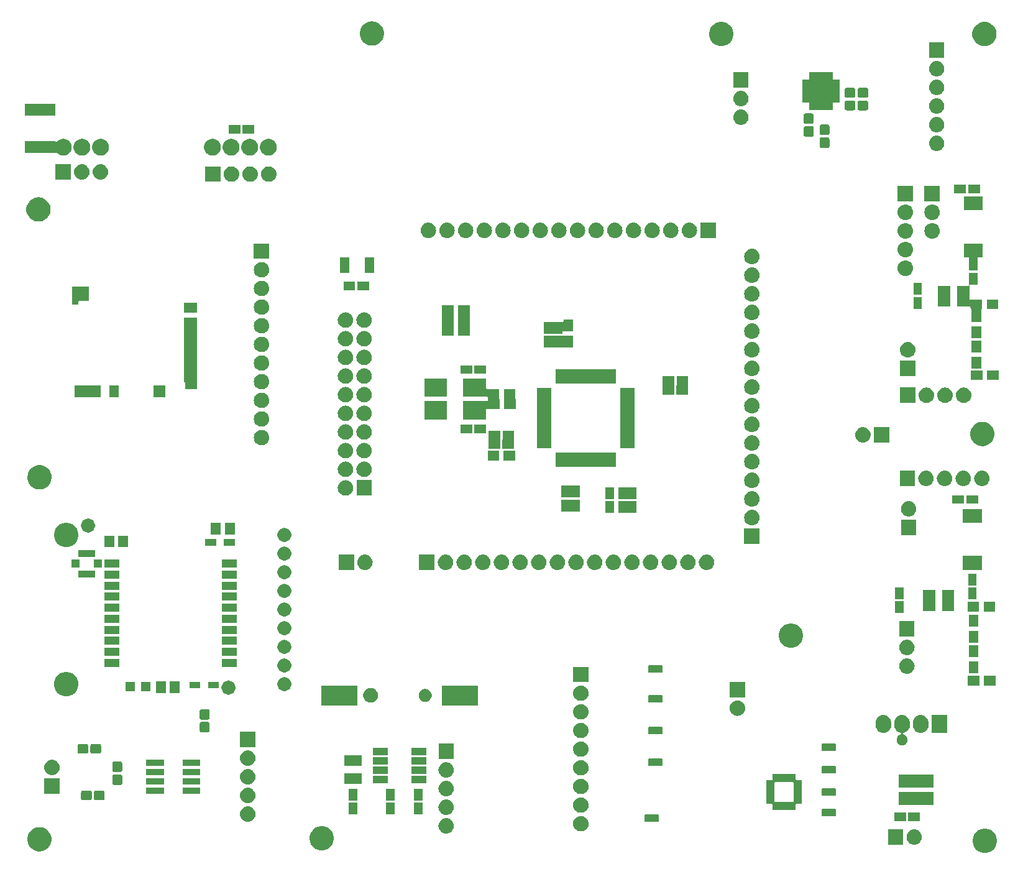
<source format=gbr>
G04 #@! TF.GenerationSoftware,KiCad,Pcbnew,5.0.1-33cea8e~68~ubuntu16.04.1*
G04 #@! TF.CreationDate,2018-10-29T01:45:26-07:00*
G04 #@! TF.ProjectId,integrated-board-design-1,696E74656772617465642D626F617264,rev?*
G04 #@! TF.SameCoordinates,Original*
G04 #@! TF.FileFunction,Soldermask,Top*
G04 #@! TF.FilePolarity,Negative*
%FSLAX46Y46*%
G04 Gerber Fmt 4.6, Leading zero omitted, Abs format (unit mm)*
G04 Created by KiCad (PCBNEW 5.0.1-33cea8e~68~ubuntu16.04.1) date Mon 29 Oct 2018 01:45:26 AM PDT*
%MOMM*%
%LPD*%
G01*
G04 APERTURE LIST*
%ADD10C,0.500000*%
%ADD11C,0.100000*%
G04 APERTURE END LIST*
D10*
G04 #@! TO.C,FID1*
X67511515Y-97976309D02*
G75*
G03X68261515Y-97226309I0J750000D01*
G01*
X68261515Y-97226309D02*
G75*
G03X67511515Y-96476309I-750000J0D01*
G01*
X67511515Y-96476309D02*
G75*
G03X66761515Y-97226309I0J-750000D01*
G01*
X66761515Y-97226309D02*
G75*
G03X67511515Y-97976309I750000J0D01*
G01*
G04 #@! TO.C,FID2*
X86643515Y-120051309D02*
G75*
G03X87393515Y-119301309I0J750000D01*
G01*
X87393515Y-119301309D02*
G75*
G03X86643515Y-118551309I-750000J0D01*
G01*
X86643515Y-118551309D02*
G75*
G03X85893515Y-119301309I0J-750000D01*
G01*
X85893515Y-119301309D02*
G75*
G03X86643515Y-120051309I750000J0D01*
G01*
D11*
G36*
X189917323Y-138515060D02*
X190156521Y-138562639D01*
X190456947Y-138687080D01*
X190727324Y-138867740D01*
X190957260Y-139097676D01*
X191137920Y-139368053D01*
X191262361Y-139668479D01*
X191325800Y-139987410D01*
X191325800Y-140312590D01*
X191262361Y-140631521D01*
X191137920Y-140931947D01*
X190957260Y-141202324D01*
X190727324Y-141432260D01*
X190456947Y-141612920D01*
X190156521Y-141737361D01*
X189917323Y-141784940D01*
X189837591Y-141800800D01*
X189512409Y-141800800D01*
X189432677Y-141784940D01*
X189193479Y-141737361D01*
X188893053Y-141612920D01*
X188622676Y-141432260D01*
X188392740Y-141202324D01*
X188212080Y-140931947D01*
X188087639Y-140631521D01*
X188024200Y-140312590D01*
X188024200Y-139987410D01*
X188087639Y-139668479D01*
X188212080Y-139368053D01*
X188392740Y-139097676D01*
X188622676Y-138867740D01*
X188893053Y-138687080D01*
X189193479Y-138562639D01*
X189432677Y-138515060D01*
X189512409Y-138499200D01*
X189837591Y-138499200D01*
X189917323Y-138515060D01*
X189917323Y-138515060D01*
G37*
G36*
X61117323Y-138315060D02*
X61356521Y-138362639D01*
X61656947Y-138487080D01*
X61927324Y-138667740D01*
X62157260Y-138897676D01*
X62337920Y-139168053D01*
X62462361Y-139468479D01*
X62525800Y-139787410D01*
X62525800Y-140112590D01*
X62462361Y-140431521D01*
X62337920Y-140731947D01*
X62157260Y-141002324D01*
X61927324Y-141232260D01*
X61656947Y-141412920D01*
X61356521Y-141537361D01*
X61117323Y-141584940D01*
X61037591Y-141600800D01*
X60712409Y-141600800D01*
X60632677Y-141584940D01*
X60393479Y-141537361D01*
X60093053Y-141412920D01*
X59822676Y-141232260D01*
X59592740Y-141002324D01*
X59412080Y-140731947D01*
X59287639Y-140431521D01*
X59224200Y-140112590D01*
X59224200Y-139787410D01*
X59287639Y-139468479D01*
X59412080Y-139168053D01*
X59592740Y-138897676D01*
X59822676Y-138667740D01*
X60093053Y-138487080D01*
X60393479Y-138362639D01*
X60632677Y-138315060D01*
X60712409Y-138299200D01*
X61037591Y-138299200D01*
X61117323Y-138315060D01*
X61117323Y-138315060D01*
G37*
G36*
X99592323Y-138165060D02*
X99831521Y-138212639D01*
X100131947Y-138337080D01*
X100402324Y-138517740D01*
X100632260Y-138747676D01*
X100812920Y-139018053D01*
X100937361Y-139318479D01*
X101000800Y-139637410D01*
X101000800Y-139962590D01*
X100937361Y-140281521D01*
X100812920Y-140581947D01*
X100632260Y-140852324D01*
X100402324Y-141082260D01*
X100131947Y-141262920D01*
X99831521Y-141387361D01*
X99605807Y-141432258D01*
X99512591Y-141450800D01*
X99187409Y-141450800D01*
X99094193Y-141432258D01*
X98868479Y-141387361D01*
X98568053Y-141262920D01*
X98297676Y-141082260D01*
X98067740Y-140852324D01*
X97887080Y-140581947D01*
X97762639Y-140281521D01*
X97699200Y-139962590D01*
X97699200Y-139637410D01*
X97762639Y-139318479D01*
X97887080Y-139018053D01*
X98067740Y-138747676D01*
X98297676Y-138517740D01*
X98568053Y-138337080D01*
X98868479Y-138212639D01*
X99107677Y-138165060D01*
X99187409Y-138149200D01*
X99512591Y-138149200D01*
X99592323Y-138165060D01*
X99592323Y-138165060D01*
G37*
G36*
X180187910Y-138605665D02*
X180265039Y-138613261D01*
X180396990Y-138653288D01*
X180462966Y-138673301D01*
X180645375Y-138770801D01*
X180805257Y-138902014D01*
X180936470Y-139061896D01*
X181033970Y-139244305D01*
X181033970Y-139244306D01*
X181094010Y-139442232D01*
X181114283Y-139648068D01*
X181094010Y-139853904D01*
X181061040Y-139962591D01*
X181033970Y-140051831D01*
X180936470Y-140234240D01*
X180805257Y-140394122D01*
X180645375Y-140525335D01*
X180462966Y-140622835D01*
X180396990Y-140642848D01*
X180265039Y-140682875D01*
X180187910Y-140690471D01*
X180110783Y-140698068D01*
X180007623Y-140698068D01*
X179930496Y-140690471D01*
X179853367Y-140682875D01*
X179721416Y-140642848D01*
X179655440Y-140622835D01*
X179473031Y-140525335D01*
X179313149Y-140394122D01*
X179181936Y-140234240D01*
X179084436Y-140051831D01*
X179057366Y-139962591D01*
X179024396Y-139853904D01*
X179004123Y-139648068D01*
X179024396Y-139442232D01*
X179084436Y-139244306D01*
X179084436Y-139244305D01*
X179181936Y-139061896D01*
X179313149Y-138902014D01*
X179473031Y-138770801D01*
X179655440Y-138673301D01*
X179721416Y-138653288D01*
X179853367Y-138613261D01*
X179930496Y-138605665D01*
X180007623Y-138598068D01*
X180110783Y-138598068D01*
X180187910Y-138605665D01*
X180187910Y-138605665D01*
G37*
G36*
X178569203Y-140698068D02*
X176469203Y-140698068D01*
X176469203Y-138598068D01*
X178569203Y-138598068D01*
X178569203Y-140698068D01*
X178569203Y-140698068D01*
G37*
G36*
X116428787Y-137087157D02*
X116505916Y-137094753D01*
X116637867Y-137134780D01*
X116703843Y-137154793D01*
X116886252Y-137252293D01*
X117046134Y-137383506D01*
X117177347Y-137543388D01*
X117274847Y-137725797D01*
X117274847Y-137725798D01*
X117334887Y-137923724D01*
X117355160Y-138129560D01*
X117334887Y-138335396D01*
X117309122Y-138420332D01*
X117274847Y-138533323D01*
X117177347Y-138715732D01*
X117046134Y-138875614D01*
X116886252Y-139006827D01*
X116703843Y-139104327D01*
X116637867Y-139124340D01*
X116505916Y-139164367D01*
X116428787Y-139171963D01*
X116351660Y-139179560D01*
X116248500Y-139179560D01*
X116171373Y-139171963D01*
X116094244Y-139164367D01*
X115962293Y-139124340D01*
X115896317Y-139104327D01*
X115713908Y-139006827D01*
X115554026Y-138875614D01*
X115422813Y-138715732D01*
X115325313Y-138533323D01*
X115291038Y-138420332D01*
X115265273Y-138335396D01*
X115245000Y-138129560D01*
X115265273Y-137923724D01*
X115325313Y-137725798D01*
X115325313Y-137725797D01*
X115422813Y-137543388D01*
X115554026Y-137383506D01*
X115713908Y-137252293D01*
X115896317Y-137154793D01*
X115962293Y-137134780D01*
X116094244Y-137094753D01*
X116171373Y-137087157D01*
X116248500Y-137079560D01*
X116351660Y-137079560D01*
X116428787Y-137087157D01*
X116428787Y-137087157D01*
G37*
G36*
X134773876Y-136791449D02*
X134854137Y-136799354D01*
X134986088Y-136839381D01*
X135052064Y-136859394D01*
X135234473Y-136956894D01*
X135394355Y-137088107D01*
X135525568Y-137247989D01*
X135623068Y-137430398D01*
X135623068Y-137430399D01*
X135683108Y-137628325D01*
X135703381Y-137834161D01*
X135683108Y-138039997D01*
X135655939Y-138129560D01*
X135623068Y-138237924D01*
X135525568Y-138420333D01*
X135394355Y-138580215D01*
X135234473Y-138711428D01*
X135052064Y-138808928D01*
X134986088Y-138828941D01*
X134854137Y-138868968D01*
X134777008Y-138876564D01*
X134699881Y-138884161D01*
X134596721Y-138884161D01*
X134519594Y-138876564D01*
X134442465Y-138868968D01*
X134310514Y-138828941D01*
X134244538Y-138808928D01*
X134062129Y-138711428D01*
X133902247Y-138580215D01*
X133771034Y-138420333D01*
X133673534Y-138237924D01*
X133640663Y-138129560D01*
X133613494Y-138039997D01*
X133593221Y-137834161D01*
X133613494Y-137628325D01*
X133673534Y-137430399D01*
X133673534Y-137430398D01*
X133771034Y-137247989D01*
X133902247Y-137088107D01*
X134062129Y-136956894D01*
X134244538Y-136859394D01*
X134310514Y-136839381D01*
X134442465Y-136799354D01*
X134522726Y-136791449D01*
X134596721Y-136784161D01*
X134699881Y-136784161D01*
X134773876Y-136791449D01*
X134773876Y-136791449D01*
G37*
G36*
X144160274Y-136559308D02*
X144194868Y-136569802D01*
X144234428Y-136590947D01*
X144240369Y-136594917D01*
X144263008Y-136604296D01*
X144287041Y-136609077D01*
X144311545Y-136609079D01*
X144335579Y-136604300D01*
X144358218Y-136594923D01*
X144364158Y-136590955D01*
X144403732Y-136569802D01*
X144438326Y-136559308D01*
X144480441Y-136555160D01*
X145088159Y-136555160D01*
X145130274Y-136559308D01*
X145164868Y-136569802D01*
X145196741Y-136586838D01*
X145224687Y-136609773D01*
X145247622Y-136637719D01*
X145264658Y-136669592D01*
X145275152Y-136704186D01*
X145279300Y-136746301D01*
X145279300Y-137404019D01*
X145275152Y-137446134D01*
X145264658Y-137480728D01*
X145247622Y-137512601D01*
X145224687Y-137540547D01*
X145196741Y-137563482D01*
X145164868Y-137580518D01*
X145130274Y-137591012D01*
X145088159Y-137595160D01*
X144480441Y-137595160D01*
X144438326Y-137591012D01*
X144403732Y-137580518D01*
X144364172Y-137559373D01*
X144358231Y-137555403D01*
X144335592Y-137546024D01*
X144311559Y-137541243D01*
X144287055Y-137541241D01*
X144263021Y-137546020D01*
X144240382Y-137555397D01*
X144234442Y-137559365D01*
X144194868Y-137580518D01*
X144160274Y-137591012D01*
X144118159Y-137595160D01*
X143510441Y-137595160D01*
X143468326Y-137591012D01*
X143433732Y-137580518D01*
X143401859Y-137563482D01*
X143373913Y-137540547D01*
X143350978Y-137512601D01*
X143333942Y-137480728D01*
X143323448Y-137446134D01*
X143319300Y-137404019D01*
X143319300Y-136746301D01*
X143323448Y-136704186D01*
X143333942Y-136669592D01*
X143350978Y-136637719D01*
X143373913Y-136609773D01*
X143401859Y-136586838D01*
X143433732Y-136569802D01*
X143468326Y-136559308D01*
X143510441Y-136555160D01*
X144118159Y-136555160D01*
X144160274Y-136559308D01*
X144160274Y-136559308D01*
G37*
G36*
X89398707Y-135472597D02*
X89475836Y-135480193D01*
X89607787Y-135520220D01*
X89673763Y-135540233D01*
X89856172Y-135637733D01*
X90016054Y-135768946D01*
X90147267Y-135928828D01*
X90244767Y-136111237D01*
X90244767Y-136111238D01*
X90304807Y-136309164D01*
X90325080Y-136515000D01*
X90304807Y-136720836D01*
X90272177Y-136828404D01*
X90244767Y-136918763D01*
X90147267Y-137101172D01*
X90016054Y-137261054D01*
X89856172Y-137392267D01*
X89673763Y-137489767D01*
X89607787Y-137509780D01*
X89475836Y-137549807D01*
X89398707Y-137557403D01*
X89321580Y-137565000D01*
X89218420Y-137565000D01*
X89141293Y-137557403D01*
X89064164Y-137549807D01*
X88932213Y-137509780D01*
X88866237Y-137489767D01*
X88683828Y-137392267D01*
X88523946Y-137261054D01*
X88392733Y-137101172D01*
X88295233Y-136918763D01*
X88267823Y-136828404D01*
X88235193Y-136720836D01*
X88214920Y-136515000D01*
X88235193Y-136309164D01*
X88295233Y-136111238D01*
X88295233Y-136111237D01*
X88392733Y-135928828D01*
X88523946Y-135768946D01*
X88683828Y-135637733D01*
X88866237Y-135540233D01*
X88932213Y-135520220D01*
X89064164Y-135480193D01*
X89141293Y-135472597D01*
X89218420Y-135465000D01*
X89321580Y-135465000D01*
X89398707Y-135472597D01*
X89398707Y-135472597D01*
G37*
G36*
X178925000Y-137450000D02*
X177325000Y-137450000D01*
X177325000Y-136300000D01*
X178925000Y-136300000D01*
X178925000Y-137450000D01*
X178925000Y-137450000D01*
G37*
G36*
X180825000Y-137450000D02*
X179225000Y-137450000D01*
X179225000Y-136300000D01*
X180825000Y-136300000D01*
X180825000Y-137450000D01*
X180825000Y-137450000D01*
G37*
G36*
X168290274Y-135797308D02*
X168324868Y-135807802D01*
X168364428Y-135828947D01*
X168370369Y-135832917D01*
X168393008Y-135842296D01*
X168417041Y-135847077D01*
X168441545Y-135847079D01*
X168465579Y-135842300D01*
X168488218Y-135832923D01*
X168494158Y-135828955D01*
X168533732Y-135807802D01*
X168568326Y-135797308D01*
X168610441Y-135793160D01*
X169218159Y-135793160D01*
X169260274Y-135797308D01*
X169294868Y-135807802D01*
X169326741Y-135824838D01*
X169354687Y-135847773D01*
X169377622Y-135875719D01*
X169394658Y-135907592D01*
X169405152Y-135942186D01*
X169409300Y-135984301D01*
X169409300Y-136642019D01*
X169405152Y-136684134D01*
X169394658Y-136718728D01*
X169377622Y-136750601D01*
X169354687Y-136778547D01*
X169326741Y-136801482D01*
X169294868Y-136818518D01*
X169260274Y-136829012D01*
X169218159Y-136833160D01*
X168610441Y-136833160D01*
X168568326Y-136829012D01*
X168533732Y-136818518D01*
X168494172Y-136797373D01*
X168488231Y-136793403D01*
X168465592Y-136784024D01*
X168441559Y-136779243D01*
X168417055Y-136779241D01*
X168393021Y-136784020D01*
X168370382Y-136793397D01*
X168364442Y-136797365D01*
X168324868Y-136818518D01*
X168290274Y-136829012D01*
X168248159Y-136833160D01*
X167640441Y-136833160D01*
X167598326Y-136829012D01*
X167563732Y-136818518D01*
X167531859Y-136801482D01*
X167503913Y-136778547D01*
X167480978Y-136750601D01*
X167463942Y-136718728D01*
X167453448Y-136684134D01*
X167449300Y-136642019D01*
X167449300Y-135984301D01*
X167453448Y-135942186D01*
X167463942Y-135907592D01*
X167480978Y-135875719D01*
X167503913Y-135847773D01*
X167531859Y-135824838D01*
X167563732Y-135807802D01*
X167598326Y-135797308D01*
X167640441Y-135793160D01*
X168248159Y-135793160D01*
X168290274Y-135797308D01*
X168290274Y-135797308D01*
G37*
G36*
X116428787Y-134547157D02*
X116505916Y-134554753D01*
X116632399Y-134593121D01*
X116703843Y-134614793D01*
X116886252Y-134712293D01*
X117046134Y-134843506D01*
X117177347Y-135003388D01*
X117274847Y-135185797D01*
X117274847Y-135185798D01*
X117334887Y-135383724D01*
X117355160Y-135589560D01*
X117334887Y-135795396D01*
X117313575Y-135865651D01*
X117274847Y-135993323D01*
X117177347Y-136175732D01*
X117046134Y-136335614D01*
X116886252Y-136466827D01*
X116703843Y-136564327D01*
X116637867Y-136584340D01*
X116505916Y-136624367D01*
X116428787Y-136631963D01*
X116351660Y-136639560D01*
X116248500Y-136639560D01*
X116171373Y-136631963D01*
X116094244Y-136624367D01*
X115962293Y-136584340D01*
X115896317Y-136564327D01*
X115713908Y-136466827D01*
X115554026Y-136335614D01*
X115422813Y-136175732D01*
X115325313Y-135993323D01*
X115286585Y-135865651D01*
X115265273Y-135795396D01*
X115245000Y-135589560D01*
X115265273Y-135383724D01*
X115325313Y-135185798D01*
X115325313Y-135185797D01*
X115422813Y-135003388D01*
X115554026Y-134843506D01*
X115713908Y-134712293D01*
X115896317Y-134614793D01*
X115967761Y-134593121D01*
X116094244Y-134554753D01*
X116171373Y-134547157D01*
X116248500Y-134539560D01*
X116351660Y-134539560D01*
X116428787Y-134547157D01*
X116428787Y-134547157D01*
G37*
G36*
X113065080Y-136554560D02*
X111915080Y-136554560D01*
X111915080Y-134954560D01*
X113065080Y-134954560D01*
X113065080Y-136554560D01*
X113065080Y-136554560D01*
G37*
G36*
X109255080Y-136554560D02*
X108105080Y-136554560D01*
X108105080Y-134954560D01*
X109255080Y-134954560D01*
X109255080Y-136554560D01*
X109255080Y-136554560D01*
G37*
G36*
X104175080Y-136554560D02*
X103025080Y-136554560D01*
X103025080Y-134954560D01*
X104175080Y-134954560D01*
X104175080Y-136554560D01*
X104175080Y-136554560D01*
G37*
G36*
X134777008Y-134251758D02*
X134854137Y-134259354D01*
X134986088Y-134299381D01*
X135052064Y-134319394D01*
X135234473Y-134416894D01*
X135394355Y-134548107D01*
X135525568Y-134707989D01*
X135623068Y-134890398D01*
X135623068Y-134890399D01*
X135683108Y-135088325D01*
X135703381Y-135294161D01*
X135683108Y-135499997D01*
X135655939Y-135589560D01*
X135623068Y-135697924D01*
X135525568Y-135880333D01*
X135394355Y-136040215D01*
X135234473Y-136171428D01*
X135052064Y-136268928D01*
X134986088Y-136288941D01*
X134854137Y-136328968D01*
X134777008Y-136336565D01*
X134699881Y-136344161D01*
X134596721Y-136344161D01*
X134519594Y-136336565D01*
X134442465Y-136328968D01*
X134310514Y-136288941D01*
X134244538Y-136268928D01*
X134062129Y-136171428D01*
X133902247Y-136040215D01*
X133771034Y-135880333D01*
X133673534Y-135697924D01*
X133640663Y-135589560D01*
X133613494Y-135499997D01*
X133593221Y-135294161D01*
X133613494Y-135088325D01*
X133673534Y-134890399D01*
X133673534Y-134890398D01*
X133771034Y-134707989D01*
X133902247Y-134548107D01*
X134062129Y-134416894D01*
X134244538Y-134319394D01*
X134310514Y-134299381D01*
X134442465Y-134259354D01*
X134519594Y-134251758D01*
X134596721Y-134244161D01*
X134699881Y-134244161D01*
X134777008Y-134251758D01*
X134777008Y-134251758D01*
G37*
G36*
X163928300Y-131799160D02*
X163930702Y-131823546D01*
X163937815Y-131846995D01*
X163949366Y-131868606D01*
X163964912Y-131887548D01*
X163983854Y-131903094D01*
X164005465Y-131914645D01*
X164028914Y-131921758D01*
X164053300Y-131924160D01*
X164758300Y-131924160D01*
X164758300Y-135114160D01*
X164053300Y-135114160D01*
X164028914Y-135116562D01*
X164005465Y-135123675D01*
X163983854Y-135135226D01*
X163964912Y-135150772D01*
X163949366Y-135169714D01*
X163937815Y-135191325D01*
X163930702Y-135214774D01*
X163928300Y-135239160D01*
X163928300Y-135944160D01*
X160738300Y-135944160D01*
X160738300Y-135239160D01*
X160735898Y-135214774D01*
X160728785Y-135191325D01*
X160717234Y-135169714D01*
X160701688Y-135150772D01*
X160682746Y-135135226D01*
X160661135Y-135123675D01*
X160637686Y-135116562D01*
X160613300Y-135114160D01*
X159908300Y-135114160D01*
X159908300Y-132319160D01*
X161008300Y-132319160D01*
X161008300Y-134719160D01*
X161010702Y-134743546D01*
X161017815Y-134766995D01*
X161029366Y-134788606D01*
X161044912Y-134807548D01*
X161063854Y-134823094D01*
X161085465Y-134834645D01*
X161108914Y-134841758D01*
X161133300Y-134844160D01*
X163533300Y-134844160D01*
X163557686Y-134841758D01*
X163581135Y-134834645D01*
X163602746Y-134823094D01*
X163621688Y-134807548D01*
X163637234Y-134788606D01*
X163648785Y-134766995D01*
X163655898Y-134743546D01*
X163658300Y-134719160D01*
X163658300Y-132319160D01*
X163655898Y-132294774D01*
X163648785Y-132271325D01*
X163637234Y-132249714D01*
X163621688Y-132230772D01*
X163602746Y-132215226D01*
X163581135Y-132203675D01*
X163557686Y-132196562D01*
X163533300Y-132194160D01*
X161133300Y-132194160D01*
X161108914Y-132196562D01*
X161085465Y-132203675D01*
X161063854Y-132215226D01*
X161044912Y-132230772D01*
X161029366Y-132249714D01*
X161017815Y-132271325D01*
X161010702Y-132294774D01*
X161008300Y-132319160D01*
X159908300Y-132319160D01*
X159908300Y-131924160D01*
X160613300Y-131924160D01*
X160637686Y-131921758D01*
X160661135Y-131914645D01*
X160682746Y-131903094D01*
X160701688Y-131887548D01*
X160717234Y-131868606D01*
X160728785Y-131846995D01*
X160735898Y-131823546D01*
X160738300Y-131799160D01*
X160738300Y-131094160D01*
X163928300Y-131094160D01*
X163928300Y-131799160D01*
X163928300Y-131799160D01*
G37*
G36*
X182714203Y-135288068D02*
X177914203Y-135288068D01*
X177914203Y-133528068D01*
X182714203Y-133528068D01*
X182714203Y-135288068D01*
X182714203Y-135288068D01*
G37*
G36*
X89398707Y-132932596D02*
X89475836Y-132940193D01*
X89607787Y-132980220D01*
X89673763Y-133000233D01*
X89856172Y-133097733D01*
X90016054Y-133228946D01*
X90147267Y-133388828D01*
X90244767Y-133571237D01*
X90244767Y-133571238D01*
X90304807Y-133769164D01*
X90325080Y-133975000D01*
X90304807Y-134180836D01*
X90280989Y-134259354D01*
X90244767Y-134378763D01*
X90147267Y-134561172D01*
X90016054Y-134721054D01*
X89856172Y-134852267D01*
X89673763Y-134949767D01*
X89657962Y-134954560D01*
X89475836Y-135009807D01*
X89398707Y-135017403D01*
X89321580Y-135025000D01*
X89218420Y-135025000D01*
X89141293Y-135017403D01*
X89064164Y-135009807D01*
X88882038Y-134954560D01*
X88866237Y-134949767D01*
X88683828Y-134852267D01*
X88523946Y-134721054D01*
X88392733Y-134561172D01*
X88295233Y-134378763D01*
X88259011Y-134259354D01*
X88235193Y-134180836D01*
X88214920Y-133975000D01*
X88235193Y-133769164D01*
X88295233Y-133571238D01*
X88295233Y-133571237D01*
X88392733Y-133388828D01*
X88523946Y-133228946D01*
X88683828Y-133097733D01*
X88866237Y-133000233D01*
X88932213Y-132980220D01*
X89064164Y-132940193D01*
X89141293Y-132932596D01*
X89218420Y-132925000D01*
X89321580Y-132925000D01*
X89398707Y-132932596D01*
X89398707Y-132932596D01*
G37*
G36*
X113065080Y-134654560D02*
X111915080Y-134654560D01*
X111915080Y-133054560D01*
X113065080Y-133054560D01*
X113065080Y-134654560D01*
X113065080Y-134654560D01*
G37*
G36*
X109255080Y-134654560D02*
X108105080Y-134654560D01*
X108105080Y-133054560D01*
X109255080Y-133054560D01*
X109255080Y-134654560D01*
X109255080Y-134654560D01*
G37*
G36*
X104175080Y-134654560D02*
X103025080Y-134654560D01*
X103025080Y-133054560D01*
X104175080Y-133054560D01*
X104175080Y-134654560D01*
X104175080Y-134654560D01*
G37*
G36*
X67791030Y-133305877D02*
X67842510Y-133321493D01*
X67889942Y-133346846D01*
X67931527Y-133380973D01*
X67965654Y-133422558D01*
X67991007Y-133469990D01*
X68006623Y-133521470D01*
X68012500Y-133581140D01*
X68012500Y-134368860D01*
X68006623Y-134428530D01*
X67991007Y-134480010D01*
X67965654Y-134527442D01*
X67931527Y-134569027D01*
X67889942Y-134603154D01*
X67842510Y-134628507D01*
X67791030Y-134644123D01*
X67731360Y-134650000D01*
X66843640Y-134650000D01*
X66783970Y-134644123D01*
X66732490Y-134628507D01*
X66685058Y-134603154D01*
X66643473Y-134569027D01*
X66609346Y-134527442D01*
X66583993Y-134480010D01*
X66568377Y-134428530D01*
X66562500Y-134368860D01*
X66562500Y-133581140D01*
X66568377Y-133521470D01*
X66583993Y-133469990D01*
X66609346Y-133422558D01*
X66643473Y-133380973D01*
X66685058Y-133346846D01*
X66732490Y-133321493D01*
X66783970Y-133305877D01*
X66843640Y-133300000D01*
X67731360Y-133300000D01*
X67791030Y-133305877D01*
X67791030Y-133305877D01*
G37*
G36*
X69541030Y-133305877D02*
X69592510Y-133321493D01*
X69639942Y-133346846D01*
X69681527Y-133380973D01*
X69715654Y-133422558D01*
X69741007Y-133469990D01*
X69756623Y-133521470D01*
X69762500Y-133581140D01*
X69762500Y-134368860D01*
X69756623Y-134428530D01*
X69741007Y-134480010D01*
X69715654Y-134527442D01*
X69681527Y-134569027D01*
X69639942Y-134603154D01*
X69592510Y-134628507D01*
X69541030Y-134644123D01*
X69481360Y-134650000D01*
X68593640Y-134650000D01*
X68533970Y-134644123D01*
X68482490Y-134628507D01*
X68435058Y-134603154D01*
X68393473Y-134569027D01*
X68359346Y-134527442D01*
X68333993Y-134480010D01*
X68318377Y-134428530D01*
X68312500Y-134368860D01*
X68312500Y-133581140D01*
X68318377Y-133521470D01*
X68333993Y-133469990D01*
X68359346Y-133422558D01*
X68393473Y-133380973D01*
X68435058Y-133346846D01*
X68482490Y-133321493D01*
X68533970Y-133305877D01*
X68593640Y-133300000D01*
X69481360Y-133300000D01*
X69541030Y-133305877D01*
X69541030Y-133305877D01*
G37*
G36*
X116428787Y-132007156D02*
X116505916Y-132014753D01*
X116637867Y-132054780D01*
X116703843Y-132074793D01*
X116886252Y-132172293D01*
X117046134Y-132303506D01*
X117177347Y-132463388D01*
X117274847Y-132645797D01*
X117274847Y-132645798D01*
X117334887Y-132843724D01*
X117355160Y-133049560D01*
X117334887Y-133255396D01*
X117296794Y-133380973D01*
X117274847Y-133453323D01*
X117177347Y-133635732D01*
X117046134Y-133795614D01*
X116886252Y-133926827D01*
X116703843Y-134024327D01*
X116654944Y-134039160D01*
X116505916Y-134084367D01*
X116428787Y-134091964D01*
X116351660Y-134099560D01*
X116248500Y-134099560D01*
X116171373Y-134091964D01*
X116094244Y-134084367D01*
X115945216Y-134039160D01*
X115896317Y-134024327D01*
X115713908Y-133926827D01*
X115554026Y-133795614D01*
X115422813Y-133635732D01*
X115325313Y-133453323D01*
X115303366Y-133380973D01*
X115265273Y-133255396D01*
X115245000Y-133049560D01*
X115265273Y-132843724D01*
X115325313Y-132645798D01*
X115325313Y-132645797D01*
X115422813Y-132463388D01*
X115554026Y-132303506D01*
X115713908Y-132172293D01*
X115896317Y-132074793D01*
X115962293Y-132054780D01*
X116094244Y-132014753D01*
X116171373Y-132007156D01*
X116248500Y-131999560D01*
X116351660Y-131999560D01*
X116428787Y-132007156D01*
X116428787Y-132007156D01*
G37*
G36*
X168290274Y-133003308D02*
X168324868Y-133013802D01*
X168364428Y-133034947D01*
X168370369Y-133038917D01*
X168393008Y-133048296D01*
X168417041Y-133053077D01*
X168441545Y-133053079D01*
X168465579Y-133048300D01*
X168488218Y-133038923D01*
X168494158Y-133034955D01*
X168533732Y-133013802D01*
X168568326Y-133003308D01*
X168610441Y-132999160D01*
X169218159Y-132999160D01*
X169260274Y-133003308D01*
X169294868Y-133013802D01*
X169326741Y-133030838D01*
X169354687Y-133053773D01*
X169377622Y-133081719D01*
X169394658Y-133113592D01*
X169405152Y-133148186D01*
X169409300Y-133190301D01*
X169409300Y-133848019D01*
X169405152Y-133890134D01*
X169394658Y-133924728D01*
X169377622Y-133956601D01*
X169354687Y-133984547D01*
X169326741Y-134007482D01*
X169294868Y-134024518D01*
X169260274Y-134035012D01*
X169218159Y-134039160D01*
X168610441Y-134039160D01*
X168568326Y-134035012D01*
X168533732Y-134024518D01*
X168494172Y-134003373D01*
X168488231Y-133999403D01*
X168465592Y-133990024D01*
X168441559Y-133985243D01*
X168417055Y-133985241D01*
X168393021Y-133990020D01*
X168370382Y-133999397D01*
X168364442Y-134003365D01*
X168324868Y-134024518D01*
X168290274Y-134035012D01*
X168248159Y-134039160D01*
X167640441Y-134039160D01*
X167598326Y-134035012D01*
X167563732Y-134024518D01*
X167531859Y-134007482D01*
X167503913Y-133984547D01*
X167480978Y-133956601D01*
X167463942Y-133924728D01*
X167453448Y-133890134D01*
X167449300Y-133848019D01*
X167449300Y-133190301D01*
X167453448Y-133148186D01*
X167463942Y-133113592D01*
X167480978Y-133081719D01*
X167503913Y-133053773D01*
X167531859Y-133030838D01*
X167563732Y-133013802D01*
X167598326Y-133003308D01*
X167640441Y-132999160D01*
X168248159Y-132999160D01*
X168290274Y-133003308D01*
X168290274Y-133003308D01*
G37*
G36*
X77835000Y-133805000D02*
X75455000Y-133805000D01*
X75455000Y-132875000D01*
X77835000Y-132875000D01*
X77835000Y-133805000D01*
X77835000Y-133805000D01*
G37*
G36*
X82765000Y-133805000D02*
X80385000Y-133805000D01*
X80385000Y-132875000D01*
X82765000Y-132875000D01*
X82765000Y-133805000D01*
X82765000Y-133805000D01*
G37*
G36*
X134777008Y-131711757D02*
X134854137Y-131719354D01*
X134986088Y-131759381D01*
X135052064Y-131779394D01*
X135234473Y-131876894D01*
X135394355Y-132008107D01*
X135525568Y-132167989D01*
X135623068Y-132350398D01*
X135623068Y-132350399D01*
X135683108Y-132548325D01*
X135703381Y-132754161D01*
X135683108Y-132959997D01*
X135654872Y-133053079D01*
X135623068Y-133157924D01*
X135525568Y-133340333D01*
X135394355Y-133500215D01*
X135234473Y-133631428D01*
X135052064Y-133728928D01*
X134986088Y-133748941D01*
X134854137Y-133788968D01*
X134777008Y-133796565D01*
X134699881Y-133804161D01*
X134596721Y-133804161D01*
X134519594Y-133796565D01*
X134442465Y-133788968D01*
X134310514Y-133748941D01*
X134244538Y-133728928D01*
X134062129Y-133631428D01*
X133902247Y-133500215D01*
X133771034Y-133340333D01*
X133673534Y-133157924D01*
X133641730Y-133053079D01*
X133613494Y-132959997D01*
X133593221Y-132754161D01*
X133613494Y-132548325D01*
X133673534Y-132350399D01*
X133673534Y-132350398D01*
X133771034Y-132167989D01*
X133902247Y-132008107D01*
X134062129Y-131876894D01*
X134244538Y-131779394D01*
X134310514Y-131759381D01*
X134442465Y-131719354D01*
X134519594Y-131711757D01*
X134596721Y-131704161D01*
X134699881Y-131704161D01*
X134777008Y-131711757D01*
X134777008Y-131711757D01*
G37*
G36*
X63650000Y-133755000D02*
X61550000Y-133755000D01*
X61550000Y-131655000D01*
X63650000Y-131655000D01*
X63650000Y-133755000D01*
X63650000Y-133755000D01*
G37*
G36*
X182714203Y-132938068D02*
X177914203Y-132938068D01*
X177914203Y-131178068D01*
X182714203Y-131178068D01*
X182714203Y-132938068D01*
X182714203Y-132938068D01*
G37*
G36*
X71943530Y-131108377D02*
X71995010Y-131123993D01*
X72042442Y-131149346D01*
X72084027Y-131183473D01*
X72118154Y-131225058D01*
X72143507Y-131272490D01*
X72159123Y-131323970D01*
X72165000Y-131383640D01*
X72165000Y-132271360D01*
X72159123Y-132331030D01*
X72143507Y-132382510D01*
X72118154Y-132429942D01*
X72084027Y-132471527D01*
X72042442Y-132505654D01*
X71995010Y-132531007D01*
X71943530Y-132546623D01*
X71883860Y-132552500D01*
X71096140Y-132552500D01*
X71036470Y-132546623D01*
X70984990Y-132531007D01*
X70937558Y-132505654D01*
X70895973Y-132471527D01*
X70861846Y-132429942D01*
X70836493Y-132382510D01*
X70820877Y-132331030D01*
X70815000Y-132271360D01*
X70815000Y-131383640D01*
X70820877Y-131323970D01*
X70836493Y-131272490D01*
X70861846Y-131225058D01*
X70895973Y-131183473D01*
X70937558Y-131149346D01*
X70984990Y-131123993D01*
X71036470Y-131108377D01*
X71096140Y-131102500D01*
X71883860Y-131102500D01*
X71943530Y-131108377D01*
X71943530Y-131108377D01*
G37*
G36*
X77835000Y-132535000D02*
X75455000Y-132535000D01*
X75455000Y-131605000D01*
X77835000Y-131605000D01*
X77835000Y-132535000D01*
X77835000Y-132535000D01*
G37*
G36*
X82765000Y-132535000D02*
X80385000Y-132535000D01*
X80385000Y-131605000D01*
X82765000Y-131605000D01*
X82765000Y-132535000D01*
X82765000Y-132535000D01*
G37*
G36*
X89398707Y-130392597D02*
X89475836Y-130400193D01*
X89607787Y-130440220D01*
X89673763Y-130460233D01*
X89856172Y-130557733D01*
X90016054Y-130688946D01*
X90147267Y-130848828D01*
X90244767Y-131031237D01*
X90244767Y-131031238D01*
X90304807Y-131229164D01*
X90325080Y-131435000D01*
X90304807Y-131640836D01*
X90280989Y-131719354D01*
X90244767Y-131838763D01*
X90147267Y-132021172D01*
X90016054Y-132181054D01*
X89856172Y-132312267D01*
X89673763Y-132409767D01*
X89607787Y-132429780D01*
X89475836Y-132469807D01*
X89398707Y-132477404D01*
X89321580Y-132485000D01*
X89218420Y-132485000D01*
X89141293Y-132477404D01*
X89064164Y-132469807D01*
X88932213Y-132429780D01*
X88866237Y-132409767D01*
X88683828Y-132312267D01*
X88523946Y-132181054D01*
X88392733Y-132021172D01*
X88295233Y-131838763D01*
X88259011Y-131719354D01*
X88235193Y-131640836D01*
X88214920Y-131435000D01*
X88235193Y-131229164D01*
X88295233Y-131031238D01*
X88295233Y-131031237D01*
X88392733Y-130848828D01*
X88523946Y-130688946D01*
X88683828Y-130557733D01*
X88866237Y-130460233D01*
X88932213Y-130440220D01*
X89064164Y-130400193D01*
X89141293Y-130392597D01*
X89218420Y-130385000D01*
X89321580Y-130385000D01*
X89398707Y-130392597D01*
X89398707Y-130392597D01*
G37*
G36*
X104752580Y-132424060D02*
X102447580Y-132424060D01*
X102447580Y-130931860D01*
X104752580Y-130931860D01*
X104752580Y-132424060D01*
X104752580Y-132424060D01*
G37*
G36*
X108345080Y-132284560D02*
X106295080Y-132284560D01*
X106295080Y-131274560D01*
X108345080Y-131274560D01*
X108345080Y-132284560D01*
X108345080Y-132284560D01*
G37*
G36*
X113605080Y-132284560D02*
X111555080Y-132284560D01*
X111555080Y-131274560D01*
X113605080Y-131274560D01*
X113605080Y-132284560D01*
X113605080Y-132284560D01*
G37*
G36*
X116428787Y-129467156D02*
X116505916Y-129474753D01*
X116597369Y-129502495D01*
X116703843Y-129534793D01*
X116886252Y-129632293D01*
X117046134Y-129763506D01*
X117177347Y-129923388D01*
X117274847Y-130105797D01*
X117274847Y-130105798D01*
X117334887Y-130303724D01*
X117355160Y-130509560D01*
X117334887Y-130715396D01*
X117310247Y-130796623D01*
X117274847Y-130913323D01*
X117177347Y-131095732D01*
X117046134Y-131255614D01*
X116886252Y-131386827D01*
X116703843Y-131484327D01*
X116637867Y-131504340D01*
X116505916Y-131544367D01*
X116428787Y-131551964D01*
X116351660Y-131559560D01*
X116248500Y-131559560D01*
X116171373Y-131551964D01*
X116094244Y-131544367D01*
X115962293Y-131504340D01*
X115896317Y-131484327D01*
X115713908Y-131386827D01*
X115554026Y-131255614D01*
X115422813Y-131095732D01*
X115325313Y-130913323D01*
X115289913Y-130796623D01*
X115265273Y-130715396D01*
X115245000Y-130509560D01*
X115265273Y-130303724D01*
X115325313Y-130105798D01*
X115325313Y-130105797D01*
X115422813Y-129923388D01*
X115554026Y-129763506D01*
X115713908Y-129632293D01*
X115896317Y-129534793D01*
X116002791Y-129502495D01*
X116094244Y-129474753D01*
X116171373Y-129467156D01*
X116248500Y-129459560D01*
X116351660Y-129459560D01*
X116428787Y-129467156D01*
X116428787Y-129467156D01*
G37*
G36*
X82765000Y-131265000D02*
X80385000Y-131265000D01*
X80385000Y-130335000D01*
X82765000Y-130335000D01*
X82765000Y-131265000D01*
X82765000Y-131265000D01*
G37*
G36*
X77835000Y-131265000D02*
X75455000Y-131265000D01*
X75455000Y-130335000D01*
X77835000Y-130335000D01*
X77835000Y-131265000D01*
X77835000Y-131265000D01*
G37*
G36*
X134777008Y-129171757D02*
X134854137Y-129179354D01*
X134986088Y-129219381D01*
X135052064Y-129239394D01*
X135234473Y-129336894D01*
X135394355Y-129468107D01*
X135525568Y-129627989D01*
X135623068Y-129810398D01*
X135623068Y-129810399D01*
X135683108Y-130008325D01*
X135703381Y-130214161D01*
X135683108Y-130419997D01*
X135655939Y-130509560D01*
X135623068Y-130617924D01*
X135525568Y-130800333D01*
X135394355Y-130960215D01*
X135234473Y-131091428D01*
X135052064Y-131188928D01*
X135016200Y-131199807D01*
X134854137Y-131248968D01*
X134777008Y-131256565D01*
X134699881Y-131264161D01*
X134596721Y-131264161D01*
X134519594Y-131256565D01*
X134442465Y-131248968D01*
X134280402Y-131199807D01*
X134244538Y-131188928D01*
X134062129Y-131091428D01*
X133902247Y-130960215D01*
X133771034Y-130800333D01*
X133673534Y-130617924D01*
X133640663Y-130509560D01*
X133613494Y-130419997D01*
X133593221Y-130214161D01*
X133613494Y-130008325D01*
X133673534Y-129810399D01*
X133673534Y-129810398D01*
X133771034Y-129627989D01*
X133902247Y-129468107D01*
X134062129Y-129336894D01*
X134244538Y-129239394D01*
X134310514Y-129219381D01*
X134442465Y-129179354D01*
X134519594Y-129171757D01*
X134596721Y-129164161D01*
X134699881Y-129164161D01*
X134777008Y-129171757D01*
X134777008Y-129171757D01*
G37*
G36*
X62728707Y-129122596D02*
X62805836Y-129130193D01*
X62917814Y-129164161D01*
X63003763Y-129190233D01*
X63186172Y-129287733D01*
X63346054Y-129418946D01*
X63477267Y-129578828D01*
X63574767Y-129761237D01*
X63589680Y-129810399D01*
X63634807Y-129959164D01*
X63655080Y-130165000D01*
X63634807Y-130370836D01*
X63619894Y-130419997D01*
X63574767Y-130568763D01*
X63477267Y-130751172D01*
X63346054Y-130911054D01*
X63186172Y-131042267D01*
X63003763Y-131139767D01*
X62939110Y-131159379D01*
X62805836Y-131199807D01*
X62728707Y-131207403D01*
X62651580Y-131215000D01*
X62548420Y-131215000D01*
X62471293Y-131207403D01*
X62394164Y-131199807D01*
X62260890Y-131159379D01*
X62196237Y-131139767D01*
X62013828Y-131042267D01*
X61853946Y-130911054D01*
X61722733Y-130751172D01*
X61625233Y-130568763D01*
X61580106Y-130419997D01*
X61565193Y-130370836D01*
X61544920Y-130165000D01*
X61565193Y-129959164D01*
X61610320Y-129810399D01*
X61625233Y-129761237D01*
X61722733Y-129578828D01*
X61853946Y-129418946D01*
X62013828Y-129287733D01*
X62196237Y-129190233D01*
X62282186Y-129164161D01*
X62394164Y-129130193D01*
X62471293Y-129122596D01*
X62548420Y-129115000D01*
X62651580Y-129115000D01*
X62728707Y-129122596D01*
X62728707Y-129122596D01*
G37*
G36*
X108345080Y-131014560D02*
X106295080Y-131014560D01*
X106295080Y-130004560D01*
X108345080Y-130004560D01*
X108345080Y-131014560D01*
X108345080Y-131014560D01*
G37*
G36*
X113605080Y-131014560D02*
X111555080Y-131014560D01*
X111555080Y-130004560D01*
X113605080Y-130004560D01*
X113605080Y-131014560D01*
X113605080Y-131014560D01*
G37*
G36*
X168290274Y-129955308D02*
X168324868Y-129965802D01*
X168364428Y-129986947D01*
X168370369Y-129990917D01*
X168393008Y-130000296D01*
X168417041Y-130005077D01*
X168441545Y-130005079D01*
X168465579Y-130000300D01*
X168488218Y-129990923D01*
X168494158Y-129986955D01*
X168533732Y-129965802D01*
X168568326Y-129955308D01*
X168610441Y-129951160D01*
X169218159Y-129951160D01*
X169260274Y-129955308D01*
X169294868Y-129965802D01*
X169326741Y-129982838D01*
X169354687Y-130005773D01*
X169377622Y-130033719D01*
X169394658Y-130065592D01*
X169405152Y-130100186D01*
X169409300Y-130142301D01*
X169409300Y-130800019D01*
X169405152Y-130842134D01*
X169394658Y-130876728D01*
X169377622Y-130908601D01*
X169354687Y-130936547D01*
X169326741Y-130959482D01*
X169294868Y-130976518D01*
X169260274Y-130987012D01*
X169218159Y-130991160D01*
X168610441Y-130991160D01*
X168568326Y-130987012D01*
X168533732Y-130976518D01*
X168494172Y-130955373D01*
X168488231Y-130951403D01*
X168465592Y-130942024D01*
X168441559Y-130937243D01*
X168417055Y-130937241D01*
X168393021Y-130942020D01*
X168370382Y-130951397D01*
X168364442Y-130955365D01*
X168324868Y-130976518D01*
X168290274Y-130987012D01*
X168248159Y-130991160D01*
X167640441Y-130991160D01*
X167598326Y-130987012D01*
X167563732Y-130976518D01*
X167531859Y-130959482D01*
X167503913Y-130936547D01*
X167480978Y-130908601D01*
X167463942Y-130876728D01*
X167453448Y-130842134D01*
X167449300Y-130800019D01*
X167449300Y-130142301D01*
X167453448Y-130100186D01*
X167463942Y-130065592D01*
X167480978Y-130033719D01*
X167503913Y-130005773D01*
X167531859Y-129982838D01*
X167563732Y-129965802D01*
X167598326Y-129955308D01*
X167640441Y-129951160D01*
X168248159Y-129951160D01*
X168290274Y-129955308D01*
X168290274Y-129955308D01*
G37*
G36*
X71943530Y-129358377D02*
X71995010Y-129373993D01*
X72042442Y-129399346D01*
X72084027Y-129433473D01*
X72118154Y-129475058D01*
X72143507Y-129522490D01*
X72159123Y-129573970D01*
X72165000Y-129633640D01*
X72165000Y-130521360D01*
X72159123Y-130581030D01*
X72143507Y-130632510D01*
X72118154Y-130679942D01*
X72084027Y-130721527D01*
X72042442Y-130755654D01*
X71995010Y-130781007D01*
X71943530Y-130796623D01*
X71883860Y-130802500D01*
X71096140Y-130802500D01*
X71036470Y-130796623D01*
X70984990Y-130781007D01*
X70937558Y-130755654D01*
X70895973Y-130721527D01*
X70861846Y-130679942D01*
X70836493Y-130632510D01*
X70820877Y-130581030D01*
X70815000Y-130521360D01*
X70815000Y-129633640D01*
X70820877Y-129573970D01*
X70836493Y-129522490D01*
X70861846Y-129475058D01*
X70895973Y-129433473D01*
X70937558Y-129399346D01*
X70984990Y-129373993D01*
X71036470Y-129358377D01*
X71096140Y-129352500D01*
X71883860Y-129352500D01*
X71943530Y-129358377D01*
X71943530Y-129358377D01*
G37*
G36*
X82765000Y-129995000D02*
X80385000Y-129995000D01*
X80385000Y-129065000D01*
X82765000Y-129065000D01*
X82765000Y-129995000D01*
X82765000Y-129995000D01*
G37*
G36*
X77835000Y-129995000D02*
X75455000Y-129995000D01*
X75455000Y-129065000D01*
X77835000Y-129065000D01*
X77835000Y-129995000D01*
X77835000Y-129995000D01*
G37*
G36*
X104752580Y-129985660D02*
X102447580Y-129985660D01*
X102447580Y-128493460D01*
X104752580Y-128493460D01*
X104752580Y-129985660D01*
X104752580Y-129985660D01*
G37*
G36*
X144668274Y-128939308D02*
X144702868Y-128949802D01*
X144742428Y-128970947D01*
X144748369Y-128974917D01*
X144771008Y-128984296D01*
X144795041Y-128989077D01*
X144819545Y-128989079D01*
X144843579Y-128984300D01*
X144866218Y-128974923D01*
X144872158Y-128970955D01*
X144911732Y-128949802D01*
X144946326Y-128939308D01*
X144988441Y-128935160D01*
X145596159Y-128935160D01*
X145638274Y-128939308D01*
X145672868Y-128949802D01*
X145704741Y-128966838D01*
X145732687Y-128989773D01*
X145755622Y-129017719D01*
X145772658Y-129049592D01*
X145783152Y-129084186D01*
X145787300Y-129126301D01*
X145787300Y-129784019D01*
X145783152Y-129826134D01*
X145772658Y-129860728D01*
X145755622Y-129892601D01*
X145732687Y-129920547D01*
X145704741Y-129943482D01*
X145672868Y-129960518D01*
X145638274Y-129971012D01*
X145596159Y-129975160D01*
X144988441Y-129975160D01*
X144946326Y-129971012D01*
X144911732Y-129960518D01*
X144872172Y-129939373D01*
X144866231Y-129935403D01*
X144843592Y-129926024D01*
X144819559Y-129921243D01*
X144795055Y-129921241D01*
X144771021Y-129926020D01*
X144748382Y-129935397D01*
X144742442Y-129939365D01*
X144702868Y-129960518D01*
X144668274Y-129971012D01*
X144626159Y-129975160D01*
X144018441Y-129975160D01*
X143976326Y-129971012D01*
X143941732Y-129960518D01*
X143909859Y-129943482D01*
X143881913Y-129920547D01*
X143858978Y-129892601D01*
X143841942Y-129860728D01*
X143831448Y-129826134D01*
X143827300Y-129784019D01*
X143827300Y-129126301D01*
X143831448Y-129084186D01*
X143841942Y-129049592D01*
X143858978Y-129017719D01*
X143881913Y-128989773D01*
X143909859Y-128966838D01*
X143941732Y-128949802D01*
X143976326Y-128939308D01*
X144018441Y-128935160D01*
X144626159Y-128935160D01*
X144668274Y-128939308D01*
X144668274Y-128939308D01*
G37*
G36*
X89398707Y-127852597D02*
X89475836Y-127860193D01*
X89571601Y-127889243D01*
X89673763Y-127920233D01*
X89856172Y-128017733D01*
X90016054Y-128148946D01*
X90147267Y-128308828D01*
X90244767Y-128491237D01*
X90244767Y-128491238D01*
X90304807Y-128689164D01*
X90325080Y-128895000D01*
X90304807Y-129100836D01*
X90280989Y-129179354D01*
X90244767Y-129298763D01*
X90147267Y-129481172D01*
X90016054Y-129641054D01*
X89856172Y-129772267D01*
X89673763Y-129869767D01*
X89607787Y-129889780D01*
X89475836Y-129929807D01*
X89398707Y-129937403D01*
X89321580Y-129945000D01*
X89218420Y-129945000D01*
X89141293Y-129937403D01*
X89064164Y-129929807D01*
X88932213Y-129889780D01*
X88866237Y-129869767D01*
X88683828Y-129772267D01*
X88523946Y-129641054D01*
X88392733Y-129481172D01*
X88295233Y-129298763D01*
X88259011Y-129179354D01*
X88235193Y-129100836D01*
X88214920Y-128895000D01*
X88235193Y-128689164D01*
X88295233Y-128491238D01*
X88295233Y-128491237D01*
X88392733Y-128308828D01*
X88523946Y-128148946D01*
X88683828Y-128017733D01*
X88866237Y-127920233D01*
X88968399Y-127889243D01*
X89064164Y-127860193D01*
X89141293Y-127852597D01*
X89218420Y-127845000D01*
X89321580Y-127845000D01*
X89398707Y-127852597D01*
X89398707Y-127852597D01*
G37*
G36*
X108345080Y-129744560D02*
X106295080Y-129744560D01*
X106295080Y-128734560D01*
X108345080Y-128734560D01*
X108345080Y-129744560D01*
X108345080Y-129744560D01*
G37*
G36*
X113605080Y-129744560D02*
X111555080Y-129744560D01*
X111555080Y-128734560D01*
X113605080Y-128734560D01*
X113605080Y-129744560D01*
X113605080Y-129744560D01*
G37*
G36*
X117350080Y-129019560D02*
X115250080Y-129019560D01*
X115250080Y-126919560D01*
X117350080Y-126919560D01*
X117350080Y-129019560D01*
X117350080Y-129019560D01*
G37*
G36*
X134777008Y-126631758D02*
X134854137Y-126639354D01*
X134986088Y-126679381D01*
X135052064Y-126699394D01*
X135234473Y-126796894D01*
X135394355Y-126928107D01*
X135525568Y-127087989D01*
X135623068Y-127270398D01*
X135623068Y-127270399D01*
X135683108Y-127468325D01*
X135703381Y-127674161D01*
X135683108Y-127879997D01*
X135658081Y-127962500D01*
X135623068Y-128077924D01*
X135525568Y-128260333D01*
X135394355Y-128420215D01*
X135234473Y-128551428D01*
X135052064Y-128648928D01*
X134986088Y-128668941D01*
X134854137Y-128708968D01*
X134777008Y-128716564D01*
X134699881Y-128724161D01*
X134596721Y-128724161D01*
X134519594Y-128716564D01*
X134442465Y-128708968D01*
X134310514Y-128668941D01*
X134244538Y-128648928D01*
X134062129Y-128551428D01*
X133902247Y-128420215D01*
X133771034Y-128260333D01*
X133673534Y-128077924D01*
X133638521Y-127962500D01*
X133613494Y-127879997D01*
X133593221Y-127674161D01*
X133613494Y-127468325D01*
X133673534Y-127270399D01*
X133673534Y-127270398D01*
X133771034Y-127087989D01*
X133902247Y-126928107D01*
X134062129Y-126796894D01*
X134244538Y-126699394D01*
X134310514Y-126679381D01*
X134442465Y-126639354D01*
X134519594Y-126631758D01*
X134596721Y-126624161D01*
X134699881Y-126624161D01*
X134777008Y-126631758D01*
X134777008Y-126631758D01*
G37*
G36*
X113605080Y-128474560D02*
X111555080Y-128474560D01*
X111555080Y-127464560D01*
X113605080Y-127464560D01*
X113605080Y-128474560D01*
X113605080Y-128474560D01*
G37*
G36*
X108345080Y-128474560D02*
X106295080Y-128474560D01*
X106295080Y-127464560D01*
X108345080Y-127464560D01*
X108345080Y-128474560D01*
X108345080Y-128474560D01*
G37*
G36*
X69058530Y-126955877D02*
X69110010Y-126971493D01*
X69157442Y-126996846D01*
X69199027Y-127030973D01*
X69233154Y-127072558D01*
X69258507Y-127119990D01*
X69274123Y-127171470D01*
X69280000Y-127231140D01*
X69280000Y-128018860D01*
X69274123Y-128078530D01*
X69258507Y-128130010D01*
X69233154Y-128177442D01*
X69199027Y-128219027D01*
X69157442Y-128253154D01*
X69110010Y-128278507D01*
X69058530Y-128294123D01*
X68998860Y-128300000D01*
X68111140Y-128300000D01*
X68051470Y-128294123D01*
X67999990Y-128278507D01*
X67952558Y-128253154D01*
X67910973Y-128219027D01*
X67876846Y-128177442D01*
X67851493Y-128130010D01*
X67835877Y-128078530D01*
X67830000Y-128018860D01*
X67830000Y-127231140D01*
X67835877Y-127171470D01*
X67851493Y-127119990D01*
X67876846Y-127072558D01*
X67910973Y-127030973D01*
X67952558Y-126996846D01*
X67999990Y-126971493D01*
X68051470Y-126955877D01*
X68111140Y-126950000D01*
X68998860Y-126950000D01*
X69058530Y-126955877D01*
X69058530Y-126955877D01*
G37*
G36*
X67308530Y-126955877D02*
X67360010Y-126971493D01*
X67407442Y-126996846D01*
X67449027Y-127030973D01*
X67483154Y-127072558D01*
X67508507Y-127119990D01*
X67524123Y-127171470D01*
X67530000Y-127231140D01*
X67530000Y-128018860D01*
X67524123Y-128078530D01*
X67508507Y-128130010D01*
X67483154Y-128177442D01*
X67449027Y-128219027D01*
X67407442Y-128253154D01*
X67360010Y-128278507D01*
X67308530Y-128294123D01*
X67248860Y-128300000D01*
X66361140Y-128300000D01*
X66301470Y-128294123D01*
X66249990Y-128278507D01*
X66202558Y-128253154D01*
X66160973Y-128219027D01*
X66126846Y-128177442D01*
X66101493Y-128130010D01*
X66085877Y-128078530D01*
X66080000Y-128018860D01*
X66080000Y-127231140D01*
X66085877Y-127171470D01*
X66101493Y-127119990D01*
X66126846Y-127072558D01*
X66160973Y-127030973D01*
X66202558Y-126996846D01*
X66249990Y-126971493D01*
X66301470Y-126955877D01*
X66361140Y-126950000D01*
X67248860Y-126950000D01*
X67308530Y-126955877D01*
X67308530Y-126955877D01*
G37*
G36*
X168290274Y-126907308D02*
X168324868Y-126917802D01*
X168364428Y-126938947D01*
X168370369Y-126942917D01*
X168393008Y-126952296D01*
X168417041Y-126957077D01*
X168441545Y-126957079D01*
X168465579Y-126952300D01*
X168488218Y-126942923D01*
X168494158Y-126938955D01*
X168533732Y-126917802D01*
X168568326Y-126907308D01*
X168610441Y-126903160D01*
X169218159Y-126903160D01*
X169260274Y-126907308D01*
X169294868Y-126917802D01*
X169326741Y-126934838D01*
X169354687Y-126957773D01*
X169377622Y-126985719D01*
X169394658Y-127017592D01*
X169405152Y-127052186D01*
X169409300Y-127094301D01*
X169409300Y-127752019D01*
X169405152Y-127794134D01*
X169394658Y-127828728D01*
X169377622Y-127860601D01*
X169354687Y-127888547D01*
X169326741Y-127911482D01*
X169294868Y-127928518D01*
X169260274Y-127939012D01*
X169218159Y-127943160D01*
X168610441Y-127943160D01*
X168568326Y-127939012D01*
X168533732Y-127928518D01*
X168494172Y-127907373D01*
X168488231Y-127903403D01*
X168465592Y-127894024D01*
X168441559Y-127889243D01*
X168417055Y-127889241D01*
X168393021Y-127894020D01*
X168370382Y-127903397D01*
X168364442Y-127907365D01*
X168324868Y-127928518D01*
X168290274Y-127939012D01*
X168248159Y-127943160D01*
X167640441Y-127943160D01*
X167598326Y-127939012D01*
X167563732Y-127928518D01*
X167531859Y-127911482D01*
X167503913Y-127888547D01*
X167480978Y-127860601D01*
X167463942Y-127828728D01*
X167453448Y-127794134D01*
X167449300Y-127752019D01*
X167449300Y-127094301D01*
X167453448Y-127052186D01*
X167463942Y-127017592D01*
X167480978Y-126985719D01*
X167503913Y-126957773D01*
X167531859Y-126934838D01*
X167563732Y-126917802D01*
X167598326Y-126907308D01*
X167640441Y-126903160D01*
X168248159Y-126903160D01*
X168290274Y-126907308D01*
X168290274Y-126907308D01*
G37*
G36*
X90320000Y-127405000D02*
X88220000Y-127405000D01*
X88220000Y-125305000D01*
X90320000Y-125305000D01*
X90320000Y-127405000D01*
X90320000Y-127405000D01*
G37*
G36*
X178573623Y-123045094D02*
X178607981Y-123048478D01*
X178741815Y-123089077D01*
X178808733Y-123109376D01*
X178993748Y-123208268D01*
X179155915Y-123341356D01*
X179289003Y-123503523D01*
X179387895Y-123688539D01*
X179408194Y-123755457D01*
X179448793Y-123889291D01*
X179448793Y-123889293D01*
X179464203Y-124045751D01*
X179464203Y-124450386D01*
X179454590Y-124547989D01*
X179448793Y-124606846D01*
X179429308Y-124671077D01*
X179387895Y-124807598D01*
X179289003Y-124992613D01*
X179155915Y-125154780D01*
X178993748Y-125287868D01*
X178808732Y-125386760D01*
X178739019Y-125407907D01*
X178613162Y-125446086D01*
X178590523Y-125455463D01*
X178570148Y-125469077D01*
X178552821Y-125486404D01*
X178539208Y-125506779D01*
X178529830Y-125529418D01*
X178525050Y-125553451D01*
X178525050Y-125577956D01*
X178529831Y-125601989D01*
X178539208Y-125624628D01*
X178552822Y-125645003D01*
X178570149Y-125662330D01*
X178590524Y-125675943D01*
X178613163Y-125685321D01*
X178615739Y-125685966D01*
X178754460Y-125743426D01*
X178877303Y-125825507D01*
X178981764Y-125929968D01*
X179063845Y-126052811D01*
X179087089Y-126108928D01*
X179111959Y-126168968D01*
X179120381Y-126189302D01*
X179149203Y-126334198D01*
X179149203Y-126481938D01*
X179120381Y-126626834D01*
X179063845Y-126763325D01*
X178981764Y-126886168D01*
X178877303Y-126990629D01*
X178754460Y-127072710D01*
X178682842Y-127102375D01*
X178617970Y-127129246D01*
X178545521Y-127143657D01*
X178473073Y-127158068D01*
X178325333Y-127158068D01*
X178252885Y-127143657D01*
X178180436Y-127129246D01*
X178115564Y-127102375D01*
X178043946Y-127072710D01*
X177921103Y-126990629D01*
X177816642Y-126886168D01*
X177734561Y-126763325D01*
X177678025Y-126626834D01*
X177649203Y-126481938D01*
X177649203Y-126334198D01*
X177678025Y-126189302D01*
X177686448Y-126168968D01*
X177711317Y-126108928D01*
X177734561Y-126052811D01*
X177816642Y-125929968D01*
X177921103Y-125825507D01*
X178043946Y-125743426D01*
X178136744Y-125704988D01*
X178180436Y-125686890D01*
X178180437Y-125686890D01*
X178187112Y-125684125D01*
X178196789Y-125681190D01*
X178218401Y-125669639D01*
X178237343Y-125654094D01*
X178252889Y-125635153D01*
X178264441Y-125613542D01*
X178271555Y-125590094D01*
X178273958Y-125565707D01*
X178271557Y-125541321D01*
X178264445Y-125517872D01*
X178252894Y-125496260D01*
X178237349Y-125477318D01*
X178218408Y-125461772D01*
X178196797Y-125450220D01*
X178185244Y-125446086D01*
X178082768Y-125415000D01*
X177989673Y-125386760D01*
X177804658Y-125287868D01*
X177642491Y-125154780D01*
X177509403Y-124992613D01*
X177410511Y-124807597D01*
X177387093Y-124730398D01*
X177349613Y-124606845D01*
X177343816Y-124547989D01*
X177334203Y-124450385D01*
X177334203Y-124045750D01*
X177349613Y-123889292D01*
X177349613Y-123889290D01*
X177373972Y-123808990D01*
X177410511Y-123688538D01*
X177509403Y-123503523D01*
X177642492Y-123341356D01*
X177804659Y-123208268D01*
X177989674Y-123109376D01*
X178056592Y-123089077D01*
X178190426Y-123048478D01*
X178224784Y-123045094D01*
X178399203Y-123027915D01*
X178573623Y-123045094D01*
X178573623Y-123045094D01*
G37*
G36*
X134777008Y-124091758D02*
X134854137Y-124099354D01*
X134986088Y-124139381D01*
X135052064Y-124159394D01*
X135234473Y-124256894D01*
X135394355Y-124388107D01*
X135525568Y-124547989D01*
X135623068Y-124730398D01*
X135643081Y-124796374D01*
X135683108Y-124928325D01*
X135703381Y-125134161D01*
X135683108Y-125339997D01*
X135668149Y-125389309D01*
X135623068Y-125537924D01*
X135525568Y-125720333D01*
X135394355Y-125880215D01*
X135234473Y-126011428D01*
X135052064Y-126108928D01*
X134986088Y-126128941D01*
X134854137Y-126168968D01*
X134777008Y-126176565D01*
X134699881Y-126184161D01*
X134596721Y-126184161D01*
X134519594Y-126176565D01*
X134442465Y-126168968D01*
X134310514Y-126128941D01*
X134244538Y-126108928D01*
X134062129Y-126011428D01*
X133902247Y-125880215D01*
X133771034Y-125720333D01*
X133673534Y-125537924D01*
X133628453Y-125389309D01*
X133613494Y-125339997D01*
X133593221Y-125134161D01*
X133613494Y-124928325D01*
X133653521Y-124796374D01*
X133673534Y-124730398D01*
X133771034Y-124547989D01*
X133902247Y-124388107D01*
X134062129Y-124256894D01*
X134244538Y-124159394D01*
X134310514Y-124139381D01*
X134442465Y-124099354D01*
X134519594Y-124091758D01*
X134596721Y-124084161D01*
X134699881Y-124084161D01*
X134777008Y-124091758D01*
X134777008Y-124091758D01*
G37*
G36*
X144668274Y-124621308D02*
X144702868Y-124631802D01*
X144742428Y-124652947D01*
X144748369Y-124656917D01*
X144771008Y-124666296D01*
X144795041Y-124671077D01*
X144819545Y-124671079D01*
X144843579Y-124666300D01*
X144866218Y-124656923D01*
X144872158Y-124652955D01*
X144911732Y-124631802D01*
X144946326Y-124621308D01*
X144988441Y-124617160D01*
X145596159Y-124617160D01*
X145638274Y-124621308D01*
X145672868Y-124631802D01*
X145704741Y-124648838D01*
X145732687Y-124671773D01*
X145755622Y-124699719D01*
X145772658Y-124731592D01*
X145783152Y-124766186D01*
X145787300Y-124808301D01*
X145787300Y-125466019D01*
X145783152Y-125508134D01*
X145772658Y-125542728D01*
X145755622Y-125574601D01*
X145732687Y-125602547D01*
X145704741Y-125625482D01*
X145672868Y-125642518D01*
X145638274Y-125653012D01*
X145596159Y-125657160D01*
X144988441Y-125657160D01*
X144946326Y-125653012D01*
X144911732Y-125642518D01*
X144872172Y-125621373D01*
X144866231Y-125617403D01*
X144843592Y-125608024D01*
X144819559Y-125603243D01*
X144795055Y-125603241D01*
X144771021Y-125608020D01*
X144748382Y-125617397D01*
X144742442Y-125621365D01*
X144702868Y-125642518D01*
X144668274Y-125653012D01*
X144626159Y-125657160D01*
X144018441Y-125657160D01*
X143976326Y-125653012D01*
X143941732Y-125642518D01*
X143909859Y-125625482D01*
X143881913Y-125602547D01*
X143858978Y-125574601D01*
X143841942Y-125542728D01*
X143831448Y-125508134D01*
X143827300Y-125466019D01*
X143827300Y-124808301D01*
X143831448Y-124766186D01*
X143841942Y-124731592D01*
X143858978Y-124699719D01*
X143881913Y-124671773D01*
X143909859Y-124648838D01*
X143941732Y-124631802D01*
X143976326Y-124621308D01*
X144018441Y-124617160D01*
X144626159Y-124617160D01*
X144668274Y-124621308D01*
X144668274Y-124621308D01*
G37*
G36*
X176033623Y-123045094D02*
X176067981Y-123048478D01*
X176201815Y-123089077D01*
X176268733Y-123109376D01*
X176453748Y-123208268D01*
X176615915Y-123341356D01*
X176749003Y-123503523D01*
X176847895Y-123688539D01*
X176868194Y-123755457D01*
X176908793Y-123889291D01*
X176908793Y-123889293D01*
X176924203Y-124045751D01*
X176924203Y-124450386D01*
X176914590Y-124547989D01*
X176908793Y-124606846D01*
X176889308Y-124671077D01*
X176847895Y-124807598D01*
X176749003Y-124992613D01*
X176615915Y-125154780D01*
X176453748Y-125287868D01*
X176268732Y-125386760D01*
X176201814Y-125407059D01*
X176067980Y-125447658D01*
X176033622Y-125451042D01*
X175859203Y-125468221D01*
X175684783Y-125451042D01*
X175650425Y-125447658D01*
X175516591Y-125407059D01*
X175449673Y-125386760D01*
X175264658Y-125287868D01*
X175102491Y-125154780D01*
X174969403Y-124992613D01*
X174870511Y-124807597D01*
X174847093Y-124730398D01*
X174809613Y-124606845D01*
X174803816Y-124547989D01*
X174794203Y-124450385D01*
X174794203Y-124045750D01*
X174809613Y-123889292D01*
X174809613Y-123889290D01*
X174833972Y-123808990D01*
X174870511Y-123688538D01*
X174969403Y-123503523D01*
X175102492Y-123341356D01*
X175264659Y-123208268D01*
X175449674Y-123109376D01*
X175516592Y-123089077D01*
X175650426Y-123048478D01*
X175684784Y-123045094D01*
X175859203Y-123027915D01*
X176033623Y-123045094D01*
X176033623Y-123045094D01*
G37*
G36*
X181113623Y-123045094D02*
X181147981Y-123048478D01*
X181281815Y-123089077D01*
X181348733Y-123109376D01*
X181533748Y-123208268D01*
X181695915Y-123341356D01*
X181829003Y-123503523D01*
X181927895Y-123688539D01*
X181948194Y-123755457D01*
X181988793Y-123889291D01*
X181988793Y-123889293D01*
X182004203Y-124045751D01*
X182004203Y-124450386D01*
X181994590Y-124547989D01*
X181988793Y-124606846D01*
X181969308Y-124671077D01*
X181927895Y-124807598D01*
X181829003Y-124992613D01*
X181695915Y-125154780D01*
X181533748Y-125287868D01*
X181348732Y-125386760D01*
X181281814Y-125407059D01*
X181147980Y-125447658D01*
X181113622Y-125451042D01*
X180939203Y-125468221D01*
X180764783Y-125451042D01*
X180730425Y-125447658D01*
X180596591Y-125407059D01*
X180529673Y-125386760D01*
X180344658Y-125287868D01*
X180182491Y-125154780D01*
X180049403Y-124992613D01*
X179950511Y-124807597D01*
X179927093Y-124730398D01*
X179889613Y-124606845D01*
X179883816Y-124547989D01*
X179874203Y-124450385D01*
X179874203Y-124045750D01*
X179889613Y-123889292D01*
X179889613Y-123889290D01*
X179913972Y-123808990D01*
X179950511Y-123688538D01*
X180049403Y-123503523D01*
X180182492Y-123341356D01*
X180344659Y-123208268D01*
X180529674Y-123109376D01*
X180596592Y-123089077D01*
X180730426Y-123048478D01*
X180764784Y-123045094D01*
X180939203Y-123027915D01*
X181113623Y-123045094D01*
X181113623Y-123045094D01*
G37*
G36*
X184544203Y-125463068D02*
X182414203Y-125463068D01*
X182414203Y-123033068D01*
X184544203Y-123033068D01*
X184544203Y-125463068D01*
X184544203Y-125463068D01*
G37*
G36*
X83856030Y-123970877D02*
X83907510Y-123986493D01*
X83954942Y-124011846D01*
X83996527Y-124045973D01*
X84030654Y-124087558D01*
X84056007Y-124134990D01*
X84071623Y-124186470D01*
X84077500Y-124246140D01*
X84077500Y-125133860D01*
X84071623Y-125193530D01*
X84056007Y-125245010D01*
X84030654Y-125292442D01*
X83996527Y-125334027D01*
X83954942Y-125368154D01*
X83907510Y-125393507D01*
X83856030Y-125409123D01*
X83796360Y-125415000D01*
X83008640Y-125415000D01*
X82948970Y-125409123D01*
X82897490Y-125393507D01*
X82850058Y-125368154D01*
X82808473Y-125334027D01*
X82774346Y-125292442D01*
X82748993Y-125245010D01*
X82733377Y-125193530D01*
X82727500Y-125133860D01*
X82727500Y-124246140D01*
X82733377Y-124186470D01*
X82748993Y-124134990D01*
X82774346Y-124087558D01*
X82808473Y-124045973D01*
X82850058Y-124011846D01*
X82897490Y-123986493D01*
X82948970Y-123970877D01*
X83008640Y-123965000D01*
X83796360Y-123965000D01*
X83856030Y-123970877D01*
X83856030Y-123970877D01*
G37*
G36*
X83856030Y-122220877D02*
X83907510Y-122236493D01*
X83954942Y-122261846D01*
X83996527Y-122295973D01*
X84030654Y-122337558D01*
X84056007Y-122384990D01*
X84071623Y-122436470D01*
X84077500Y-122496140D01*
X84077500Y-123383860D01*
X84071623Y-123443530D01*
X84056007Y-123495010D01*
X84030654Y-123542442D01*
X83996527Y-123584027D01*
X83954942Y-123618154D01*
X83907510Y-123643507D01*
X83856030Y-123659123D01*
X83796360Y-123665000D01*
X83008640Y-123665000D01*
X82948970Y-123659123D01*
X82897490Y-123643507D01*
X82850058Y-123618154D01*
X82808473Y-123584027D01*
X82774346Y-123542442D01*
X82748993Y-123495010D01*
X82733377Y-123443530D01*
X82727500Y-123383860D01*
X82727500Y-122496140D01*
X82733377Y-122436470D01*
X82748993Y-122384990D01*
X82774346Y-122337558D01*
X82808473Y-122295973D01*
X82850058Y-122261846D01*
X82897490Y-122236493D01*
X82948970Y-122220877D01*
X83008640Y-122215000D01*
X83796360Y-122215000D01*
X83856030Y-122220877D01*
X83856030Y-122220877D01*
G37*
G36*
X134777008Y-121551757D02*
X134854137Y-121559354D01*
X134986088Y-121599381D01*
X135052064Y-121619394D01*
X135234473Y-121716894D01*
X135394355Y-121848107D01*
X135525568Y-122007989D01*
X135623068Y-122190398D01*
X135638324Y-122240691D01*
X135683108Y-122388325D01*
X135703381Y-122594161D01*
X135683108Y-122799997D01*
X135672425Y-122835214D01*
X135623068Y-122997924D01*
X135525568Y-123180333D01*
X135394355Y-123340215D01*
X135234473Y-123471428D01*
X135052064Y-123568928D01*
X135002288Y-123584027D01*
X134854137Y-123628968D01*
X134777008Y-123636565D01*
X134699881Y-123644161D01*
X134596721Y-123644161D01*
X134519594Y-123636565D01*
X134442465Y-123628968D01*
X134294314Y-123584027D01*
X134244538Y-123568928D01*
X134062129Y-123471428D01*
X133902247Y-123340215D01*
X133771034Y-123180333D01*
X133673534Y-122997924D01*
X133624177Y-122835214D01*
X133613494Y-122799997D01*
X133593221Y-122594161D01*
X133613494Y-122388325D01*
X133658278Y-122240691D01*
X133673534Y-122190398D01*
X133771034Y-122007989D01*
X133902247Y-121848107D01*
X134062129Y-121716894D01*
X134244538Y-121619394D01*
X134310514Y-121599381D01*
X134442465Y-121559354D01*
X134519594Y-121551757D01*
X134596721Y-121544161D01*
X134699881Y-121544161D01*
X134777008Y-121551757D01*
X134777008Y-121551757D01*
G37*
G36*
X156112007Y-121046756D02*
X156189136Y-121054353D01*
X156312121Y-121091660D01*
X156387063Y-121114393D01*
X156569472Y-121211893D01*
X156729354Y-121343106D01*
X156860567Y-121502988D01*
X156958067Y-121685397D01*
X156958067Y-121685398D01*
X157018107Y-121883324D01*
X157038380Y-122089160D01*
X157018107Y-122294996D01*
X157012387Y-122313851D01*
X156958067Y-122492923D01*
X156860567Y-122675332D01*
X156729354Y-122835214D01*
X156569472Y-122966427D01*
X156387063Y-123063927D01*
X156321087Y-123083940D01*
X156189136Y-123123967D01*
X156112007Y-123131564D01*
X156034880Y-123139160D01*
X155931720Y-123139160D01*
X155854593Y-123131564D01*
X155777464Y-123123967D01*
X155645513Y-123083940D01*
X155579537Y-123063927D01*
X155397128Y-122966427D01*
X155237246Y-122835214D01*
X155106033Y-122675332D01*
X155008533Y-122492923D01*
X154954213Y-122313851D01*
X154948493Y-122294996D01*
X154928220Y-122089160D01*
X154948493Y-121883324D01*
X155008533Y-121685398D01*
X155008533Y-121685397D01*
X155106033Y-121502988D01*
X155237246Y-121343106D01*
X155397128Y-121211893D01*
X155579537Y-121114393D01*
X155654479Y-121091660D01*
X155777464Y-121054353D01*
X155854593Y-121046756D01*
X155931720Y-121039160D01*
X156034880Y-121039160D01*
X156112007Y-121046756D01*
X156112007Y-121046756D01*
G37*
G36*
X104200080Y-121699560D02*
X99300080Y-121699560D01*
X99300080Y-118999560D01*
X104200080Y-118999560D01*
X104200080Y-121699560D01*
X104200080Y-121699560D01*
G37*
G36*
X120600080Y-121699560D02*
X115700080Y-121699560D01*
X115700080Y-118999560D01*
X120600080Y-118999560D01*
X120600080Y-121699560D01*
X120600080Y-121699560D01*
G37*
G36*
X106175850Y-119364932D02*
X106291769Y-119387989D01*
X106473758Y-119463371D01*
X106637543Y-119572809D01*
X106776831Y-119712097D01*
X106886269Y-119875882D01*
X106961651Y-120057871D01*
X107000080Y-120251069D01*
X107000080Y-120448051D01*
X106961651Y-120641249D01*
X106886269Y-120823238D01*
X106776831Y-120987023D01*
X106637543Y-121126311D01*
X106473758Y-121235749D01*
X106291769Y-121311131D01*
X106175850Y-121334188D01*
X106098573Y-121349560D01*
X105901587Y-121349560D01*
X105824310Y-121334188D01*
X105708391Y-121311131D01*
X105526402Y-121235749D01*
X105362617Y-121126311D01*
X105223329Y-120987023D01*
X105113891Y-120823238D01*
X105038509Y-120641249D01*
X105000080Y-120448051D01*
X105000080Y-120251069D01*
X105038509Y-120057871D01*
X105113891Y-119875882D01*
X105223329Y-119712097D01*
X105362617Y-119572809D01*
X105526402Y-119463371D01*
X105708391Y-119387989D01*
X105824310Y-119364932D01*
X105901587Y-119349560D01*
X106098573Y-119349560D01*
X106175850Y-119364932D01*
X106175850Y-119364932D01*
G37*
G36*
X144668274Y-120303308D02*
X144702868Y-120313802D01*
X144742428Y-120334947D01*
X144748369Y-120338917D01*
X144771008Y-120348296D01*
X144795041Y-120353077D01*
X144819545Y-120353079D01*
X144843579Y-120348300D01*
X144866218Y-120338923D01*
X144872158Y-120334955D01*
X144911732Y-120313802D01*
X144946326Y-120303308D01*
X144988441Y-120299160D01*
X145596159Y-120299160D01*
X145638274Y-120303308D01*
X145672868Y-120313802D01*
X145704741Y-120330838D01*
X145732687Y-120353773D01*
X145755622Y-120381719D01*
X145772658Y-120413592D01*
X145783152Y-120448186D01*
X145787300Y-120490301D01*
X145787300Y-121148019D01*
X145783152Y-121190134D01*
X145772658Y-121224728D01*
X145755622Y-121256601D01*
X145732687Y-121284547D01*
X145704741Y-121307482D01*
X145672868Y-121324518D01*
X145638274Y-121335012D01*
X145596159Y-121339160D01*
X144988441Y-121339160D01*
X144946326Y-121335012D01*
X144911732Y-121324518D01*
X144872172Y-121303373D01*
X144866231Y-121299403D01*
X144843592Y-121290024D01*
X144819559Y-121285243D01*
X144795055Y-121285241D01*
X144771021Y-121290020D01*
X144748382Y-121299397D01*
X144742442Y-121303365D01*
X144702868Y-121324518D01*
X144668274Y-121335012D01*
X144626159Y-121339160D01*
X144018441Y-121339160D01*
X143976326Y-121335012D01*
X143941732Y-121324518D01*
X143909859Y-121307482D01*
X143881913Y-121284547D01*
X143858978Y-121256601D01*
X143841942Y-121224728D01*
X143831448Y-121190134D01*
X143827300Y-121148019D01*
X143827300Y-120490301D01*
X143831448Y-120448186D01*
X143841942Y-120413592D01*
X143858978Y-120381719D01*
X143881913Y-120353773D01*
X143909859Y-120330838D01*
X143941732Y-120313802D01*
X143976326Y-120303308D01*
X144018441Y-120299160D01*
X144626159Y-120299160D01*
X144668274Y-120303308D01*
X144668274Y-120303308D01*
G37*
G36*
X113705308Y-119508185D02*
X113864547Y-119574144D01*
X114007863Y-119669905D01*
X114129735Y-119791777D01*
X114225496Y-119935093D01*
X114291455Y-120094332D01*
X114325080Y-120263379D01*
X114325080Y-120435741D01*
X114291455Y-120604788D01*
X114225496Y-120764027D01*
X114129735Y-120907343D01*
X114007863Y-121029215D01*
X113864547Y-121124976D01*
X113705308Y-121190935D01*
X113536261Y-121224560D01*
X113363899Y-121224560D01*
X113194852Y-121190935D01*
X113035613Y-121124976D01*
X112892297Y-121029215D01*
X112770425Y-120907343D01*
X112674664Y-120764027D01*
X112608705Y-120604788D01*
X112575080Y-120435741D01*
X112575080Y-120263379D01*
X112608705Y-120094332D01*
X112674664Y-119935093D01*
X112770425Y-119791777D01*
X112892297Y-119669905D01*
X113035613Y-119574144D01*
X113194852Y-119508185D01*
X113363899Y-119474560D01*
X113536261Y-119474560D01*
X113705308Y-119508185D01*
X113705308Y-119508185D01*
G37*
G36*
X134777008Y-119011757D02*
X134854137Y-119019354D01*
X134986088Y-119059381D01*
X135052064Y-119079394D01*
X135234473Y-119176894D01*
X135394355Y-119308107D01*
X135525568Y-119467989D01*
X135623068Y-119650398D01*
X135628985Y-119669905D01*
X135683108Y-119848325D01*
X135703381Y-120054161D01*
X135683108Y-120259997D01*
X135654872Y-120353079D01*
X135623068Y-120457924D01*
X135525568Y-120640333D01*
X135394355Y-120800215D01*
X135234473Y-120931428D01*
X135052064Y-121028928D01*
X135018333Y-121039160D01*
X134854137Y-121088968D01*
X134777008Y-121096565D01*
X134699881Y-121104161D01*
X134596721Y-121104161D01*
X134519594Y-121096565D01*
X134442465Y-121088968D01*
X134278269Y-121039160D01*
X134244538Y-121028928D01*
X134062129Y-120931428D01*
X133902247Y-120800215D01*
X133771034Y-120640333D01*
X133673534Y-120457924D01*
X133641730Y-120353079D01*
X133613494Y-120259997D01*
X133593221Y-120054161D01*
X133613494Y-119848325D01*
X133667617Y-119669905D01*
X133673534Y-119650398D01*
X133771034Y-119467989D01*
X133902247Y-119308107D01*
X134062129Y-119176894D01*
X134244538Y-119079394D01*
X134310514Y-119059381D01*
X134442465Y-119019354D01*
X134519594Y-119011757D01*
X134596721Y-119004161D01*
X134699881Y-119004161D01*
X134777008Y-119011757D01*
X134777008Y-119011757D01*
G37*
G36*
X157033300Y-120599160D02*
X154933300Y-120599160D01*
X154933300Y-118499160D01*
X157033300Y-118499160D01*
X157033300Y-120599160D01*
X157033300Y-120599160D01*
G37*
G36*
X64762421Y-117179993D02*
X65008536Y-117228948D01*
X65308962Y-117353389D01*
X65579339Y-117534049D01*
X65809275Y-117763985D01*
X65989935Y-118034362D01*
X66114376Y-118334788D01*
X66145748Y-118492509D01*
X66177815Y-118653718D01*
X66177815Y-118978900D01*
X66173705Y-118999560D01*
X66114376Y-119297830D01*
X65989935Y-119598256D01*
X65809275Y-119868633D01*
X65579339Y-120098569D01*
X65308962Y-120279229D01*
X65008536Y-120403670D01*
X64784738Y-120448186D01*
X64689606Y-120467109D01*
X64364424Y-120467109D01*
X64269292Y-120448186D01*
X64045494Y-120403670D01*
X63745068Y-120279229D01*
X63474691Y-120098569D01*
X63244755Y-119868633D01*
X63064095Y-119598256D01*
X62939654Y-119297830D01*
X62880325Y-118999560D01*
X62876215Y-118978900D01*
X62876215Y-118653718D01*
X62908282Y-118492509D01*
X62939654Y-118334788D01*
X63064095Y-118034362D01*
X63244755Y-117763985D01*
X63474691Y-117534049D01*
X63745068Y-117353389D01*
X64045494Y-117228948D01*
X64291609Y-117179993D01*
X64364424Y-117165509D01*
X64689606Y-117165509D01*
X64762421Y-117179993D01*
X64762421Y-117179993D01*
G37*
G36*
X78090815Y-120022109D02*
X76749215Y-120022109D01*
X76749215Y-118420509D01*
X78090815Y-118420509D01*
X78090815Y-120022109D01*
X78090815Y-120022109D01*
G37*
G36*
X79990815Y-120022109D02*
X78649215Y-120022109D01*
X78649215Y-118420509D01*
X79990815Y-118420509D01*
X79990815Y-120022109D01*
X79990815Y-120022109D01*
G37*
G36*
X86750972Y-118761091D02*
X86854298Y-118792435D01*
X86949524Y-118843335D01*
X87032990Y-118911834D01*
X87101489Y-118995300D01*
X87152389Y-119090526D01*
X87183733Y-119193852D01*
X87194316Y-119301308D01*
X87194316Y-119301310D01*
X87183733Y-119408766D01*
X87152389Y-119512092D01*
X87101489Y-119607318D01*
X87032990Y-119690784D01*
X86949524Y-119759283D01*
X86854298Y-119810183D01*
X86750972Y-119841527D01*
X86643516Y-119852110D01*
X86643514Y-119852110D01*
X86536058Y-119841527D01*
X86432732Y-119810183D01*
X86337506Y-119759283D01*
X86254040Y-119690784D01*
X86185541Y-119607318D01*
X86134641Y-119512092D01*
X86103297Y-119408766D01*
X86092714Y-119301310D01*
X86092714Y-119301308D01*
X86103297Y-119193852D01*
X86134641Y-119090526D01*
X86185541Y-118995300D01*
X86254040Y-118911834D01*
X86337506Y-118843335D01*
X86432732Y-118792435D01*
X86536058Y-118761091D01*
X86643514Y-118750508D01*
X86643516Y-118750508D01*
X86750972Y-118761091D01*
X86750972Y-118761091D01*
G37*
G36*
X76006815Y-119824109D02*
X74705215Y-119824109D01*
X74705215Y-118522509D01*
X76006815Y-118522509D01*
X76006815Y-119824109D01*
X76006815Y-119824109D01*
G37*
G36*
X73906815Y-119824109D02*
X72605215Y-119824109D01*
X72605215Y-118522509D01*
X73906815Y-118522509D01*
X73906815Y-119824109D01*
X73906815Y-119824109D01*
G37*
G36*
X94428361Y-117894567D02*
X94519144Y-117912625D01*
X94690177Y-117983469D01*
X94690178Y-117983470D01*
X94844105Y-118086321D01*
X94975003Y-118217219D01*
X94975005Y-118217222D01*
X95077855Y-118371147D01*
X95148699Y-118542180D01*
X95184815Y-118723747D01*
X95184815Y-118908871D01*
X95148699Y-119090438D01*
X95077855Y-119261471D01*
X95018995Y-119349560D01*
X94975003Y-119415399D01*
X94844105Y-119546297D01*
X94844102Y-119546299D01*
X94690177Y-119649149D01*
X94519144Y-119719993D01*
X94428360Y-119738051D01*
X94337579Y-119756109D01*
X94152451Y-119756109D01*
X94061670Y-119738051D01*
X93970886Y-119719993D01*
X93799853Y-119649149D01*
X93645928Y-119546299D01*
X93645925Y-119546297D01*
X93515027Y-119415399D01*
X93471035Y-119349560D01*
X93412175Y-119261471D01*
X93341331Y-119090438D01*
X93305215Y-118908871D01*
X93305215Y-118723747D01*
X93341331Y-118542180D01*
X93412175Y-118371147D01*
X93515025Y-118217222D01*
X93515027Y-118217219D01*
X93645925Y-118086321D01*
X93799852Y-117983470D01*
X93799853Y-117983469D01*
X93970886Y-117912625D01*
X94061669Y-117894567D01*
X94152451Y-117876509D01*
X94337579Y-117876509D01*
X94428361Y-117894567D01*
X94428361Y-117894567D01*
G37*
G36*
X85318815Y-119394109D02*
X83867215Y-119394109D01*
X83867215Y-118492509D01*
X85318815Y-118492509D01*
X85318815Y-119394109D01*
X85318815Y-119394109D01*
G37*
G36*
X82778815Y-119394109D02*
X81327215Y-119394109D01*
X81327215Y-118492509D01*
X82778815Y-118492509D01*
X82778815Y-119394109D01*
X82778815Y-119394109D01*
G37*
G36*
X188936040Y-119011820D02*
X187336040Y-119011820D01*
X187336040Y-117711820D01*
X188936040Y-117711820D01*
X188936040Y-119011820D01*
X188936040Y-119011820D01*
G37*
G36*
X191136040Y-119011820D02*
X189536040Y-119011820D01*
X189536040Y-117711820D01*
X191136040Y-117711820D01*
X191136040Y-119011820D01*
X191136040Y-119011820D01*
G37*
G36*
X135698301Y-118564161D02*
X133598301Y-118564161D01*
X133598301Y-116464161D01*
X135698301Y-116464161D01*
X135698301Y-118564161D01*
X135698301Y-118564161D01*
G37*
G36*
X179179347Y-115320436D02*
X179256476Y-115328033D01*
X179373425Y-115363509D01*
X179454403Y-115388073D01*
X179636812Y-115485573D01*
X179796694Y-115616786D01*
X179927907Y-115776668D01*
X180025407Y-115959077D01*
X180045420Y-116025053D01*
X180085447Y-116157004D01*
X180105720Y-116362840D01*
X180085447Y-116568676D01*
X180045420Y-116700627D01*
X180025407Y-116766603D01*
X179927907Y-116949012D01*
X179796694Y-117108894D01*
X179636812Y-117240107D01*
X179454403Y-117337607D01*
X179402376Y-117353389D01*
X179256476Y-117397647D01*
X179179347Y-117405244D01*
X179102220Y-117412840D01*
X178999060Y-117412840D01*
X178921933Y-117405244D01*
X178844804Y-117397647D01*
X178698904Y-117353389D01*
X178646877Y-117337607D01*
X178464468Y-117240107D01*
X178304586Y-117108894D01*
X178173373Y-116949012D01*
X178075873Y-116766603D01*
X178055860Y-116700627D01*
X178015833Y-116568676D01*
X177995560Y-116362840D01*
X178015833Y-116157004D01*
X178055860Y-116025053D01*
X178075873Y-115959077D01*
X178173373Y-115776668D01*
X178304586Y-115616786D01*
X178464468Y-115485573D01*
X178646877Y-115388073D01*
X178727855Y-115363509D01*
X178844804Y-115328033D01*
X178921933Y-115320436D01*
X178999060Y-115312840D01*
X179102220Y-115312840D01*
X179179347Y-115320436D01*
X179179347Y-115320436D01*
G37*
G36*
X188788760Y-117300180D02*
X187488760Y-117300180D01*
X187488760Y-115700180D01*
X188788760Y-115700180D01*
X188788760Y-117300180D01*
X188788760Y-117300180D01*
G37*
G36*
X144668274Y-116239308D02*
X144702868Y-116249802D01*
X144742428Y-116270947D01*
X144748369Y-116274917D01*
X144771008Y-116284296D01*
X144795041Y-116289077D01*
X144819545Y-116289079D01*
X144843579Y-116284300D01*
X144866218Y-116274923D01*
X144872158Y-116270955D01*
X144911732Y-116249802D01*
X144946326Y-116239308D01*
X144988441Y-116235160D01*
X145596159Y-116235160D01*
X145638274Y-116239308D01*
X145672868Y-116249802D01*
X145704741Y-116266838D01*
X145732687Y-116289773D01*
X145755622Y-116317719D01*
X145772658Y-116349592D01*
X145783152Y-116384186D01*
X145787300Y-116426301D01*
X145787300Y-117084019D01*
X145783152Y-117126134D01*
X145772658Y-117160728D01*
X145755622Y-117192601D01*
X145732687Y-117220547D01*
X145704741Y-117243482D01*
X145672868Y-117260518D01*
X145638274Y-117271012D01*
X145596159Y-117275160D01*
X144988441Y-117275160D01*
X144946326Y-117271012D01*
X144911732Y-117260518D01*
X144872172Y-117239373D01*
X144866231Y-117235403D01*
X144843592Y-117226024D01*
X144819559Y-117221243D01*
X144795055Y-117221241D01*
X144771021Y-117226020D01*
X144748382Y-117235397D01*
X144742442Y-117239365D01*
X144702868Y-117260518D01*
X144668274Y-117271012D01*
X144626159Y-117275160D01*
X144018441Y-117275160D01*
X143976326Y-117271012D01*
X143941732Y-117260518D01*
X143909859Y-117243482D01*
X143881913Y-117220547D01*
X143858978Y-117192601D01*
X143841942Y-117160728D01*
X143831448Y-117126134D01*
X143827300Y-117084019D01*
X143827300Y-116426301D01*
X143831448Y-116384186D01*
X143841942Y-116349592D01*
X143858978Y-116317719D01*
X143881913Y-116289773D01*
X143909859Y-116266838D01*
X143941732Y-116249802D01*
X143976326Y-116239308D01*
X144018441Y-116235160D01*
X144626159Y-116235160D01*
X144668274Y-116239308D01*
X144668274Y-116239308D01*
G37*
G36*
X94428360Y-115354567D02*
X94519144Y-115372625D01*
X94690177Y-115443469D01*
X94842024Y-115544930D01*
X94844105Y-115546321D01*
X94975003Y-115677219D01*
X94975005Y-115677222D01*
X95077855Y-115831147D01*
X95148699Y-116002180D01*
X95148699Y-116002182D01*
X95184815Y-116183745D01*
X95184815Y-116368873D01*
X95166757Y-116459654D01*
X95148699Y-116550438D01*
X95077855Y-116721471D01*
X94976394Y-116873318D01*
X94975003Y-116875399D01*
X94844105Y-117006297D01*
X94844102Y-117006299D01*
X94690177Y-117109149D01*
X94519144Y-117179993D01*
X94455759Y-117192601D01*
X94337579Y-117216109D01*
X94152451Y-117216109D01*
X94034271Y-117192601D01*
X93970886Y-117179993D01*
X93799853Y-117109149D01*
X93645928Y-117006299D01*
X93645925Y-117006297D01*
X93515027Y-116875399D01*
X93513636Y-116873318D01*
X93412175Y-116721471D01*
X93341331Y-116550438D01*
X93323273Y-116459654D01*
X93305215Y-116368873D01*
X93305215Y-116183745D01*
X93341331Y-116002182D01*
X93341331Y-116002180D01*
X93412175Y-115831147D01*
X93515025Y-115677222D01*
X93515027Y-115677219D01*
X93645925Y-115546321D01*
X93648006Y-115544930D01*
X93799853Y-115443469D01*
X93970886Y-115372625D01*
X94061670Y-115354567D01*
X94152451Y-115336509D01*
X94337579Y-115336509D01*
X94428360Y-115354567D01*
X94428360Y-115354567D01*
G37*
G36*
X71801815Y-116465109D02*
X69700215Y-116465109D01*
X69700215Y-115363509D01*
X71801815Y-115363509D01*
X71801815Y-116465109D01*
X71801815Y-116465109D01*
G37*
G36*
X87801815Y-116465109D02*
X85700215Y-116465109D01*
X85700215Y-115363509D01*
X87801815Y-115363509D01*
X87801815Y-116465109D01*
X87801815Y-116465109D01*
G37*
G36*
X188788760Y-115100180D02*
X187488760Y-115100180D01*
X187488760Y-113500180D01*
X188788760Y-113500180D01*
X188788760Y-115100180D01*
X188788760Y-115100180D01*
G37*
G36*
X71801815Y-114965109D02*
X69700215Y-114965109D01*
X69700215Y-113863509D01*
X71801815Y-113863509D01*
X71801815Y-114965109D01*
X71801815Y-114965109D01*
G37*
G36*
X87801815Y-114965109D02*
X85700215Y-114965109D01*
X85700215Y-113863509D01*
X87801815Y-113863509D01*
X87801815Y-114965109D01*
X87801815Y-114965109D01*
G37*
G36*
X179179347Y-112780436D02*
X179256476Y-112788033D01*
X179388427Y-112828060D01*
X179454403Y-112848073D01*
X179636812Y-112945573D01*
X179796694Y-113076786D01*
X179927907Y-113236668D01*
X180025407Y-113419077D01*
X180039370Y-113465109D01*
X180085447Y-113617004D01*
X180105720Y-113822840D01*
X180085447Y-114028676D01*
X180045420Y-114160627D01*
X180025407Y-114226603D01*
X179927907Y-114409012D01*
X179796694Y-114568894D01*
X179636812Y-114700107D01*
X179454403Y-114797607D01*
X179388427Y-114817620D01*
X179256476Y-114857647D01*
X179179347Y-114865244D01*
X179102220Y-114872840D01*
X178999060Y-114872840D01*
X178921933Y-114865244D01*
X178844804Y-114857647D01*
X178712853Y-114817620D01*
X178646877Y-114797607D01*
X178464468Y-114700107D01*
X178304586Y-114568894D01*
X178173373Y-114409012D01*
X178075873Y-114226603D01*
X178055860Y-114160627D01*
X178015833Y-114028676D01*
X177995560Y-113822840D01*
X178015833Y-113617004D01*
X178061910Y-113465109D01*
X178075873Y-113419077D01*
X178173373Y-113236668D01*
X178304586Y-113076786D01*
X178464468Y-112945573D01*
X178646877Y-112848073D01*
X178712853Y-112828060D01*
X178844804Y-112788033D01*
X178921933Y-112780436D01*
X178999060Y-112772840D01*
X179102220Y-112772840D01*
X179179347Y-112780436D01*
X179179347Y-112780436D01*
G37*
G36*
X94428361Y-112814567D02*
X94519144Y-112832625D01*
X94690177Y-112903469D01*
X94807627Y-112981947D01*
X94844105Y-113006321D01*
X94975003Y-113137219D01*
X94975005Y-113137222D01*
X95077855Y-113291147D01*
X95148699Y-113462180D01*
X95166757Y-113552964D01*
X95179496Y-113617004D01*
X95184815Y-113643747D01*
X95184815Y-113828871D01*
X95148699Y-114010438D01*
X95077855Y-114181471D01*
X94976394Y-114333318D01*
X94975003Y-114335399D01*
X94844105Y-114466297D01*
X94844102Y-114466299D01*
X94690177Y-114569149D01*
X94519144Y-114639993D01*
X94428361Y-114658051D01*
X94337579Y-114676109D01*
X94152451Y-114676109D01*
X94061669Y-114658051D01*
X93970886Y-114639993D01*
X93799853Y-114569149D01*
X93645928Y-114466299D01*
X93645925Y-114466297D01*
X93515027Y-114335399D01*
X93513636Y-114333318D01*
X93412175Y-114181471D01*
X93341331Y-114010438D01*
X93305215Y-113828871D01*
X93305215Y-113643747D01*
X93310535Y-113617004D01*
X93323273Y-113552964D01*
X93341331Y-113462180D01*
X93412175Y-113291147D01*
X93515025Y-113137222D01*
X93515027Y-113137219D01*
X93645925Y-113006321D01*
X93682403Y-112981947D01*
X93799853Y-112903469D01*
X93970886Y-112832625D01*
X94061669Y-112814567D01*
X94152451Y-112796509D01*
X94337579Y-112796509D01*
X94428361Y-112814567D01*
X94428361Y-112814567D01*
G37*
G36*
X163492323Y-110565060D02*
X163731521Y-110612639D01*
X164031947Y-110737080D01*
X164302324Y-110917740D01*
X164532260Y-111147676D01*
X164712920Y-111418053D01*
X164837361Y-111718479D01*
X164900800Y-112037410D01*
X164900800Y-112362590D01*
X164837361Y-112681521D01*
X164712920Y-112981947D01*
X164532260Y-113252324D01*
X164302324Y-113482260D01*
X164031947Y-113662920D01*
X163731521Y-113787361D01*
X163522835Y-113828871D01*
X163412591Y-113850800D01*
X163087409Y-113850800D01*
X162977165Y-113828871D01*
X162768479Y-113787361D01*
X162468053Y-113662920D01*
X162197676Y-113482260D01*
X161967740Y-113252324D01*
X161787080Y-112981947D01*
X161662639Y-112681521D01*
X161599200Y-112362590D01*
X161599200Y-112037410D01*
X161662639Y-111718479D01*
X161787080Y-111418053D01*
X161967740Y-111147676D01*
X162197676Y-110917740D01*
X162468053Y-110737080D01*
X162768479Y-110612639D01*
X163007677Y-110565060D01*
X163087409Y-110549200D01*
X163412591Y-110549200D01*
X163492323Y-110565060D01*
X163492323Y-110565060D01*
G37*
G36*
X87801815Y-113465109D02*
X85700215Y-113465109D01*
X85700215Y-112363509D01*
X87801815Y-112363509D01*
X87801815Y-113465109D01*
X87801815Y-113465109D01*
G37*
G36*
X71801815Y-113465109D02*
X69700215Y-113465109D01*
X69700215Y-112363509D01*
X71801815Y-112363509D01*
X71801815Y-113465109D01*
X71801815Y-113465109D01*
G37*
G36*
X188783680Y-113215860D02*
X187483680Y-113215860D01*
X187483680Y-111615860D01*
X188783680Y-111615860D01*
X188783680Y-113215860D01*
X188783680Y-113215860D01*
G37*
G36*
X180100640Y-112332840D02*
X178000640Y-112332840D01*
X178000640Y-110232840D01*
X180100640Y-110232840D01*
X180100640Y-112332840D01*
X180100640Y-112332840D01*
G37*
G36*
X94428360Y-110274567D02*
X94519144Y-110292625D01*
X94690177Y-110363469D01*
X94690178Y-110363470D01*
X94844105Y-110466321D01*
X94975003Y-110597219D01*
X94975005Y-110597222D01*
X95077855Y-110751147D01*
X95148699Y-110922180D01*
X95184815Y-111103747D01*
X95184815Y-111288871D01*
X95148699Y-111470438D01*
X95077855Y-111641471D01*
X94976394Y-111793318D01*
X94975003Y-111795399D01*
X94844105Y-111926297D01*
X94844102Y-111926299D01*
X94690177Y-112029149D01*
X94519144Y-112099993D01*
X94428360Y-112118051D01*
X94337579Y-112136109D01*
X94152451Y-112136109D01*
X94061670Y-112118051D01*
X93970886Y-112099993D01*
X93799853Y-112029149D01*
X93645928Y-111926299D01*
X93645925Y-111926297D01*
X93515027Y-111795399D01*
X93513636Y-111793318D01*
X93412175Y-111641471D01*
X93341331Y-111470438D01*
X93305215Y-111288871D01*
X93305215Y-111103747D01*
X93341331Y-110922180D01*
X93412175Y-110751147D01*
X93515025Y-110597222D01*
X93515027Y-110597219D01*
X93645925Y-110466321D01*
X93799852Y-110363470D01*
X93799853Y-110363469D01*
X93970886Y-110292625D01*
X94061670Y-110274567D01*
X94152451Y-110256509D01*
X94337579Y-110256509D01*
X94428360Y-110274567D01*
X94428360Y-110274567D01*
G37*
G36*
X87801815Y-111965109D02*
X85700215Y-111965109D01*
X85700215Y-110863509D01*
X87801815Y-110863509D01*
X87801815Y-111965109D01*
X87801815Y-111965109D01*
G37*
G36*
X71801815Y-111965109D02*
X69700215Y-111965109D01*
X69700215Y-110863509D01*
X71801815Y-110863509D01*
X71801815Y-111965109D01*
X71801815Y-111965109D01*
G37*
G36*
X188783680Y-111015860D02*
X187483680Y-111015860D01*
X187483680Y-109415860D01*
X188783680Y-109415860D01*
X188783680Y-111015860D01*
X188783680Y-111015860D01*
G37*
G36*
X71801815Y-110465109D02*
X69700215Y-110465109D01*
X69700215Y-109363509D01*
X71801815Y-109363509D01*
X71801815Y-110465109D01*
X71801815Y-110465109D01*
G37*
G36*
X87801815Y-110465109D02*
X85700215Y-110465109D01*
X85700215Y-109363509D01*
X87801815Y-109363509D01*
X87801815Y-110465109D01*
X87801815Y-110465109D01*
G37*
G36*
X94428360Y-107734567D02*
X94519144Y-107752625D01*
X94690177Y-107823469D01*
X94774631Y-107879900D01*
X94844105Y-107926321D01*
X94975003Y-108057219D01*
X94975005Y-108057222D01*
X95077855Y-108211147D01*
X95148699Y-108382180D01*
X95184815Y-108563747D01*
X95184815Y-108748871D01*
X95148699Y-108930438D01*
X95077855Y-109101471D01*
X95077854Y-109101472D01*
X94975003Y-109255399D01*
X94844105Y-109386297D01*
X94844102Y-109386299D01*
X94690177Y-109489149D01*
X94519144Y-109559993D01*
X94428361Y-109578051D01*
X94337579Y-109596109D01*
X94152451Y-109596109D01*
X94061669Y-109578051D01*
X93970886Y-109559993D01*
X93799853Y-109489149D01*
X93645928Y-109386299D01*
X93645925Y-109386297D01*
X93515027Y-109255399D01*
X93412176Y-109101472D01*
X93412175Y-109101471D01*
X93341331Y-108930438D01*
X93305215Y-108748871D01*
X93305215Y-108563747D01*
X93341331Y-108382180D01*
X93412175Y-108211147D01*
X93515025Y-108057222D01*
X93515027Y-108057219D01*
X93645925Y-107926321D01*
X93715399Y-107879900D01*
X93799853Y-107823469D01*
X93970886Y-107752625D01*
X94061670Y-107734567D01*
X94152451Y-107716509D01*
X94337579Y-107716509D01*
X94428360Y-107734567D01*
X94428360Y-107734567D01*
G37*
G36*
X178600000Y-109125000D02*
X177450000Y-109125000D01*
X177450000Y-107525000D01*
X178600000Y-107525000D01*
X178600000Y-109125000D01*
X178600000Y-109125000D01*
G37*
G36*
X71801815Y-108965109D02*
X69700215Y-108965109D01*
X69700215Y-107863509D01*
X71801815Y-107863509D01*
X71801815Y-108965109D01*
X71801815Y-108965109D01*
G37*
G36*
X87801815Y-108965109D02*
X85700215Y-108965109D01*
X85700215Y-107863509D01*
X87801815Y-107863509D01*
X87801815Y-108965109D01*
X87801815Y-108965109D01*
G37*
G36*
X191102840Y-108938180D02*
X189502840Y-108938180D01*
X189502840Y-107638180D01*
X191102840Y-107638180D01*
X191102840Y-108938180D01*
X191102840Y-108938180D01*
G37*
G36*
X188902840Y-108938180D02*
X187302840Y-108938180D01*
X187302840Y-107638180D01*
X188902840Y-107638180D01*
X188902840Y-108938180D01*
X188902840Y-108938180D01*
G37*
G36*
X182910780Y-108838700D02*
X181240780Y-108838700D01*
X181240780Y-106000300D01*
X182910780Y-106000300D01*
X182910780Y-108838700D01*
X182910780Y-108838700D01*
G37*
G36*
X185501580Y-108838700D02*
X183831580Y-108838700D01*
X183831580Y-106000300D01*
X185501580Y-106000300D01*
X185501580Y-108838700D01*
X185501580Y-108838700D01*
G37*
G36*
X71801815Y-107465109D02*
X69700215Y-107465109D01*
X69700215Y-106363509D01*
X71801815Y-106363509D01*
X71801815Y-107465109D01*
X71801815Y-107465109D01*
G37*
G36*
X87801815Y-107465109D02*
X85700215Y-107465109D01*
X85700215Y-106363509D01*
X87801815Y-106363509D01*
X87801815Y-107465109D01*
X87801815Y-107465109D01*
G37*
G36*
X188546120Y-107267080D02*
X187396120Y-107267080D01*
X187396120Y-105667080D01*
X188546120Y-105667080D01*
X188546120Y-107267080D01*
X188546120Y-107267080D01*
G37*
G36*
X178600000Y-107225000D02*
X177450000Y-107225000D01*
X177450000Y-105625000D01*
X178600000Y-105625000D01*
X178600000Y-107225000D01*
X178600000Y-107225000D01*
G37*
G36*
X94428361Y-105194567D02*
X94519144Y-105212625D01*
X94690177Y-105283469D01*
X94690178Y-105283470D01*
X94844105Y-105386321D01*
X94975003Y-105517219D01*
X94975005Y-105517222D01*
X95077855Y-105671147D01*
X95148699Y-105842180D01*
X95184815Y-106023747D01*
X95184815Y-106208871D01*
X95148699Y-106390438D01*
X95077855Y-106561471D01*
X95077854Y-106561472D01*
X94975003Y-106715399D01*
X94844105Y-106846297D01*
X94844102Y-106846299D01*
X94690177Y-106949149D01*
X94519144Y-107019993D01*
X94428360Y-107038051D01*
X94337579Y-107056109D01*
X94152451Y-107056109D01*
X94061670Y-107038051D01*
X93970886Y-107019993D01*
X93799853Y-106949149D01*
X93645928Y-106846299D01*
X93645925Y-106846297D01*
X93515027Y-106715399D01*
X93412176Y-106561472D01*
X93412175Y-106561471D01*
X93341331Y-106390438D01*
X93305215Y-106208871D01*
X93305215Y-106023747D01*
X93341331Y-105842180D01*
X93412175Y-105671147D01*
X93515025Y-105517222D01*
X93515027Y-105517219D01*
X93645925Y-105386321D01*
X93799852Y-105283470D01*
X93799853Y-105283469D01*
X93970886Y-105212625D01*
X94061670Y-105194567D01*
X94152451Y-105176509D01*
X94337579Y-105176509D01*
X94428361Y-105194567D01*
X94428361Y-105194567D01*
G37*
G36*
X71801815Y-105965109D02*
X69700215Y-105965109D01*
X69700215Y-104863509D01*
X71801815Y-104863509D01*
X71801815Y-105965109D01*
X71801815Y-105965109D01*
G37*
G36*
X87801815Y-105965109D02*
X85700215Y-105965109D01*
X85700215Y-104863509D01*
X87801815Y-104863509D01*
X87801815Y-105965109D01*
X87801815Y-105965109D01*
G37*
G36*
X188546120Y-105367080D02*
X187396120Y-105367080D01*
X187396120Y-103767080D01*
X188546120Y-103767080D01*
X188546120Y-105367080D01*
X188546120Y-105367080D01*
G37*
G36*
X94428361Y-102654567D02*
X94519144Y-102672625D01*
X94690177Y-102743469D01*
X94788448Y-102809132D01*
X94844105Y-102846321D01*
X94975003Y-102977219D01*
X94975005Y-102977222D01*
X95077855Y-103131147D01*
X95148699Y-103302180D01*
X95184815Y-103483747D01*
X95184815Y-103668871D01*
X95148699Y-103850438D01*
X95077855Y-104021471D01*
X95077854Y-104021472D01*
X94975003Y-104175399D01*
X94844105Y-104306297D01*
X94844102Y-104306299D01*
X94690177Y-104409149D01*
X94519144Y-104479993D01*
X94428360Y-104498051D01*
X94337579Y-104516109D01*
X94152451Y-104516109D01*
X94061670Y-104498051D01*
X93970886Y-104479993D01*
X93799853Y-104409149D01*
X93645928Y-104306299D01*
X93645925Y-104306297D01*
X93515027Y-104175399D01*
X93412176Y-104021472D01*
X93412175Y-104021471D01*
X93341331Y-103850438D01*
X93305215Y-103668871D01*
X93305215Y-103483747D01*
X93341331Y-103302180D01*
X93412175Y-103131147D01*
X93515025Y-102977222D01*
X93515027Y-102977219D01*
X93645925Y-102846321D01*
X93701582Y-102809132D01*
X93799853Y-102743469D01*
X93970886Y-102672625D01*
X94061669Y-102654567D01*
X94152451Y-102636509D01*
X94337579Y-102636509D01*
X94428361Y-102654567D01*
X94428361Y-102654567D01*
G37*
G36*
X87801815Y-104465109D02*
X85700215Y-104465109D01*
X85700215Y-103363509D01*
X87801815Y-103363509D01*
X87801815Y-104465109D01*
X87801815Y-104465109D01*
G37*
G36*
X71801815Y-104465109D02*
X69700215Y-104465109D01*
X69700215Y-103363509D01*
X71801815Y-103363509D01*
X71801815Y-104465109D01*
X71801815Y-104465109D01*
G37*
G36*
X68471815Y-104284109D02*
X66170215Y-104284109D01*
X66170215Y-103332509D01*
X68471815Y-103332509D01*
X68471815Y-104284109D01*
X68471815Y-104284109D01*
G37*
G36*
X144281467Y-101195796D02*
X144358596Y-101203393D01*
X144490547Y-101243420D01*
X144556523Y-101263433D01*
X144738932Y-101360933D01*
X144898814Y-101492146D01*
X145030027Y-101652028D01*
X145127527Y-101834437D01*
X145142109Y-101882509D01*
X145187567Y-102032364D01*
X145207840Y-102238200D01*
X145187567Y-102444036D01*
X145147540Y-102575987D01*
X145127527Y-102641963D01*
X145030027Y-102824372D01*
X144898814Y-102984254D01*
X144738932Y-103115467D01*
X144556523Y-103212967D01*
X144490547Y-103232980D01*
X144358596Y-103273007D01*
X144281467Y-103280604D01*
X144204340Y-103288200D01*
X144101180Y-103288200D01*
X144024053Y-103280604D01*
X143946924Y-103273007D01*
X143814973Y-103232980D01*
X143748997Y-103212967D01*
X143566588Y-103115467D01*
X143406706Y-102984254D01*
X143275493Y-102824372D01*
X143177993Y-102641963D01*
X143157980Y-102575987D01*
X143117953Y-102444036D01*
X143097680Y-102238200D01*
X143117953Y-102032364D01*
X143163411Y-101882509D01*
X143177993Y-101834437D01*
X143275493Y-101652028D01*
X143406706Y-101492146D01*
X143566588Y-101360933D01*
X143748997Y-101263433D01*
X143814973Y-101243420D01*
X143946924Y-101203393D01*
X144024053Y-101195797D01*
X144101180Y-101188200D01*
X144204340Y-101188200D01*
X144281467Y-101195796D01*
X144281467Y-101195796D01*
G37*
G36*
X141741467Y-101195796D02*
X141818596Y-101203393D01*
X141950547Y-101243420D01*
X142016523Y-101263433D01*
X142198932Y-101360933D01*
X142358814Y-101492146D01*
X142490027Y-101652028D01*
X142587527Y-101834437D01*
X142602109Y-101882509D01*
X142647567Y-102032364D01*
X142667840Y-102238200D01*
X142647567Y-102444036D01*
X142607540Y-102575987D01*
X142587527Y-102641963D01*
X142490027Y-102824372D01*
X142358814Y-102984254D01*
X142198932Y-103115467D01*
X142016523Y-103212967D01*
X141950547Y-103232980D01*
X141818596Y-103273007D01*
X141741467Y-103280604D01*
X141664340Y-103288200D01*
X141561180Y-103288200D01*
X141484053Y-103280604D01*
X141406924Y-103273007D01*
X141274973Y-103232980D01*
X141208997Y-103212967D01*
X141026588Y-103115467D01*
X140866706Y-102984254D01*
X140735493Y-102824372D01*
X140637993Y-102641963D01*
X140617980Y-102575987D01*
X140577953Y-102444036D01*
X140557680Y-102238200D01*
X140577953Y-102032364D01*
X140623411Y-101882509D01*
X140637993Y-101834437D01*
X140735493Y-101652028D01*
X140866706Y-101492146D01*
X141026588Y-101360933D01*
X141208997Y-101263433D01*
X141274973Y-101243420D01*
X141406924Y-101203393D01*
X141484053Y-101195797D01*
X141561180Y-101188200D01*
X141664340Y-101188200D01*
X141741467Y-101195796D01*
X141741467Y-101195796D01*
G37*
G36*
X139201467Y-101195796D02*
X139278596Y-101203393D01*
X139410547Y-101243420D01*
X139476523Y-101263433D01*
X139658932Y-101360933D01*
X139818814Y-101492146D01*
X139950027Y-101652028D01*
X140047527Y-101834437D01*
X140062109Y-101882509D01*
X140107567Y-102032364D01*
X140127840Y-102238200D01*
X140107567Y-102444036D01*
X140067540Y-102575987D01*
X140047527Y-102641963D01*
X139950027Y-102824372D01*
X139818814Y-102984254D01*
X139658932Y-103115467D01*
X139476523Y-103212967D01*
X139410547Y-103232980D01*
X139278596Y-103273007D01*
X139201467Y-103280604D01*
X139124340Y-103288200D01*
X139021180Y-103288200D01*
X138944053Y-103280604D01*
X138866924Y-103273007D01*
X138734973Y-103232980D01*
X138668997Y-103212967D01*
X138486588Y-103115467D01*
X138326706Y-102984254D01*
X138195493Y-102824372D01*
X138097993Y-102641963D01*
X138077980Y-102575987D01*
X138037953Y-102444036D01*
X138017680Y-102238200D01*
X138037953Y-102032364D01*
X138083411Y-101882509D01*
X138097993Y-101834437D01*
X138195493Y-101652028D01*
X138326706Y-101492146D01*
X138486588Y-101360933D01*
X138668997Y-101263433D01*
X138734973Y-101243420D01*
X138866924Y-101203393D01*
X138944053Y-101195797D01*
X139021180Y-101188200D01*
X139124340Y-101188200D01*
X139201467Y-101195796D01*
X139201467Y-101195796D01*
G37*
G36*
X136661467Y-101195796D02*
X136738596Y-101203393D01*
X136870547Y-101243420D01*
X136936523Y-101263433D01*
X137118932Y-101360933D01*
X137278814Y-101492146D01*
X137410027Y-101652028D01*
X137507527Y-101834437D01*
X137522109Y-101882509D01*
X137567567Y-102032364D01*
X137587840Y-102238200D01*
X137567567Y-102444036D01*
X137527540Y-102575987D01*
X137507527Y-102641963D01*
X137410027Y-102824372D01*
X137278814Y-102984254D01*
X137118932Y-103115467D01*
X136936523Y-103212967D01*
X136870547Y-103232980D01*
X136738596Y-103273007D01*
X136661467Y-103280604D01*
X136584340Y-103288200D01*
X136481180Y-103288200D01*
X136404053Y-103280604D01*
X136326924Y-103273007D01*
X136194973Y-103232980D01*
X136128997Y-103212967D01*
X135946588Y-103115467D01*
X135786706Y-102984254D01*
X135655493Y-102824372D01*
X135557993Y-102641963D01*
X135537980Y-102575987D01*
X135497953Y-102444036D01*
X135477680Y-102238200D01*
X135497953Y-102032364D01*
X135543411Y-101882509D01*
X135557993Y-101834437D01*
X135655493Y-101652028D01*
X135786706Y-101492146D01*
X135946588Y-101360933D01*
X136128997Y-101263433D01*
X136194973Y-101243420D01*
X136326924Y-101203393D01*
X136404053Y-101195797D01*
X136481180Y-101188200D01*
X136584340Y-101188200D01*
X136661467Y-101195796D01*
X136661467Y-101195796D01*
G37*
G36*
X134121467Y-101195796D02*
X134198596Y-101203393D01*
X134330547Y-101243420D01*
X134396523Y-101263433D01*
X134578932Y-101360933D01*
X134738814Y-101492146D01*
X134870027Y-101652028D01*
X134967527Y-101834437D01*
X134982109Y-101882509D01*
X135027567Y-102032364D01*
X135047840Y-102238200D01*
X135027567Y-102444036D01*
X134987540Y-102575987D01*
X134967527Y-102641963D01*
X134870027Y-102824372D01*
X134738814Y-102984254D01*
X134578932Y-103115467D01*
X134396523Y-103212967D01*
X134330547Y-103232980D01*
X134198596Y-103273007D01*
X134121467Y-103280604D01*
X134044340Y-103288200D01*
X133941180Y-103288200D01*
X133864053Y-103280604D01*
X133786924Y-103273007D01*
X133654973Y-103232980D01*
X133588997Y-103212967D01*
X133406588Y-103115467D01*
X133246706Y-102984254D01*
X133115493Y-102824372D01*
X133017993Y-102641963D01*
X132997980Y-102575987D01*
X132957953Y-102444036D01*
X132937680Y-102238200D01*
X132957953Y-102032364D01*
X133003411Y-101882509D01*
X133017993Y-101834437D01*
X133115493Y-101652028D01*
X133246706Y-101492146D01*
X133406588Y-101360933D01*
X133588997Y-101263433D01*
X133654973Y-101243420D01*
X133786924Y-101203393D01*
X133864053Y-101195797D01*
X133941180Y-101188200D01*
X134044340Y-101188200D01*
X134121467Y-101195796D01*
X134121467Y-101195796D01*
G37*
G36*
X131581467Y-101195796D02*
X131658596Y-101203393D01*
X131790547Y-101243420D01*
X131856523Y-101263433D01*
X132038932Y-101360933D01*
X132198814Y-101492146D01*
X132330027Y-101652028D01*
X132427527Y-101834437D01*
X132442109Y-101882509D01*
X132487567Y-102032364D01*
X132507840Y-102238200D01*
X132487567Y-102444036D01*
X132447540Y-102575987D01*
X132427527Y-102641963D01*
X132330027Y-102824372D01*
X132198814Y-102984254D01*
X132038932Y-103115467D01*
X131856523Y-103212967D01*
X131790547Y-103232980D01*
X131658596Y-103273007D01*
X131581467Y-103280604D01*
X131504340Y-103288200D01*
X131401180Y-103288200D01*
X131324053Y-103280604D01*
X131246924Y-103273007D01*
X131114973Y-103232980D01*
X131048997Y-103212967D01*
X130866588Y-103115467D01*
X130706706Y-102984254D01*
X130575493Y-102824372D01*
X130477993Y-102641963D01*
X130457980Y-102575987D01*
X130417953Y-102444036D01*
X130397680Y-102238200D01*
X130417953Y-102032364D01*
X130463411Y-101882509D01*
X130477993Y-101834437D01*
X130575493Y-101652028D01*
X130706706Y-101492146D01*
X130866588Y-101360933D01*
X131048997Y-101263433D01*
X131114973Y-101243420D01*
X131246924Y-101203393D01*
X131324053Y-101195797D01*
X131401180Y-101188200D01*
X131504340Y-101188200D01*
X131581467Y-101195796D01*
X131581467Y-101195796D01*
G37*
G36*
X129041467Y-101195796D02*
X129118596Y-101203393D01*
X129250547Y-101243420D01*
X129316523Y-101263433D01*
X129498932Y-101360933D01*
X129658814Y-101492146D01*
X129790027Y-101652028D01*
X129887527Y-101834437D01*
X129902109Y-101882509D01*
X129947567Y-102032364D01*
X129967840Y-102238200D01*
X129947567Y-102444036D01*
X129907540Y-102575987D01*
X129887527Y-102641963D01*
X129790027Y-102824372D01*
X129658814Y-102984254D01*
X129498932Y-103115467D01*
X129316523Y-103212967D01*
X129250547Y-103232980D01*
X129118596Y-103273007D01*
X129041467Y-103280604D01*
X128964340Y-103288200D01*
X128861180Y-103288200D01*
X128784053Y-103280604D01*
X128706924Y-103273007D01*
X128574973Y-103232980D01*
X128508997Y-103212967D01*
X128326588Y-103115467D01*
X128166706Y-102984254D01*
X128035493Y-102824372D01*
X127937993Y-102641963D01*
X127917980Y-102575987D01*
X127877953Y-102444036D01*
X127857680Y-102238200D01*
X127877953Y-102032364D01*
X127923411Y-101882509D01*
X127937993Y-101834437D01*
X128035493Y-101652028D01*
X128166706Y-101492146D01*
X128326588Y-101360933D01*
X128508997Y-101263433D01*
X128574973Y-101243420D01*
X128706924Y-101203393D01*
X128784053Y-101195797D01*
X128861180Y-101188200D01*
X128964340Y-101188200D01*
X129041467Y-101195796D01*
X129041467Y-101195796D01*
G37*
G36*
X126501467Y-101195796D02*
X126578596Y-101203393D01*
X126710547Y-101243420D01*
X126776523Y-101263433D01*
X126958932Y-101360933D01*
X127118814Y-101492146D01*
X127250027Y-101652028D01*
X127347527Y-101834437D01*
X127362109Y-101882509D01*
X127407567Y-102032364D01*
X127427840Y-102238200D01*
X127407567Y-102444036D01*
X127367540Y-102575987D01*
X127347527Y-102641963D01*
X127250027Y-102824372D01*
X127118814Y-102984254D01*
X126958932Y-103115467D01*
X126776523Y-103212967D01*
X126710547Y-103232980D01*
X126578596Y-103273007D01*
X126501467Y-103280604D01*
X126424340Y-103288200D01*
X126321180Y-103288200D01*
X126244053Y-103280604D01*
X126166924Y-103273007D01*
X126034973Y-103232980D01*
X125968997Y-103212967D01*
X125786588Y-103115467D01*
X125626706Y-102984254D01*
X125495493Y-102824372D01*
X125397993Y-102641963D01*
X125377980Y-102575987D01*
X125337953Y-102444036D01*
X125317680Y-102238200D01*
X125337953Y-102032364D01*
X125383411Y-101882509D01*
X125397993Y-101834437D01*
X125495493Y-101652028D01*
X125626706Y-101492146D01*
X125786588Y-101360933D01*
X125968997Y-101263433D01*
X126034973Y-101243420D01*
X126166924Y-101203393D01*
X126244053Y-101195797D01*
X126321180Y-101188200D01*
X126424340Y-101188200D01*
X126501467Y-101195796D01*
X126501467Y-101195796D01*
G37*
G36*
X121421467Y-101195796D02*
X121498596Y-101203393D01*
X121630547Y-101243420D01*
X121696523Y-101263433D01*
X121878932Y-101360933D01*
X122038814Y-101492146D01*
X122170027Y-101652028D01*
X122267527Y-101834437D01*
X122282109Y-101882509D01*
X122327567Y-102032364D01*
X122347840Y-102238200D01*
X122327567Y-102444036D01*
X122287540Y-102575987D01*
X122267527Y-102641963D01*
X122170027Y-102824372D01*
X122038814Y-102984254D01*
X121878932Y-103115467D01*
X121696523Y-103212967D01*
X121630547Y-103232980D01*
X121498596Y-103273007D01*
X121421467Y-103280604D01*
X121344340Y-103288200D01*
X121241180Y-103288200D01*
X121164053Y-103280604D01*
X121086924Y-103273007D01*
X120954973Y-103232980D01*
X120888997Y-103212967D01*
X120706588Y-103115467D01*
X120546706Y-102984254D01*
X120415493Y-102824372D01*
X120317993Y-102641963D01*
X120297980Y-102575987D01*
X120257953Y-102444036D01*
X120237680Y-102238200D01*
X120257953Y-102032364D01*
X120303411Y-101882509D01*
X120317993Y-101834437D01*
X120415493Y-101652028D01*
X120546706Y-101492146D01*
X120706588Y-101360933D01*
X120888997Y-101263433D01*
X120954973Y-101243420D01*
X121086924Y-101203393D01*
X121164053Y-101195797D01*
X121241180Y-101188200D01*
X121344340Y-101188200D01*
X121421467Y-101195796D01*
X121421467Y-101195796D01*
G37*
G36*
X118881467Y-101195796D02*
X118958596Y-101203393D01*
X119090547Y-101243420D01*
X119156523Y-101263433D01*
X119338932Y-101360933D01*
X119498814Y-101492146D01*
X119630027Y-101652028D01*
X119727527Y-101834437D01*
X119742109Y-101882509D01*
X119787567Y-102032364D01*
X119807840Y-102238200D01*
X119787567Y-102444036D01*
X119747540Y-102575987D01*
X119727527Y-102641963D01*
X119630027Y-102824372D01*
X119498814Y-102984254D01*
X119338932Y-103115467D01*
X119156523Y-103212967D01*
X119090547Y-103232980D01*
X118958596Y-103273007D01*
X118881467Y-103280604D01*
X118804340Y-103288200D01*
X118701180Y-103288200D01*
X118624053Y-103280604D01*
X118546924Y-103273007D01*
X118414973Y-103232980D01*
X118348997Y-103212967D01*
X118166588Y-103115467D01*
X118006706Y-102984254D01*
X117875493Y-102824372D01*
X117777993Y-102641963D01*
X117757980Y-102575987D01*
X117717953Y-102444036D01*
X117697680Y-102238200D01*
X117717953Y-102032364D01*
X117763411Y-101882509D01*
X117777993Y-101834437D01*
X117875493Y-101652028D01*
X118006706Y-101492146D01*
X118166588Y-101360933D01*
X118348997Y-101263433D01*
X118414973Y-101243420D01*
X118546924Y-101203393D01*
X118624053Y-101195797D01*
X118701180Y-101188200D01*
X118804340Y-101188200D01*
X118881467Y-101195796D01*
X118881467Y-101195796D01*
G37*
G36*
X116341467Y-101195796D02*
X116418596Y-101203393D01*
X116550547Y-101243420D01*
X116616523Y-101263433D01*
X116798932Y-101360933D01*
X116958814Y-101492146D01*
X117090027Y-101652028D01*
X117187527Y-101834437D01*
X117202109Y-101882509D01*
X117247567Y-102032364D01*
X117267840Y-102238200D01*
X117247567Y-102444036D01*
X117207540Y-102575987D01*
X117187527Y-102641963D01*
X117090027Y-102824372D01*
X116958814Y-102984254D01*
X116798932Y-103115467D01*
X116616523Y-103212967D01*
X116550547Y-103232980D01*
X116418596Y-103273007D01*
X116341467Y-103280604D01*
X116264340Y-103288200D01*
X116161180Y-103288200D01*
X116084053Y-103280604D01*
X116006924Y-103273007D01*
X115874973Y-103232980D01*
X115808997Y-103212967D01*
X115626588Y-103115467D01*
X115466706Y-102984254D01*
X115335493Y-102824372D01*
X115237993Y-102641963D01*
X115217980Y-102575987D01*
X115177953Y-102444036D01*
X115157680Y-102238200D01*
X115177953Y-102032364D01*
X115223411Y-101882509D01*
X115237993Y-101834437D01*
X115335493Y-101652028D01*
X115466706Y-101492146D01*
X115626588Y-101360933D01*
X115808997Y-101263433D01*
X115874973Y-101243420D01*
X116006924Y-101203393D01*
X116084053Y-101195797D01*
X116161180Y-101188200D01*
X116264340Y-101188200D01*
X116341467Y-101195796D01*
X116341467Y-101195796D01*
G37*
G36*
X146821467Y-101195796D02*
X146898596Y-101203393D01*
X147030547Y-101243420D01*
X147096523Y-101263433D01*
X147278932Y-101360933D01*
X147438814Y-101492146D01*
X147570027Y-101652028D01*
X147667527Y-101834437D01*
X147682109Y-101882509D01*
X147727567Y-102032364D01*
X147747840Y-102238200D01*
X147727567Y-102444036D01*
X147687540Y-102575987D01*
X147667527Y-102641963D01*
X147570027Y-102824372D01*
X147438814Y-102984254D01*
X147278932Y-103115467D01*
X147096523Y-103212967D01*
X147030547Y-103232980D01*
X146898596Y-103273007D01*
X146821467Y-103280604D01*
X146744340Y-103288200D01*
X146641180Y-103288200D01*
X146564053Y-103280604D01*
X146486924Y-103273007D01*
X146354973Y-103232980D01*
X146288997Y-103212967D01*
X146106588Y-103115467D01*
X145946706Y-102984254D01*
X145815493Y-102824372D01*
X145717993Y-102641963D01*
X145697980Y-102575987D01*
X145657953Y-102444036D01*
X145637680Y-102238200D01*
X145657953Y-102032364D01*
X145703411Y-101882509D01*
X145717993Y-101834437D01*
X145815493Y-101652028D01*
X145946706Y-101492146D01*
X146106588Y-101360933D01*
X146288997Y-101263433D01*
X146354973Y-101243420D01*
X146486924Y-101203393D01*
X146564053Y-101195797D01*
X146641180Y-101188200D01*
X146744340Y-101188200D01*
X146821467Y-101195796D01*
X146821467Y-101195796D01*
G37*
G36*
X149361467Y-101195796D02*
X149438596Y-101203393D01*
X149570547Y-101243420D01*
X149636523Y-101263433D01*
X149818932Y-101360933D01*
X149978814Y-101492146D01*
X150110027Y-101652028D01*
X150207527Y-101834437D01*
X150222109Y-101882509D01*
X150267567Y-102032364D01*
X150287840Y-102238200D01*
X150267567Y-102444036D01*
X150227540Y-102575987D01*
X150207527Y-102641963D01*
X150110027Y-102824372D01*
X149978814Y-102984254D01*
X149818932Y-103115467D01*
X149636523Y-103212967D01*
X149570547Y-103232980D01*
X149438596Y-103273007D01*
X149361467Y-103280604D01*
X149284340Y-103288200D01*
X149181180Y-103288200D01*
X149104053Y-103280604D01*
X149026924Y-103273007D01*
X148894973Y-103232980D01*
X148828997Y-103212967D01*
X148646588Y-103115467D01*
X148486706Y-102984254D01*
X148355493Y-102824372D01*
X148257993Y-102641963D01*
X148237980Y-102575987D01*
X148197953Y-102444036D01*
X148177680Y-102238200D01*
X148197953Y-102032364D01*
X148243411Y-101882509D01*
X148257993Y-101834437D01*
X148355493Y-101652028D01*
X148486706Y-101492146D01*
X148646588Y-101360933D01*
X148828997Y-101263433D01*
X148894973Y-101243420D01*
X149026924Y-101203393D01*
X149104053Y-101195797D01*
X149181180Y-101188200D01*
X149284340Y-101188200D01*
X149361467Y-101195796D01*
X149361467Y-101195796D01*
G37*
G36*
X151901467Y-101195796D02*
X151978596Y-101203393D01*
X152110547Y-101243420D01*
X152176523Y-101263433D01*
X152358932Y-101360933D01*
X152518814Y-101492146D01*
X152650027Y-101652028D01*
X152747527Y-101834437D01*
X152762109Y-101882509D01*
X152807567Y-102032364D01*
X152827840Y-102238200D01*
X152807567Y-102444036D01*
X152767540Y-102575987D01*
X152747527Y-102641963D01*
X152650027Y-102824372D01*
X152518814Y-102984254D01*
X152358932Y-103115467D01*
X152176523Y-103212967D01*
X152110547Y-103232980D01*
X151978596Y-103273007D01*
X151901467Y-103280604D01*
X151824340Y-103288200D01*
X151721180Y-103288200D01*
X151644053Y-103280604D01*
X151566924Y-103273007D01*
X151434973Y-103232980D01*
X151368997Y-103212967D01*
X151186588Y-103115467D01*
X151026706Y-102984254D01*
X150895493Y-102824372D01*
X150797993Y-102641963D01*
X150777980Y-102575987D01*
X150737953Y-102444036D01*
X150717680Y-102238200D01*
X150737953Y-102032364D01*
X150783411Y-101882509D01*
X150797993Y-101834437D01*
X150895493Y-101652028D01*
X151026706Y-101492146D01*
X151186588Y-101360933D01*
X151368997Y-101263433D01*
X151434973Y-101243420D01*
X151566924Y-101203393D01*
X151644053Y-101195797D01*
X151721180Y-101188200D01*
X151824340Y-101188200D01*
X151901467Y-101195796D01*
X151901467Y-101195796D01*
G37*
G36*
X114722760Y-103288200D02*
X112622760Y-103288200D01*
X112622760Y-101188200D01*
X114722760Y-101188200D01*
X114722760Y-103288200D01*
X114722760Y-103288200D01*
G37*
G36*
X123961467Y-101195796D02*
X124038596Y-101203393D01*
X124170547Y-101243420D01*
X124236523Y-101263433D01*
X124418932Y-101360933D01*
X124578814Y-101492146D01*
X124710027Y-101652028D01*
X124807527Y-101834437D01*
X124822109Y-101882509D01*
X124867567Y-102032364D01*
X124887840Y-102238200D01*
X124867567Y-102444036D01*
X124827540Y-102575987D01*
X124807527Y-102641963D01*
X124710027Y-102824372D01*
X124578814Y-102984254D01*
X124418932Y-103115467D01*
X124236523Y-103212967D01*
X124170547Y-103232980D01*
X124038596Y-103273007D01*
X123961467Y-103280604D01*
X123884340Y-103288200D01*
X123781180Y-103288200D01*
X123704053Y-103280604D01*
X123626924Y-103273007D01*
X123494973Y-103232980D01*
X123428997Y-103212967D01*
X123246588Y-103115467D01*
X123086706Y-102984254D01*
X122955493Y-102824372D01*
X122857993Y-102641963D01*
X122837980Y-102575987D01*
X122797953Y-102444036D01*
X122777680Y-102238200D01*
X122797953Y-102032364D01*
X122843411Y-101882509D01*
X122857993Y-101834437D01*
X122955493Y-101652028D01*
X123086706Y-101492146D01*
X123246588Y-101360933D01*
X123428997Y-101263433D01*
X123494973Y-101243420D01*
X123626924Y-101203393D01*
X123704053Y-101195797D01*
X123781180Y-101188200D01*
X123884340Y-101188200D01*
X123961467Y-101195796D01*
X123961467Y-101195796D01*
G37*
G36*
X105353427Y-101180556D02*
X105430556Y-101188153D01*
X105562507Y-101228180D01*
X105628483Y-101248193D01*
X105810892Y-101345693D01*
X105970774Y-101476906D01*
X106101987Y-101636788D01*
X106199487Y-101819197D01*
X106199487Y-101819198D01*
X106259527Y-102017124D01*
X106279800Y-102222960D01*
X106259527Y-102428796D01*
X106219500Y-102560747D01*
X106199487Y-102626723D01*
X106101987Y-102809132D01*
X105970774Y-102969014D01*
X105810892Y-103100227D01*
X105628483Y-103197727D01*
X105562507Y-103217740D01*
X105430556Y-103257767D01*
X105353427Y-103265364D01*
X105276300Y-103272960D01*
X105173140Y-103272960D01*
X105096013Y-103265364D01*
X105018884Y-103257767D01*
X104886933Y-103217740D01*
X104820957Y-103197727D01*
X104638548Y-103100227D01*
X104478666Y-102969014D01*
X104347453Y-102809132D01*
X104249953Y-102626723D01*
X104229940Y-102560747D01*
X104189913Y-102428796D01*
X104169640Y-102222960D01*
X104189913Y-102017124D01*
X104249953Y-101819198D01*
X104249953Y-101819197D01*
X104347453Y-101636788D01*
X104478666Y-101476906D01*
X104638548Y-101345693D01*
X104820957Y-101248193D01*
X104886933Y-101228180D01*
X105018884Y-101188153D01*
X105096013Y-101180557D01*
X105173140Y-101172960D01*
X105276300Y-101172960D01*
X105353427Y-101180556D01*
X105353427Y-101180556D01*
G37*
G36*
X103734720Y-103272960D02*
X101634720Y-103272960D01*
X101634720Y-101172960D01*
X103734720Y-101172960D01*
X103734720Y-103272960D01*
X103734720Y-103272960D01*
G37*
G36*
X189258420Y-103256080D02*
X186658420Y-103256080D01*
X186658420Y-101356080D01*
X189258420Y-101356080D01*
X189258420Y-103256080D01*
X189258420Y-103256080D01*
G37*
G36*
X66371815Y-102984109D02*
X65220215Y-102984109D01*
X65220215Y-101882509D01*
X66371815Y-101882509D01*
X66371815Y-102984109D01*
X66371815Y-102984109D01*
G37*
G36*
X69421815Y-102984109D02*
X68270215Y-102984109D01*
X68270215Y-101882509D01*
X69421815Y-101882509D01*
X69421815Y-102984109D01*
X69421815Y-102984109D01*
G37*
G36*
X87801815Y-102965109D02*
X85700215Y-102965109D01*
X85700215Y-101863509D01*
X87801815Y-101863509D01*
X87801815Y-102965109D01*
X87801815Y-102965109D01*
G37*
G36*
X71801815Y-102965109D02*
X69700215Y-102965109D01*
X69700215Y-101863509D01*
X71801815Y-101863509D01*
X71801815Y-102965109D01*
X71801815Y-102965109D01*
G37*
G36*
X94428360Y-100114567D02*
X94519144Y-100132625D01*
X94690177Y-100203469D01*
X94690178Y-100203470D01*
X94844105Y-100306321D01*
X94975003Y-100437219D01*
X94975005Y-100437222D01*
X95077855Y-100591147D01*
X95148699Y-100762180D01*
X95184815Y-100943747D01*
X95184815Y-101128871D01*
X95148699Y-101310438D01*
X95077855Y-101481471D01*
X95077854Y-101481472D01*
X94975003Y-101635399D01*
X94844105Y-101766297D01*
X94844102Y-101766299D01*
X94690177Y-101869149D01*
X94519144Y-101939993D01*
X94428361Y-101958051D01*
X94337579Y-101976109D01*
X94152451Y-101976109D01*
X94061669Y-101958051D01*
X93970886Y-101939993D01*
X93799853Y-101869149D01*
X93645928Y-101766299D01*
X93645925Y-101766297D01*
X93515027Y-101635399D01*
X93412176Y-101481472D01*
X93412175Y-101481471D01*
X93341331Y-101310438D01*
X93305215Y-101128871D01*
X93305215Y-100943747D01*
X93341331Y-100762180D01*
X93412175Y-100591147D01*
X93515025Y-100437222D01*
X93515027Y-100437219D01*
X93645925Y-100306321D01*
X93799852Y-100203470D01*
X93799853Y-100203469D01*
X93970886Y-100132625D01*
X94061670Y-100114567D01*
X94152451Y-100096509D01*
X94337579Y-100096509D01*
X94428360Y-100114567D01*
X94428360Y-100114567D01*
G37*
G36*
X68471815Y-101534109D02*
X66170215Y-101534109D01*
X66170215Y-100582509D01*
X68471815Y-100582509D01*
X68471815Y-101534109D01*
X68471815Y-101534109D01*
G37*
G36*
X71081815Y-100186109D02*
X69740215Y-100186109D01*
X69740215Y-98584509D01*
X71081815Y-98584509D01*
X71081815Y-100186109D01*
X71081815Y-100186109D01*
G37*
G36*
X72981815Y-100186109D02*
X71640215Y-100186109D01*
X71640215Y-98584509D01*
X72981815Y-98584509D01*
X72981815Y-100186109D01*
X72981815Y-100186109D01*
G37*
G36*
X64769338Y-96861369D02*
X65008536Y-96908948D01*
X65308962Y-97033389D01*
X65579339Y-97214049D01*
X65809275Y-97443985D01*
X65989935Y-97714362D01*
X66114376Y-98014788D01*
X66177815Y-98333719D01*
X66177815Y-98658899D01*
X66114376Y-98977830D01*
X65989935Y-99278256D01*
X65809275Y-99548633D01*
X65579339Y-99778569D01*
X65308962Y-99959229D01*
X65008536Y-100083670D01*
X64769338Y-100131249D01*
X64689606Y-100147109D01*
X64364424Y-100147109D01*
X64284692Y-100131249D01*
X64045494Y-100083670D01*
X63745068Y-99959229D01*
X63474691Y-99778569D01*
X63244755Y-99548633D01*
X63064095Y-99278256D01*
X62939654Y-98977830D01*
X62876215Y-98658899D01*
X62876215Y-98333719D01*
X62939654Y-98014788D01*
X63064095Y-97714362D01*
X63244755Y-97443985D01*
X63474691Y-97214049D01*
X63745068Y-97033389D01*
X64045494Y-96908948D01*
X64284692Y-96861369D01*
X64364424Y-96845509D01*
X64689606Y-96845509D01*
X64769338Y-96861369D01*
X64769338Y-96861369D01*
G37*
G36*
X87477815Y-99963109D02*
X86026215Y-99963109D01*
X86026215Y-99061509D01*
X87477815Y-99061509D01*
X87477815Y-99963109D01*
X87477815Y-99963109D01*
G37*
G36*
X84937815Y-99963109D02*
X83486215Y-99963109D01*
X83486215Y-99061509D01*
X84937815Y-99061509D01*
X84937815Y-99963109D01*
X84937815Y-99963109D01*
G37*
G36*
X159000040Y-99737280D02*
X156900040Y-99737280D01*
X156900040Y-97637280D01*
X159000040Y-97637280D01*
X159000040Y-99737280D01*
X159000040Y-99737280D01*
G37*
G36*
X94428360Y-97574567D02*
X94519144Y-97592625D01*
X94690177Y-97663469D01*
X94721327Y-97684283D01*
X94844105Y-97766321D01*
X94975003Y-97897219D01*
X94975005Y-97897222D01*
X95077855Y-98051147D01*
X95148699Y-98222180D01*
X95184815Y-98403747D01*
X95184815Y-98588871D01*
X95148699Y-98770438D01*
X95077855Y-98941471D01*
X94997648Y-99061509D01*
X94975003Y-99095399D01*
X94844105Y-99226297D01*
X94844102Y-99226299D01*
X94690177Y-99329149D01*
X94519144Y-99399993D01*
X94428360Y-99418051D01*
X94337579Y-99436109D01*
X94152451Y-99436109D01*
X94061669Y-99418051D01*
X93970886Y-99399993D01*
X93799853Y-99329149D01*
X93645928Y-99226299D01*
X93645925Y-99226297D01*
X93515027Y-99095399D01*
X93492382Y-99061509D01*
X93412175Y-98941471D01*
X93341331Y-98770438D01*
X93305215Y-98588871D01*
X93305215Y-98403747D01*
X93341331Y-98222180D01*
X93412175Y-98051147D01*
X93515025Y-97897222D01*
X93515027Y-97897219D01*
X93645925Y-97766321D01*
X93768703Y-97684283D01*
X93799853Y-97663469D01*
X93970886Y-97592625D01*
X94061670Y-97574567D01*
X94152451Y-97556509D01*
X94337579Y-97556509D01*
X94428360Y-97574567D01*
X94428360Y-97574567D01*
G37*
G36*
X180347020Y-98527940D02*
X178247020Y-98527940D01*
X178247020Y-96427940D01*
X180347020Y-96427940D01*
X180347020Y-98527940D01*
X180347020Y-98527940D01*
G37*
G36*
X87483815Y-98432109D02*
X86142215Y-98432109D01*
X86142215Y-96830509D01*
X87483815Y-96830509D01*
X87483815Y-98432109D01*
X87483815Y-98432109D01*
G37*
G36*
X85583815Y-98432109D02*
X84242215Y-98432109D01*
X84242215Y-96830509D01*
X85583815Y-96830509D01*
X85583815Y-98432109D01*
X85583815Y-98432109D01*
G37*
G36*
X67618972Y-96686091D02*
X67722298Y-96717435D01*
X67817524Y-96768335D01*
X67900990Y-96836834D01*
X67969489Y-96920300D01*
X68020389Y-97015526D01*
X68051733Y-97118852D01*
X68062316Y-97226308D01*
X68062316Y-97226310D01*
X68051733Y-97333766D01*
X68020389Y-97437092D01*
X67969489Y-97532318D01*
X67900990Y-97615784D01*
X67817524Y-97684283D01*
X67722298Y-97735183D01*
X67618972Y-97766527D01*
X67511516Y-97777110D01*
X67511514Y-97777110D01*
X67404058Y-97766527D01*
X67300732Y-97735183D01*
X67205506Y-97684283D01*
X67122040Y-97615784D01*
X67053541Y-97532318D01*
X67002641Y-97437092D01*
X66971297Y-97333766D01*
X66960714Y-97226310D01*
X66960714Y-97226308D01*
X66971297Y-97118852D01*
X67002641Y-97015526D01*
X67053541Y-96920300D01*
X67122040Y-96836834D01*
X67205506Y-96768335D01*
X67300732Y-96717435D01*
X67404058Y-96686091D01*
X67511514Y-96675508D01*
X67511516Y-96675508D01*
X67618972Y-96686091D01*
X67618972Y-96686091D01*
G37*
G36*
X158078747Y-95104877D02*
X158155876Y-95112473D01*
X158259068Y-95143776D01*
X158353803Y-95172513D01*
X158536212Y-95270013D01*
X158696094Y-95401226D01*
X158827307Y-95561108D01*
X158924807Y-95743517D01*
X158924807Y-95743518D01*
X158984847Y-95941444D01*
X159005120Y-96147280D01*
X158984847Y-96353116D01*
X158962149Y-96427940D01*
X158924807Y-96551043D01*
X158827307Y-96733452D01*
X158696094Y-96893334D01*
X158536212Y-97024547D01*
X158353803Y-97122047D01*
X158287827Y-97142060D01*
X158155876Y-97182087D01*
X158078747Y-97189684D01*
X158001620Y-97197280D01*
X157898460Y-97197280D01*
X157821333Y-97189684D01*
X157744204Y-97182087D01*
X157612253Y-97142060D01*
X157546277Y-97122047D01*
X157363868Y-97024547D01*
X157203986Y-96893334D01*
X157072773Y-96733452D01*
X156975273Y-96551043D01*
X156937931Y-96427940D01*
X156915233Y-96353116D01*
X156894960Y-96147280D01*
X156915233Y-95941444D01*
X156975273Y-95743518D01*
X156975273Y-95743517D01*
X157072773Y-95561108D01*
X157203986Y-95401226D01*
X157363868Y-95270013D01*
X157546277Y-95172513D01*
X157641012Y-95143776D01*
X157744204Y-95112473D01*
X157821333Y-95104876D01*
X157898460Y-95097280D01*
X158001620Y-95097280D01*
X158078747Y-95104877D01*
X158078747Y-95104877D01*
G37*
G36*
X189258420Y-96856080D02*
X186658420Y-96856080D01*
X186658420Y-94956080D01*
X189258420Y-94956080D01*
X189258420Y-96856080D01*
X189258420Y-96856080D01*
G37*
G36*
X179415000Y-93894480D02*
X179502856Y-93903133D01*
X179634807Y-93943160D01*
X179700783Y-93963173D01*
X179883192Y-94060673D01*
X180043074Y-94191886D01*
X180174287Y-94351768D01*
X180271787Y-94534177D01*
X180271787Y-94534178D01*
X180331827Y-94732104D01*
X180352100Y-94937940D01*
X180331827Y-95143776D01*
X180293534Y-95270013D01*
X180271787Y-95341703D01*
X180174287Y-95524112D01*
X180043074Y-95683994D01*
X179883192Y-95815207D01*
X179700783Y-95912707D01*
X179634807Y-95932720D01*
X179502856Y-95972747D01*
X179425727Y-95980343D01*
X179348600Y-95987940D01*
X179245440Y-95987940D01*
X179168313Y-95980344D01*
X179091184Y-95972747D01*
X178959233Y-95932720D01*
X178893257Y-95912707D01*
X178710848Y-95815207D01*
X178550966Y-95683994D01*
X178419753Y-95524112D01*
X178322253Y-95341703D01*
X178300506Y-95270013D01*
X178262213Y-95143776D01*
X178241940Y-94937940D01*
X178262213Y-94732104D01*
X178322253Y-94534178D01*
X178322253Y-94534177D01*
X178419753Y-94351768D01*
X178550966Y-94191886D01*
X178710848Y-94060673D01*
X178893257Y-93963173D01*
X178959233Y-93943160D01*
X179091184Y-93903133D01*
X179179040Y-93894480D01*
X179245440Y-93887940D01*
X179348600Y-93887940D01*
X179415000Y-93894480D01*
X179415000Y-93894480D01*
G37*
G36*
X139134680Y-95494480D02*
X137984680Y-95494480D01*
X137984680Y-93894480D01*
X139134680Y-93894480D01*
X139134680Y-95494480D01*
X139134680Y-95494480D01*
G37*
G36*
X142197920Y-95489320D02*
X140997040Y-95489320D01*
X140996634Y-95489360D01*
X139722040Y-95489360D01*
X139722040Y-93889360D01*
X140922920Y-93889360D01*
X140923326Y-93889320D01*
X142197920Y-93889320D01*
X142197920Y-95489320D01*
X142197920Y-95489320D01*
G37*
G36*
X134481400Y-95306520D02*
X131980120Y-95306520D01*
X131980120Y-93706520D01*
X134481400Y-93706520D01*
X134481400Y-95306520D01*
X134481400Y-95306520D01*
G37*
G36*
X158078747Y-92564876D02*
X158155876Y-92572473D01*
X158287827Y-92612500D01*
X158353803Y-92632513D01*
X158536212Y-92730013D01*
X158696094Y-92861226D01*
X158827307Y-93021108D01*
X158924807Y-93203517D01*
X158924807Y-93203518D01*
X158984847Y-93401444D01*
X159005120Y-93607280D01*
X158984847Y-93813116D01*
X158957541Y-93903133D01*
X158924807Y-94011043D01*
X158827307Y-94193452D01*
X158696094Y-94353334D01*
X158536212Y-94484547D01*
X158353803Y-94582047D01*
X158287827Y-94602060D01*
X158155876Y-94642087D01*
X158078747Y-94649683D01*
X158001620Y-94657280D01*
X157898460Y-94657280D01*
X157821333Y-94649683D01*
X157744204Y-94642087D01*
X157612253Y-94602060D01*
X157546277Y-94582047D01*
X157363868Y-94484547D01*
X157203986Y-94353334D01*
X157072773Y-94193452D01*
X156975273Y-94011043D01*
X156942539Y-93903133D01*
X156915233Y-93813116D01*
X156894960Y-93607280D01*
X156915233Y-93401444D01*
X156975273Y-93203518D01*
X156975273Y-93203517D01*
X157072773Y-93021108D01*
X157203986Y-92861226D01*
X157363868Y-92730013D01*
X157546277Y-92632513D01*
X157612253Y-92612500D01*
X157744204Y-92572473D01*
X157821333Y-92564876D01*
X157898460Y-92557280D01*
X158001620Y-92557280D01*
X158078747Y-92564876D01*
X158078747Y-92564876D01*
G37*
G36*
X186840720Y-94253100D02*
X185240720Y-94253100D01*
X185240720Y-93103100D01*
X186840720Y-93103100D01*
X186840720Y-94253100D01*
X186840720Y-94253100D01*
G37*
G36*
X188740720Y-94253100D02*
X187140720Y-94253100D01*
X187140720Y-93103100D01*
X188740720Y-93103100D01*
X188740720Y-94253100D01*
X188740720Y-94253100D01*
G37*
G36*
X139134680Y-93594480D02*
X137984680Y-93594480D01*
X137984680Y-91994480D01*
X139134680Y-91994480D01*
X139134680Y-93594480D01*
X139134680Y-93594480D01*
G37*
G36*
X142197920Y-93589320D02*
X140997040Y-93589320D01*
X140996634Y-93589360D01*
X139722040Y-93589360D01*
X139722040Y-91989360D01*
X140922920Y-91989360D01*
X140923326Y-91989320D01*
X142197920Y-91989320D01*
X142197920Y-93589320D01*
X142197920Y-93589320D01*
G37*
G36*
X134481400Y-93406520D02*
X131980120Y-93406520D01*
X131980120Y-91806520D01*
X134481400Y-91806520D01*
X134481400Y-93406520D01*
X134481400Y-93406520D01*
G37*
G36*
X102711827Y-91056117D02*
X102788956Y-91063713D01*
X102920907Y-91103740D01*
X102986883Y-91123753D01*
X103169292Y-91221253D01*
X103329174Y-91352466D01*
X103460387Y-91512348D01*
X103557887Y-91694757D01*
X103557887Y-91694758D01*
X103617927Y-91892684D01*
X103638200Y-92098520D01*
X103617927Y-92304356D01*
X103577900Y-92436307D01*
X103557887Y-92502283D01*
X103460387Y-92684692D01*
X103329174Y-92844574D01*
X103169292Y-92975787D01*
X102986883Y-93073287D01*
X102920907Y-93093300D01*
X102788956Y-93133327D01*
X102711827Y-93140923D01*
X102634700Y-93148520D01*
X102531540Y-93148520D01*
X102454413Y-93140923D01*
X102377284Y-93133327D01*
X102245333Y-93093300D01*
X102179357Y-93073287D01*
X101996948Y-92975787D01*
X101837066Y-92844574D01*
X101705853Y-92684692D01*
X101608353Y-92502283D01*
X101588340Y-92436307D01*
X101548313Y-92304356D01*
X101528040Y-92098520D01*
X101548313Y-91892684D01*
X101608353Y-91694758D01*
X101608353Y-91694757D01*
X101705853Y-91512348D01*
X101837066Y-91352466D01*
X101996948Y-91221253D01*
X102179357Y-91123753D01*
X102245333Y-91103740D01*
X102377284Y-91063713D01*
X102454413Y-91056117D01*
X102531540Y-91048520D01*
X102634700Y-91048520D01*
X102711827Y-91056117D01*
X102711827Y-91056117D01*
G37*
G36*
X106173120Y-93148520D02*
X104073120Y-93148520D01*
X104073120Y-91048520D01*
X106173120Y-91048520D01*
X106173120Y-93148520D01*
X106173120Y-93148520D01*
G37*
G36*
X61142323Y-89015060D02*
X61381521Y-89062639D01*
X61681947Y-89187080D01*
X61952324Y-89367740D01*
X62182260Y-89597676D01*
X62362920Y-89868053D01*
X62487361Y-90168479D01*
X62514432Y-90304574D01*
X62549547Y-90481108D01*
X62550800Y-90487410D01*
X62550800Y-90812590D01*
X62487361Y-91131521D01*
X62362920Y-91431947D01*
X62182260Y-91702324D01*
X61952324Y-91932260D01*
X61681947Y-92112920D01*
X61381521Y-92237361D01*
X61142323Y-92284940D01*
X61062591Y-92300800D01*
X60737409Y-92300800D01*
X60657677Y-92284940D01*
X60418479Y-92237361D01*
X60118053Y-92112920D01*
X59847676Y-91932260D01*
X59617740Y-91702324D01*
X59437080Y-91431947D01*
X59312639Y-91131521D01*
X59249200Y-90812590D01*
X59249200Y-90487410D01*
X59250454Y-90481108D01*
X59285568Y-90304574D01*
X59312639Y-90168479D01*
X59437080Y-89868053D01*
X59617740Y-89597676D01*
X59847676Y-89367740D01*
X60118053Y-89187080D01*
X60418479Y-89062639D01*
X60657677Y-89015060D01*
X60737409Y-88999200D01*
X61062591Y-88999200D01*
X61142323Y-89015060D01*
X61142323Y-89015060D01*
G37*
G36*
X158078747Y-90024877D02*
X158155876Y-90032473D01*
X158287827Y-90072500D01*
X158353803Y-90092513D01*
X158536212Y-90190013D01*
X158696094Y-90321226D01*
X158827307Y-90481108D01*
X158924807Y-90663517D01*
X158924807Y-90663518D01*
X158984847Y-90861444D01*
X159005120Y-91067280D01*
X158984847Y-91273116D01*
X158944820Y-91405067D01*
X158924807Y-91471043D01*
X158827307Y-91653452D01*
X158696094Y-91813334D01*
X158536212Y-91944547D01*
X158353803Y-92042047D01*
X158287827Y-92062060D01*
X158155876Y-92102087D01*
X158078747Y-92109684D01*
X158001620Y-92117280D01*
X157898460Y-92117280D01*
X157821333Y-92109684D01*
X157744204Y-92102087D01*
X157612253Y-92062060D01*
X157546277Y-92042047D01*
X157363868Y-91944547D01*
X157203986Y-91813334D01*
X157072773Y-91653452D01*
X156975273Y-91471043D01*
X156955260Y-91405067D01*
X156915233Y-91273116D01*
X156894960Y-91067280D01*
X156915233Y-90861444D01*
X156975273Y-90663518D01*
X156975273Y-90663517D01*
X157072773Y-90481108D01*
X157203986Y-90321226D01*
X157363868Y-90190013D01*
X157546277Y-90092513D01*
X157612253Y-90072500D01*
X157744204Y-90032473D01*
X157821333Y-90024877D01*
X157898460Y-90017280D01*
X158001620Y-90017280D01*
X158078747Y-90024877D01*
X158078747Y-90024877D01*
G37*
G36*
X189413007Y-89760417D02*
X189490136Y-89768013D01*
X189622087Y-89808040D01*
X189688063Y-89828053D01*
X189870472Y-89925553D01*
X190030354Y-90056766D01*
X190161567Y-90216648D01*
X190259067Y-90399057D01*
X190259067Y-90399058D01*
X190319107Y-90596984D01*
X190339380Y-90802820D01*
X190319107Y-91008656D01*
X190284193Y-91123753D01*
X190259067Y-91206583D01*
X190161567Y-91388992D01*
X190030354Y-91548874D01*
X189870472Y-91680087D01*
X189688063Y-91777587D01*
X189622087Y-91797600D01*
X189490136Y-91837627D01*
X189413007Y-91845224D01*
X189335880Y-91852820D01*
X189232720Y-91852820D01*
X189155593Y-91845223D01*
X189078464Y-91837627D01*
X188946513Y-91797600D01*
X188880537Y-91777587D01*
X188698128Y-91680087D01*
X188538246Y-91548874D01*
X188407033Y-91388992D01*
X188309533Y-91206583D01*
X188284407Y-91123753D01*
X188249493Y-91008656D01*
X188229220Y-90802820D01*
X188249493Y-90596984D01*
X188309533Y-90399058D01*
X188309533Y-90399057D01*
X188407033Y-90216648D01*
X188538246Y-90056766D01*
X188698128Y-89925553D01*
X188880537Y-89828053D01*
X188946513Y-89808040D01*
X189078464Y-89768013D01*
X189155593Y-89760417D01*
X189232720Y-89752820D01*
X189335880Y-89752820D01*
X189413007Y-89760417D01*
X189413007Y-89760417D01*
G37*
G36*
X180174300Y-91852820D02*
X178074300Y-91852820D01*
X178074300Y-89752820D01*
X180174300Y-89752820D01*
X180174300Y-91852820D01*
X180174300Y-91852820D01*
G37*
G36*
X181793007Y-89760417D02*
X181870136Y-89768013D01*
X182002087Y-89808040D01*
X182068063Y-89828053D01*
X182250472Y-89925553D01*
X182410354Y-90056766D01*
X182541567Y-90216648D01*
X182639067Y-90399057D01*
X182639067Y-90399058D01*
X182699107Y-90596984D01*
X182719380Y-90802820D01*
X182699107Y-91008656D01*
X182664193Y-91123753D01*
X182639067Y-91206583D01*
X182541567Y-91388992D01*
X182410354Y-91548874D01*
X182250472Y-91680087D01*
X182068063Y-91777587D01*
X182002087Y-91797600D01*
X181870136Y-91837627D01*
X181793007Y-91845224D01*
X181715880Y-91852820D01*
X181612720Y-91852820D01*
X181535593Y-91845223D01*
X181458464Y-91837627D01*
X181326513Y-91797600D01*
X181260537Y-91777587D01*
X181078128Y-91680087D01*
X180918246Y-91548874D01*
X180787033Y-91388992D01*
X180689533Y-91206583D01*
X180664407Y-91123753D01*
X180629493Y-91008656D01*
X180609220Y-90802820D01*
X180629493Y-90596984D01*
X180689533Y-90399058D01*
X180689533Y-90399057D01*
X180787033Y-90216648D01*
X180918246Y-90056766D01*
X181078128Y-89925553D01*
X181260537Y-89828053D01*
X181326513Y-89808040D01*
X181458464Y-89768013D01*
X181535593Y-89760417D01*
X181612720Y-89752820D01*
X181715880Y-89752820D01*
X181793007Y-89760417D01*
X181793007Y-89760417D01*
G37*
G36*
X184333007Y-89760417D02*
X184410136Y-89768013D01*
X184542087Y-89808040D01*
X184608063Y-89828053D01*
X184790472Y-89925553D01*
X184950354Y-90056766D01*
X185081567Y-90216648D01*
X185179067Y-90399057D01*
X185179067Y-90399058D01*
X185239107Y-90596984D01*
X185259380Y-90802820D01*
X185239107Y-91008656D01*
X185204193Y-91123753D01*
X185179067Y-91206583D01*
X185081567Y-91388992D01*
X184950354Y-91548874D01*
X184790472Y-91680087D01*
X184608063Y-91777587D01*
X184542087Y-91797600D01*
X184410136Y-91837627D01*
X184333007Y-91845224D01*
X184255880Y-91852820D01*
X184152720Y-91852820D01*
X184075593Y-91845223D01*
X183998464Y-91837627D01*
X183866513Y-91797600D01*
X183800537Y-91777587D01*
X183618128Y-91680087D01*
X183458246Y-91548874D01*
X183327033Y-91388992D01*
X183229533Y-91206583D01*
X183204407Y-91123753D01*
X183169493Y-91008656D01*
X183149220Y-90802820D01*
X183169493Y-90596984D01*
X183229533Y-90399058D01*
X183229533Y-90399057D01*
X183327033Y-90216648D01*
X183458246Y-90056766D01*
X183618128Y-89925553D01*
X183800537Y-89828053D01*
X183866513Y-89808040D01*
X183998464Y-89768013D01*
X184075593Y-89760417D01*
X184152720Y-89752820D01*
X184255880Y-89752820D01*
X184333007Y-89760417D01*
X184333007Y-89760417D01*
G37*
G36*
X186873007Y-89760417D02*
X186950136Y-89768013D01*
X187082087Y-89808040D01*
X187148063Y-89828053D01*
X187330472Y-89925553D01*
X187490354Y-90056766D01*
X187621567Y-90216648D01*
X187719067Y-90399057D01*
X187719067Y-90399058D01*
X187779107Y-90596984D01*
X187799380Y-90802820D01*
X187779107Y-91008656D01*
X187744193Y-91123753D01*
X187719067Y-91206583D01*
X187621567Y-91388992D01*
X187490354Y-91548874D01*
X187330472Y-91680087D01*
X187148063Y-91777587D01*
X187082087Y-91797600D01*
X186950136Y-91837627D01*
X186873007Y-91845224D01*
X186795880Y-91852820D01*
X186692720Y-91852820D01*
X186615593Y-91845223D01*
X186538464Y-91837627D01*
X186406513Y-91797600D01*
X186340537Y-91777587D01*
X186158128Y-91680087D01*
X185998246Y-91548874D01*
X185867033Y-91388992D01*
X185769533Y-91206583D01*
X185744407Y-91123753D01*
X185709493Y-91008656D01*
X185689220Y-90802820D01*
X185709493Y-90596984D01*
X185769533Y-90399058D01*
X185769533Y-90399057D01*
X185867033Y-90216648D01*
X185998246Y-90056766D01*
X186158128Y-89925553D01*
X186340537Y-89828053D01*
X186406513Y-89808040D01*
X186538464Y-89768013D01*
X186615593Y-89760417D01*
X186692720Y-89752820D01*
X186795880Y-89752820D01*
X186873007Y-89760417D01*
X186873007Y-89760417D01*
G37*
G36*
X102711827Y-88516116D02*
X102788956Y-88523713D01*
X102920907Y-88563740D01*
X102986883Y-88583753D01*
X103169292Y-88681253D01*
X103329174Y-88812466D01*
X103460387Y-88972348D01*
X103557887Y-89154757D01*
X103557887Y-89154758D01*
X103617927Y-89352684D01*
X103638200Y-89558520D01*
X103617927Y-89764356D01*
X103586471Y-89868052D01*
X103557887Y-89962283D01*
X103460387Y-90144692D01*
X103329174Y-90304574D01*
X103169292Y-90435787D01*
X102986883Y-90533287D01*
X102920907Y-90553300D01*
X102788956Y-90593327D01*
X102711827Y-90600923D01*
X102634700Y-90608520D01*
X102531540Y-90608520D01*
X102454413Y-90600923D01*
X102377284Y-90593327D01*
X102245333Y-90553300D01*
X102179357Y-90533287D01*
X101996948Y-90435787D01*
X101837066Y-90304574D01*
X101705853Y-90144692D01*
X101608353Y-89962283D01*
X101579769Y-89868052D01*
X101548313Y-89764356D01*
X101528040Y-89558520D01*
X101548313Y-89352684D01*
X101608353Y-89154758D01*
X101608353Y-89154757D01*
X101705853Y-88972348D01*
X101837066Y-88812466D01*
X101996948Y-88681253D01*
X102179357Y-88583753D01*
X102245333Y-88563740D01*
X102377284Y-88523713D01*
X102454413Y-88516116D01*
X102531540Y-88508520D01*
X102634700Y-88508520D01*
X102711827Y-88516116D01*
X102711827Y-88516116D01*
G37*
G36*
X105251827Y-88516116D02*
X105328956Y-88523713D01*
X105460907Y-88563740D01*
X105526883Y-88583753D01*
X105709292Y-88681253D01*
X105869174Y-88812466D01*
X106000387Y-88972348D01*
X106097887Y-89154757D01*
X106097887Y-89154758D01*
X106157927Y-89352684D01*
X106178200Y-89558520D01*
X106157927Y-89764356D01*
X106126471Y-89868052D01*
X106097887Y-89962283D01*
X106000387Y-90144692D01*
X105869174Y-90304574D01*
X105709292Y-90435787D01*
X105526883Y-90533287D01*
X105460907Y-90553300D01*
X105328956Y-90593327D01*
X105251827Y-90600923D01*
X105174700Y-90608520D01*
X105071540Y-90608520D01*
X104994413Y-90600923D01*
X104917284Y-90593327D01*
X104785333Y-90553300D01*
X104719357Y-90533287D01*
X104536948Y-90435787D01*
X104377066Y-90304574D01*
X104245853Y-90144692D01*
X104148353Y-89962283D01*
X104119769Y-89868052D01*
X104088313Y-89764356D01*
X104068040Y-89558520D01*
X104088313Y-89352684D01*
X104148353Y-89154758D01*
X104148353Y-89154757D01*
X104245853Y-88972348D01*
X104377066Y-88812466D01*
X104536948Y-88681253D01*
X104719357Y-88583753D01*
X104785333Y-88563740D01*
X104917284Y-88523713D01*
X104994413Y-88516116D01*
X105071540Y-88508520D01*
X105174700Y-88508520D01*
X105251827Y-88516116D01*
X105251827Y-88516116D01*
G37*
G36*
X158078747Y-87484876D02*
X158155876Y-87492473D01*
X158287827Y-87532500D01*
X158353803Y-87552513D01*
X158536212Y-87650013D01*
X158696094Y-87781226D01*
X158827307Y-87941108D01*
X158924807Y-88123517D01*
X158924807Y-88123518D01*
X158984847Y-88321444D01*
X159005120Y-88527280D01*
X158984847Y-88733116D01*
X158944820Y-88865067D01*
X158924807Y-88931043D01*
X158827307Y-89113452D01*
X158696094Y-89273334D01*
X158536212Y-89404547D01*
X158353803Y-89502047D01*
X158287827Y-89522060D01*
X158155876Y-89562087D01*
X158078747Y-89569683D01*
X158001620Y-89577280D01*
X157898460Y-89577280D01*
X157821333Y-89569683D01*
X157744204Y-89562087D01*
X157612253Y-89522060D01*
X157546277Y-89502047D01*
X157363868Y-89404547D01*
X157203986Y-89273334D01*
X157072773Y-89113452D01*
X156975273Y-88931043D01*
X156955260Y-88865067D01*
X156915233Y-88733116D01*
X156894960Y-88527280D01*
X156915233Y-88321444D01*
X156975273Y-88123518D01*
X156975273Y-88123517D01*
X157072773Y-87941108D01*
X157203986Y-87781226D01*
X157363868Y-87650013D01*
X157546277Y-87552513D01*
X157612253Y-87532500D01*
X157744204Y-87492473D01*
X157821333Y-87484876D01*
X157898460Y-87477280D01*
X158001620Y-87477280D01*
X158078747Y-87484876D01*
X158078747Y-87484876D01*
G37*
G36*
X139416100Y-89198600D02*
X131216100Y-89198600D01*
X131216100Y-87298600D01*
X139416100Y-87298600D01*
X139416100Y-89198600D01*
X139416100Y-89198600D01*
G37*
G36*
X123537840Y-88344160D02*
X121937840Y-88344160D01*
X121937840Y-87044160D01*
X123537840Y-87044160D01*
X123537840Y-88344160D01*
X123537840Y-88344160D01*
G37*
G36*
X125737840Y-88344160D02*
X124137840Y-88344160D01*
X124137840Y-87044160D01*
X125737840Y-87044160D01*
X125737840Y-88344160D01*
X125737840Y-88344160D01*
G37*
G36*
X102711827Y-85976117D02*
X102788956Y-85983713D01*
X102920907Y-86023740D01*
X102986883Y-86043753D01*
X103169292Y-86141253D01*
X103329174Y-86272466D01*
X103460387Y-86432348D01*
X103557887Y-86614757D01*
X103557887Y-86614758D01*
X103617927Y-86812684D01*
X103638200Y-87018520D01*
X103617927Y-87224356D01*
X103595405Y-87298600D01*
X103557887Y-87422283D01*
X103460387Y-87604692D01*
X103329174Y-87764574D01*
X103169292Y-87895787D01*
X102986883Y-87993287D01*
X102920907Y-88013300D01*
X102788956Y-88053327D01*
X102711827Y-88060924D01*
X102634700Y-88068520D01*
X102531540Y-88068520D01*
X102454413Y-88060924D01*
X102377284Y-88053327D01*
X102245333Y-88013300D01*
X102179357Y-87993287D01*
X101996948Y-87895787D01*
X101837066Y-87764574D01*
X101705853Y-87604692D01*
X101608353Y-87422283D01*
X101570835Y-87298600D01*
X101548313Y-87224356D01*
X101528040Y-87018520D01*
X101548313Y-86812684D01*
X101608353Y-86614758D01*
X101608353Y-86614757D01*
X101705853Y-86432348D01*
X101837066Y-86272466D01*
X101996948Y-86141253D01*
X102179357Y-86043753D01*
X102245333Y-86023740D01*
X102377284Y-85983713D01*
X102454413Y-85976117D01*
X102531540Y-85968520D01*
X102634700Y-85968520D01*
X102711827Y-85976117D01*
X102711827Y-85976117D01*
G37*
G36*
X105251827Y-85976117D02*
X105328956Y-85983713D01*
X105460907Y-86023740D01*
X105526883Y-86043753D01*
X105709292Y-86141253D01*
X105869174Y-86272466D01*
X106000387Y-86432348D01*
X106097887Y-86614757D01*
X106097887Y-86614758D01*
X106157927Y-86812684D01*
X106178200Y-87018520D01*
X106157927Y-87224356D01*
X106135405Y-87298600D01*
X106097887Y-87422283D01*
X106000387Y-87604692D01*
X105869174Y-87764574D01*
X105709292Y-87895787D01*
X105526883Y-87993287D01*
X105460907Y-88013300D01*
X105328956Y-88053327D01*
X105251827Y-88060924D01*
X105174700Y-88068520D01*
X105071540Y-88068520D01*
X104994413Y-88060924D01*
X104917284Y-88053327D01*
X104785333Y-88013300D01*
X104719357Y-87993287D01*
X104536948Y-87895787D01*
X104377066Y-87764574D01*
X104245853Y-87604692D01*
X104148353Y-87422283D01*
X104110835Y-87298600D01*
X104088313Y-87224356D01*
X104068040Y-87018520D01*
X104088313Y-86812684D01*
X104148353Y-86614758D01*
X104148353Y-86614757D01*
X104245853Y-86432348D01*
X104377066Y-86272466D01*
X104536948Y-86141253D01*
X104719357Y-86043753D01*
X104785333Y-86023740D01*
X104917284Y-85983713D01*
X104994413Y-85976117D01*
X105071540Y-85968520D01*
X105174700Y-85968520D01*
X105251827Y-85976117D01*
X105251827Y-85976117D01*
G37*
G36*
X158078747Y-84944877D02*
X158155876Y-84952473D01*
X158242005Y-84978600D01*
X158353803Y-85012513D01*
X158536212Y-85110013D01*
X158696094Y-85241226D01*
X158827307Y-85401108D01*
X158924807Y-85583517D01*
X158944416Y-85648162D01*
X158984847Y-85781444D01*
X159005120Y-85987280D01*
X158984847Y-86193116D01*
X158954123Y-86294400D01*
X158924807Y-86391043D01*
X158827307Y-86573452D01*
X158696094Y-86733334D01*
X158536212Y-86864547D01*
X158353803Y-86962047D01*
X158287827Y-86982060D01*
X158155876Y-87022087D01*
X158078747Y-87029684D01*
X158001620Y-87037280D01*
X157898460Y-87037280D01*
X157821333Y-87029684D01*
X157744204Y-87022087D01*
X157612253Y-86982060D01*
X157546277Y-86962047D01*
X157363868Y-86864547D01*
X157203986Y-86733334D01*
X157072773Y-86573452D01*
X156975273Y-86391043D01*
X156945957Y-86294400D01*
X156915233Y-86193116D01*
X156894960Y-85987280D01*
X156915233Y-85781444D01*
X156955664Y-85648162D01*
X156975273Y-85583517D01*
X157072773Y-85401108D01*
X157203986Y-85241226D01*
X157363868Y-85110013D01*
X157546277Y-85012513D01*
X157658075Y-84978600D01*
X157744204Y-84952473D01*
X157821333Y-84944877D01*
X157898460Y-84937280D01*
X158001620Y-84937280D01*
X158078747Y-84944877D01*
X158078747Y-84944877D01*
G37*
G36*
X125570060Y-85527059D02*
X125569922Y-85527514D01*
X125567520Y-85551900D01*
X125567520Y-86770560D01*
X123967520Y-86770560D01*
X123967520Y-85520401D01*
X123967658Y-85519946D01*
X123970060Y-85495560D01*
X123970060Y-84276900D01*
X125570060Y-84276900D01*
X125570060Y-85527059D01*
X125570060Y-85527059D01*
G37*
G36*
X123670060Y-85527059D02*
X123669922Y-85527514D01*
X123667520Y-85551900D01*
X123667520Y-86770560D01*
X122067520Y-86770560D01*
X122067520Y-85520401D01*
X122067658Y-85519946D01*
X122070060Y-85495560D01*
X122070060Y-84276900D01*
X123670060Y-84276900D01*
X123670060Y-85527059D01*
X123670060Y-85527059D01*
G37*
G36*
X141936100Y-86678600D02*
X140036100Y-86678600D01*
X140036100Y-78478600D01*
X141936100Y-78478600D01*
X141936100Y-86678600D01*
X141936100Y-86678600D01*
G37*
G36*
X130596100Y-86678600D02*
X128696100Y-86678600D01*
X128696100Y-78478600D01*
X130596100Y-78478600D01*
X130596100Y-86678600D01*
X130596100Y-86678600D01*
G37*
G36*
X189592323Y-83115060D02*
X189831521Y-83162639D01*
X190131947Y-83287080D01*
X190402324Y-83467740D01*
X190632260Y-83697676D01*
X190812920Y-83968053D01*
X190937361Y-84268479D01*
X191000800Y-84587410D01*
X191000800Y-84912590D01*
X190937361Y-85231521D01*
X190812920Y-85531947D01*
X190632260Y-85802324D01*
X190402324Y-86032260D01*
X190131947Y-86212920D01*
X189831521Y-86337361D01*
X189592323Y-86384940D01*
X189512591Y-86400800D01*
X189187409Y-86400800D01*
X189107677Y-86384940D01*
X188868479Y-86337361D01*
X188568053Y-86212920D01*
X188297676Y-86032260D01*
X188067740Y-85802324D01*
X187887080Y-85531947D01*
X187762639Y-85231521D01*
X187699200Y-84912590D01*
X187699200Y-84587410D01*
X187762639Y-84268479D01*
X187887080Y-83968053D01*
X188067740Y-83697676D01*
X188297676Y-83467740D01*
X188568053Y-83287080D01*
X188868479Y-83162639D01*
X189107677Y-83115060D01*
X189187409Y-83099200D01*
X189512591Y-83099200D01*
X189592323Y-83115060D01*
X189592323Y-83115060D01*
G37*
G36*
X91275187Y-84201997D02*
X91352316Y-84209593D01*
X91484267Y-84249620D01*
X91550243Y-84269633D01*
X91732652Y-84367133D01*
X91892534Y-84498346D01*
X92023747Y-84658228D01*
X92121247Y-84840637D01*
X92121247Y-84840638D01*
X92181287Y-85038564D01*
X92201560Y-85244400D01*
X92181287Y-85450236D01*
X92157983Y-85527059D01*
X92121247Y-85648163D01*
X92023747Y-85830572D01*
X91892534Y-85990454D01*
X91732652Y-86121667D01*
X91550243Y-86219167D01*
X91484267Y-86239180D01*
X91352316Y-86279207D01*
X91275187Y-86286804D01*
X91198060Y-86294400D01*
X91094900Y-86294400D01*
X91017773Y-86286804D01*
X90940644Y-86279207D01*
X90808693Y-86239180D01*
X90742717Y-86219167D01*
X90560308Y-86121667D01*
X90400426Y-85990454D01*
X90269213Y-85830572D01*
X90171713Y-85648163D01*
X90134977Y-85527059D01*
X90111673Y-85450236D01*
X90091400Y-85244400D01*
X90111673Y-85038564D01*
X90171713Y-84840638D01*
X90171713Y-84840637D01*
X90269213Y-84658228D01*
X90400426Y-84498346D01*
X90560308Y-84367133D01*
X90742717Y-84269633D01*
X90808693Y-84249620D01*
X90940644Y-84209593D01*
X91017773Y-84201997D01*
X91094900Y-84194400D01*
X91198060Y-84194400D01*
X91275187Y-84201997D01*
X91275187Y-84201997D01*
G37*
G36*
X176650000Y-85925000D02*
X174550000Y-85925000D01*
X174550000Y-83825000D01*
X176650000Y-83825000D01*
X176650000Y-85925000D01*
X176650000Y-85925000D01*
G37*
G36*
X173188707Y-83832596D02*
X173265836Y-83840193D01*
X173397787Y-83880220D01*
X173463763Y-83900233D01*
X173646172Y-83997733D01*
X173806054Y-84128946D01*
X173937267Y-84288828D01*
X174034767Y-84471237D01*
X174038058Y-84482087D01*
X174094807Y-84669164D01*
X174115080Y-84875000D01*
X174094807Y-85080836D01*
X174085956Y-85110013D01*
X174034767Y-85278763D01*
X173937267Y-85461172D01*
X173806054Y-85621054D01*
X173646172Y-85752267D01*
X173463763Y-85849767D01*
X173397787Y-85869780D01*
X173265836Y-85909807D01*
X173188707Y-85917403D01*
X173111580Y-85925000D01*
X173008420Y-85925000D01*
X172931293Y-85917403D01*
X172854164Y-85909807D01*
X172722213Y-85869780D01*
X172656237Y-85849767D01*
X172473828Y-85752267D01*
X172313946Y-85621054D01*
X172182733Y-85461172D01*
X172085233Y-85278763D01*
X172034044Y-85110013D01*
X172025193Y-85080836D01*
X172004920Y-84875000D01*
X172025193Y-84669164D01*
X172081942Y-84482087D01*
X172085233Y-84471237D01*
X172182733Y-84288828D01*
X172313946Y-84128946D01*
X172473828Y-83997733D01*
X172656237Y-83900233D01*
X172722213Y-83880220D01*
X172854164Y-83840193D01*
X172931293Y-83832596D01*
X173008420Y-83825000D01*
X173111580Y-83825000D01*
X173188707Y-83832596D01*
X173188707Y-83832596D01*
G37*
G36*
X105251827Y-83436116D02*
X105328956Y-83443713D01*
X105443963Y-83478600D01*
X105526883Y-83503753D01*
X105709292Y-83601253D01*
X105869174Y-83732466D01*
X106000387Y-83892348D01*
X106097887Y-84074757D01*
X106097887Y-84074758D01*
X106157927Y-84272684D01*
X106178200Y-84478520D01*
X106157927Y-84684356D01*
X106117900Y-84816307D01*
X106097887Y-84882283D01*
X106000387Y-85064692D01*
X105869174Y-85224574D01*
X105709292Y-85355787D01*
X105526883Y-85453287D01*
X105500892Y-85461171D01*
X105328956Y-85513327D01*
X105261752Y-85519946D01*
X105174700Y-85528520D01*
X105071540Y-85528520D01*
X104984488Y-85519946D01*
X104917284Y-85513327D01*
X104745348Y-85461171D01*
X104719357Y-85453287D01*
X104536948Y-85355787D01*
X104377066Y-85224574D01*
X104245853Y-85064692D01*
X104148353Y-84882283D01*
X104128340Y-84816307D01*
X104088313Y-84684356D01*
X104068040Y-84478520D01*
X104088313Y-84272684D01*
X104148353Y-84074758D01*
X104148353Y-84074757D01*
X104245853Y-83892348D01*
X104377066Y-83732466D01*
X104536948Y-83601253D01*
X104719357Y-83503753D01*
X104802277Y-83478600D01*
X104917284Y-83443713D01*
X104994413Y-83436116D01*
X105071540Y-83428520D01*
X105174700Y-83428520D01*
X105251827Y-83436116D01*
X105251827Y-83436116D01*
G37*
G36*
X102711827Y-83436116D02*
X102788956Y-83443713D01*
X102903963Y-83478600D01*
X102986883Y-83503753D01*
X103169292Y-83601253D01*
X103329174Y-83732466D01*
X103460387Y-83892348D01*
X103557887Y-84074757D01*
X103557887Y-84074758D01*
X103617927Y-84272684D01*
X103638200Y-84478520D01*
X103617927Y-84684356D01*
X103577900Y-84816307D01*
X103557887Y-84882283D01*
X103460387Y-85064692D01*
X103329174Y-85224574D01*
X103169292Y-85355787D01*
X102986883Y-85453287D01*
X102960892Y-85461171D01*
X102788956Y-85513327D01*
X102721752Y-85519946D01*
X102634700Y-85528520D01*
X102531540Y-85528520D01*
X102444488Y-85519946D01*
X102377284Y-85513327D01*
X102205348Y-85461171D01*
X102179357Y-85453287D01*
X101996948Y-85355787D01*
X101837066Y-85224574D01*
X101705853Y-85064692D01*
X101608353Y-84882283D01*
X101588340Y-84816307D01*
X101548313Y-84684356D01*
X101528040Y-84478520D01*
X101548313Y-84272684D01*
X101608353Y-84074758D01*
X101608353Y-84074757D01*
X101705853Y-83892348D01*
X101837066Y-83732466D01*
X101996948Y-83601253D01*
X102179357Y-83503753D01*
X102262277Y-83478600D01*
X102377284Y-83443713D01*
X102454413Y-83436116D01*
X102531540Y-83428520D01*
X102634700Y-83428520D01*
X102711827Y-83436116D01*
X102711827Y-83436116D01*
G37*
G36*
X119827040Y-84621720D02*
X118227040Y-84621720D01*
X118227040Y-83471720D01*
X119827040Y-83471720D01*
X119827040Y-84621720D01*
X119827040Y-84621720D01*
G37*
G36*
X121727040Y-84621720D02*
X120127040Y-84621720D01*
X120127040Y-83471720D01*
X121727040Y-83471720D01*
X121727040Y-84621720D01*
X121727040Y-84621720D01*
G37*
G36*
X158078747Y-82404877D02*
X158155876Y-82412473D01*
X158287827Y-82452500D01*
X158353803Y-82472513D01*
X158536212Y-82570013D01*
X158696094Y-82701226D01*
X158827307Y-82861108D01*
X158924807Y-83043517D01*
X158924807Y-83043518D01*
X158984847Y-83241444D01*
X159005120Y-83447280D01*
X158984847Y-83653116D01*
X158954123Y-83754400D01*
X158924807Y-83851043D01*
X158827307Y-84033452D01*
X158696094Y-84193334D01*
X158536212Y-84324547D01*
X158353803Y-84422047D01*
X158287827Y-84442060D01*
X158155876Y-84482087D01*
X158078747Y-84489683D01*
X158001620Y-84497280D01*
X157898460Y-84497280D01*
X157821333Y-84489683D01*
X157744204Y-84482087D01*
X157612253Y-84442060D01*
X157546277Y-84422047D01*
X157363868Y-84324547D01*
X157203986Y-84193334D01*
X157072773Y-84033452D01*
X156975273Y-83851043D01*
X156945957Y-83754400D01*
X156915233Y-83653116D01*
X156894960Y-83447280D01*
X156915233Y-83241444D01*
X156975273Y-83043518D01*
X156975273Y-83043517D01*
X157072773Y-82861108D01*
X157203986Y-82701226D01*
X157363868Y-82570013D01*
X157546277Y-82472513D01*
X157612253Y-82452500D01*
X157744204Y-82412473D01*
X157821333Y-82404877D01*
X157898460Y-82397280D01*
X158001620Y-82397280D01*
X158078747Y-82404877D01*
X158078747Y-82404877D01*
G37*
G36*
X91275187Y-81661997D02*
X91352316Y-81669593D01*
X91484267Y-81709620D01*
X91550243Y-81729633D01*
X91732652Y-81827133D01*
X91892534Y-81958346D01*
X92023747Y-82118228D01*
X92121247Y-82300637D01*
X92121247Y-82300638D01*
X92181287Y-82498564D01*
X92201560Y-82704400D01*
X92181287Y-82910236D01*
X92160549Y-82978600D01*
X92121247Y-83108163D01*
X92023747Y-83290572D01*
X91892534Y-83450454D01*
X91732652Y-83581667D01*
X91550243Y-83679167D01*
X91489232Y-83697674D01*
X91352316Y-83739207D01*
X91275187Y-83746804D01*
X91198060Y-83754400D01*
X91094900Y-83754400D01*
X91017773Y-83746804D01*
X90940644Y-83739207D01*
X90803728Y-83697674D01*
X90742717Y-83679167D01*
X90560308Y-83581667D01*
X90400426Y-83450454D01*
X90269213Y-83290572D01*
X90171713Y-83108163D01*
X90132411Y-82978600D01*
X90111673Y-82910236D01*
X90091400Y-82704400D01*
X90111673Y-82498564D01*
X90171713Y-82300638D01*
X90171713Y-82300637D01*
X90269213Y-82118228D01*
X90400426Y-81958346D01*
X90560308Y-81827133D01*
X90742717Y-81729633D01*
X90808693Y-81709620D01*
X90940644Y-81669593D01*
X91017773Y-81661997D01*
X91094900Y-81654400D01*
X91198060Y-81654400D01*
X91275187Y-81661997D01*
X91275187Y-81661997D01*
G37*
G36*
X105251827Y-80896117D02*
X105328956Y-80903713D01*
X105460907Y-80943740D01*
X105526883Y-80963753D01*
X105709292Y-81061253D01*
X105869174Y-81192466D01*
X106000387Y-81352348D01*
X106097887Y-81534757D01*
X106097887Y-81534758D01*
X106157927Y-81732684D01*
X106178200Y-81938520D01*
X106157927Y-82144356D01*
X106147539Y-82178600D01*
X106097887Y-82342283D01*
X106000387Y-82524692D01*
X105869174Y-82684574D01*
X105709292Y-82815787D01*
X105526883Y-82913287D01*
X105460907Y-82933300D01*
X105328956Y-82973327D01*
X105251827Y-82980924D01*
X105174700Y-82988520D01*
X105071540Y-82988520D01*
X104994413Y-82980924D01*
X104917284Y-82973327D01*
X104785333Y-82933300D01*
X104719357Y-82913287D01*
X104536948Y-82815787D01*
X104377066Y-82684574D01*
X104245853Y-82524692D01*
X104148353Y-82342283D01*
X104098701Y-82178600D01*
X104088313Y-82144356D01*
X104068040Y-81938520D01*
X104088313Y-81732684D01*
X104148353Y-81534758D01*
X104148353Y-81534757D01*
X104245853Y-81352348D01*
X104377066Y-81192466D01*
X104536948Y-81061253D01*
X104719357Y-80963753D01*
X104785333Y-80943740D01*
X104917284Y-80903713D01*
X104994413Y-80896117D01*
X105071540Y-80888520D01*
X105174700Y-80888520D01*
X105251827Y-80896117D01*
X105251827Y-80896117D01*
G37*
G36*
X102711827Y-80896117D02*
X102788956Y-80903713D01*
X102920907Y-80943740D01*
X102986883Y-80963753D01*
X103169292Y-81061253D01*
X103329174Y-81192466D01*
X103460387Y-81352348D01*
X103557887Y-81534757D01*
X103557887Y-81534758D01*
X103617927Y-81732684D01*
X103638200Y-81938520D01*
X103617927Y-82144356D01*
X103607539Y-82178600D01*
X103557887Y-82342283D01*
X103460387Y-82524692D01*
X103329174Y-82684574D01*
X103169292Y-82815787D01*
X102986883Y-82913287D01*
X102920907Y-82933300D01*
X102788956Y-82973327D01*
X102711827Y-82980924D01*
X102634700Y-82988520D01*
X102531540Y-82988520D01*
X102454413Y-82980924D01*
X102377284Y-82973327D01*
X102245333Y-82933300D01*
X102179357Y-82913287D01*
X101996948Y-82815787D01*
X101837066Y-82684574D01*
X101705853Y-82524692D01*
X101608353Y-82342283D01*
X101558701Y-82178600D01*
X101548313Y-82144356D01*
X101528040Y-81938520D01*
X101548313Y-81732684D01*
X101608353Y-81534758D01*
X101608353Y-81534757D01*
X101705853Y-81352348D01*
X101837066Y-81192466D01*
X101996948Y-81061253D01*
X102179357Y-80963753D01*
X102245333Y-80943740D01*
X102377284Y-80903713D01*
X102454413Y-80896117D01*
X102531540Y-80888520D01*
X102634700Y-80888520D01*
X102711827Y-80896117D01*
X102711827Y-80896117D01*
G37*
G36*
X116413240Y-82772560D02*
X113313240Y-82772560D01*
X113313240Y-80272560D01*
X116413240Y-80272560D01*
X116413240Y-82772560D01*
X116413240Y-82772560D01*
G37*
G36*
X121713240Y-78486360D02*
X121715642Y-78510746D01*
X121722755Y-78534195D01*
X121734306Y-78555806D01*
X121749852Y-78574748D01*
X121768794Y-78590294D01*
X121790405Y-78601845D01*
X121813854Y-78608958D01*
X121838240Y-78611360D01*
X123542920Y-78611360D01*
X123542920Y-79913840D01*
X123545322Y-79938226D01*
X123552435Y-79961675D01*
X123553080Y-79962882D01*
X123553080Y-81338840D01*
X121838240Y-81338840D01*
X121813854Y-81341242D01*
X121790405Y-81348355D01*
X121768794Y-81359906D01*
X121749852Y-81375452D01*
X121734306Y-81394394D01*
X121722755Y-81416005D01*
X121715642Y-81439454D01*
X121713240Y-81463840D01*
X121713240Y-82772560D01*
X118613240Y-82772560D01*
X118613240Y-80272560D01*
X121828080Y-80272560D01*
X121852466Y-80270158D01*
X121875915Y-80263045D01*
X121897526Y-80251494D01*
X121916468Y-80235948D01*
X121932014Y-80217006D01*
X121943565Y-80195395D01*
X121950678Y-80171946D01*
X121953080Y-80147560D01*
X121953080Y-80036360D01*
X121950678Y-80011974D01*
X121943565Y-79988525D01*
X121942920Y-79987318D01*
X121942920Y-79797560D01*
X121940518Y-79773174D01*
X121933405Y-79749725D01*
X121921854Y-79728114D01*
X121906308Y-79709172D01*
X121887366Y-79693626D01*
X121865755Y-79682075D01*
X121842306Y-79674962D01*
X121817920Y-79672560D01*
X118613240Y-79672560D01*
X118613240Y-77172560D01*
X121713240Y-77172560D01*
X121713240Y-78486360D01*
X121713240Y-78486360D01*
G37*
G36*
X158078747Y-79864877D02*
X158155876Y-79872473D01*
X158284070Y-79911360D01*
X158353803Y-79932513D01*
X158536212Y-80030013D01*
X158696094Y-80161226D01*
X158827307Y-80321108D01*
X158924807Y-80503517D01*
X158944416Y-80568162D01*
X158984847Y-80701444D01*
X159005120Y-80907280D01*
X158984847Y-81113116D01*
X158954123Y-81214400D01*
X158924807Y-81311043D01*
X158827307Y-81493452D01*
X158696094Y-81653334D01*
X158536212Y-81784547D01*
X158353803Y-81882047D01*
X158287827Y-81902060D01*
X158155876Y-81942087D01*
X158078747Y-81949684D01*
X158001620Y-81957280D01*
X157898460Y-81957280D01*
X157821333Y-81949684D01*
X157744204Y-81942087D01*
X157612253Y-81902060D01*
X157546277Y-81882047D01*
X157363868Y-81784547D01*
X157203986Y-81653334D01*
X157072773Y-81493452D01*
X156975273Y-81311043D01*
X156945957Y-81214400D01*
X156915233Y-81113116D01*
X156894960Y-80907280D01*
X156915233Y-80701444D01*
X156955664Y-80568162D01*
X156975273Y-80503517D01*
X157072773Y-80321108D01*
X157203986Y-80161226D01*
X157363868Y-80030013D01*
X157546277Y-79932513D01*
X157616010Y-79911360D01*
X157744204Y-79872473D01*
X157821333Y-79864877D01*
X157898460Y-79857280D01*
X158001620Y-79857280D01*
X158078747Y-79864877D01*
X158078747Y-79864877D01*
G37*
G36*
X125742920Y-79913840D02*
X125745322Y-79938226D01*
X125752435Y-79961675D01*
X125753080Y-79962882D01*
X125753080Y-81338840D01*
X124153080Y-81338840D01*
X124153080Y-80036360D01*
X124150678Y-80011974D01*
X124143565Y-79988525D01*
X124142920Y-79987318D01*
X124142920Y-78611360D01*
X125742920Y-78611360D01*
X125742920Y-79913840D01*
X125742920Y-79913840D01*
G37*
G36*
X91275187Y-79121996D02*
X91352316Y-79129593D01*
X91484267Y-79169620D01*
X91550243Y-79189633D01*
X91732652Y-79287133D01*
X91892534Y-79418346D01*
X92023747Y-79578228D01*
X92121247Y-79760637D01*
X92121247Y-79760638D01*
X92181287Y-79958564D01*
X92201560Y-80164400D01*
X92181287Y-80370236D01*
X92148415Y-80478600D01*
X92121247Y-80568163D01*
X92023747Y-80750572D01*
X91892534Y-80910454D01*
X91732652Y-81041667D01*
X91550243Y-81139167D01*
X91484267Y-81159180D01*
X91352316Y-81199207D01*
X91275187Y-81206804D01*
X91198060Y-81214400D01*
X91094900Y-81214400D01*
X91017773Y-81206804D01*
X90940644Y-81199207D01*
X90808693Y-81159180D01*
X90742717Y-81139167D01*
X90560308Y-81041667D01*
X90400426Y-80910454D01*
X90269213Y-80750572D01*
X90171713Y-80568163D01*
X90144545Y-80478600D01*
X90111673Y-80370236D01*
X90091400Y-80164400D01*
X90111673Y-79958564D01*
X90171713Y-79760638D01*
X90171713Y-79760637D01*
X90269213Y-79578228D01*
X90400426Y-79418346D01*
X90560308Y-79287133D01*
X90742717Y-79189633D01*
X90808693Y-79169620D01*
X90940644Y-79129593D01*
X91017773Y-79121996D01*
X91094900Y-79114400D01*
X91198060Y-79114400D01*
X91275187Y-79121996D01*
X91275187Y-79121996D01*
G37*
G36*
X180225000Y-80525000D02*
X178125000Y-80525000D01*
X178125000Y-78425000D01*
X180225000Y-78425000D01*
X180225000Y-80525000D01*
X180225000Y-80525000D01*
G37*
G36*
X184383707Y-78432596D02*
X184460836Y-78440193D01*
X184587447Y-78478600D01*
X184658763Y-78500233D01*
X184841172Y-78597733D01*
X185001054Y-78728946D01*
X185132267Y-78888828D01*
X185229767Y-79071237D01*
X185229767Y-79071238D01*
X185289807Y-79269164D01*
X185310080Y-79475000D01*
X185289807Y-79680836D01*
X185254399Y-79797560D01*
X185229767Y-79878763D01*
X185132267Y-80061172D01*
X185001054Y-80221054D01*
X184841172Y-80352267D01*
X184658763Y-80449767D01*
X184592787Y-80469780D01*
X184460836Y-80509807D01*
X184383707Y-80517403D01*
X184306580Y-80525000D01*
X184203420Y-80525000D01*
X184126293Y-80517403D01*
X184049164Y-80509807D01*
X183917213Y-80469780D01*
X183851237Y-80449767D01*
X183668828Y-80352267D01*
X183508946Y-80221054D01*
X183377733Y-80061172D01*
X183280233Y-79878763D01*
X183255601Y-79797560D01*
X183220193Y-79680836D01*
X183199920Y-79475000D01*
X183220193Y-79269164D01*
X183280233Y-79071238D01*
X183280233Y-79071237D01*
X183377733Y-78888828D01*
X183508946Y-78728946D01*
X183668828Y-78597733D01*
X183851237Y-78500233D01*
X183922553Y-78478600D01*
X184049164Y-78440193D01*
X184126293Y-78432596D01*
X184203420Y-78425000D01*
X184306580Y-78425000D01*
X184383707Y-78432596D01*
X184383707Y-78432596D01*
G37*
G36*
X181843707Y-78432596D02*
X181920836Y-78440193D01*
X182047447Y-78478600D01*
X182118763Y-78500233D01*
X182301172Y-78597733D01*
X182461054Y-78728946D01*
X182592267Y-78888828D01*
X182689767Y-79071237D01*
X182689767Y-79071238D01*
X182749807Y-79269164D01*
X182770080Y-79475000D01*
X182749807Y-79680836D01*
X182714399Y-79797560D01*
X182689767Y-79878763D01*
X182592267Y-80061172D01*
X182461054Y-80221054D01*
X182301172Y-80352267D01*
X182118763Y-80449767D01*
X182052787Y-80469780D01*
X181920836Y-80509807D01*
X181843707Y-80517403D01*
X181766580Y-80525000D01*
X181663420Y-80525000D01*
X181586293Y-80517403D01*
X181509164Y-80509807D01*
X181377213Y-80469780D01*
X181311237Y-80449767D01*
X181128828Y-80352267D01*
X180968946Y-80221054D01*
X180837733Y-80061172D01*
X180740233Y-79878763D01*
X180715601Y-79797560D01*
X180680193Y-79680836D01*
X180659920Y-79475000D01*
X180680193Y-79269164D01*
X180740233Y-79071238D01*
X180740233Y-79071237D01*
X180837733Y-78888828D01*
X180968946Y-78728946D01*
X181128828Y-78597733D01*
X181311237Y-78500233D01*
X181382553Y-78478600D01*
X181509164Y-78440193D01*
X181586293Y-78432596D01*
X181663420Y-78425000D01*
X181766580Y-78425000D01*
X181843707Y-78432596D01*
X181843707Y-78432596D01*
G37*
G36*
X186923707Y-78432596D02*
X187000836Y-78440193D01*
X187127447Y-78478600D01*
X187198763Y-78500233D01*
X187381172Y-78597733D01*
X187541054Y-78728946D01*
X187672267Y-78888828D01*
X187769767Y-79071237D01*
X187769767Y-79071238D01*
X187829807Y-79269164D01*
X187850080Y-79475000D01*
X187829807Y-79680836D01*
X187794399Y-79797560D01*
X187769767Y-79878763D01*
X187672267Y-80061172D01*
X187541054Y-80221054D01*
X187381172Y-80352267D01*
X187198763Y-80449767D01*
X187132787Y-80469780D01*
X187000836Y-80509807D01*
X186923707Y-80517403D01*
X186846580Y-80525000D01*
X186743420Y-80525000D01*
X186666293Y-80517403D01*
X186589164Y-80509807D01*
X186457213Y-80469780D01*
X186391237Y-80449767D01*
X186208828Y-80352267D01*
X186048946Y-80221054D01*
X185917733Y-80061172D01*
X185820233Y-79878763D01*
X185795601Y-79797560D01*
X185760193Y-79680836D01*
X185739920Y-79475000D01*
X185760193Y-79269164D01*
X185820233Y-79071238D01*
X185820233Y-79071237D01*
X185917733Y-78888828D01*
X186048946Y-78728946D01*
X186208828Y-78597733D01*
X186391237Y-78500233D01*
X186462553Y-78478600D01*
X186589164Y-78440193D01*
X186666293Y-78432596D01*
X186743420Y-78425000D01*
X186846580Y-78425000D01*
X186923707Y-78432596D01*
X186923707Y-78432596D01*
G37*
G36*
X105251827Y-78356116D02*
X105328956Y-78363713D01*
X105460907Y-78403740D01*
X105526883Y-78423753D01*
X105709292Y-78521253D01*
X105869174Y-78652466D01*
X106000387Y-78812348D01*
X106097887Y-78994757D01*
X106097887Y-78994758D01*
X106157927Y-79192684D01*
X106178200Y-79398520D01*
X106157927Y-79604356D01*
X106120386Y-79728114D01*
X106097887Y-79802283D01*
X106000387Y-79984692D01*
X105869174Y-80144574D01*
X105709292Y-80275787D01*
X105526883Y-80373287D01*
X105460907Y-80393300D01*
X105328956Y-80433327D01*
X105251827Y-80440923D01*
X105174700Y-80448520D01*
X105071540Y-80448520D01*
X104994413Y-80440923D01*
X104917284Y-80433327D01*
X104785333Y-80393300D01*
X104719357Y-80373287D01*
X104536948Y-80275787D01*
X104377066Y-80144574D01*
X104245853Y-79984692D01*
X104148353Y-79802283D01*
X104125854Y-79728114D01*
X104088313Y-79604356D01*
X104068040Y-79398520D01*
X104088313Y-79192684D01*
X104148353Y-78994758D01*
X104148353Y-78994757D01*
X104245853Y-78812348D01*
X104377066Y-78652466D01*
X104536948Y-78521253D01*
X104719357Y-78423753D01*
X104785333Y-78403740D01*
X104917284Y-78363713D01*
X104994413Y-78356116D01*
X105071540Y-78348520D01*
X105174700Y-78348520D01*
X105251827Y-78356116D01*
X105251827Y-78356116D01*
G37*
G36*
X102711827Y-78356116D02*
X102788956Y-78363713D01*
X102920907Y-78403740D01*
X102986883Y-78423753D01*
X103169292Y-78521253D01*
X103329174Y-78652466D01*
X103460387Y-78812348D01*
X103557887Y-78994757D01*
X103557887Y-78994758D01*
X103617927Y-79192684D01*
X103638200Y-79398520D01*
X103617927Y-79604356D01*
X103580386Y-79728114D01*
X103557887Y-79802283D01*
X103460387Y-79984692D01*
X103329174Y-80144574D01*
X103169292Y-80275787D01*
X102986883Y-80373287D01*
X102920907Y-80393300D01*
X102788956Y-80433327D01*
X102711827Y-80440923D01*
X102634700Y-80448520D01*
X102531540Y-80448520D01*
X102454413Y-80440923D01*
X102377284Y-80433327D01*
X102245333Y-80393300D01*
X102179357Y-80373287D01*
X101996948Y-80275787D01*
X101837066Y-80144574D01*
X101705853Y-79984692D01*
X101608353Y-79802283D01*
X101585854Y-79728114D01*
X101548313Y-79604356D01*
X101528040Y-79398520D01*
X101548313Y-79192684D01*
X101608353Y-78994758D01*
X101608353Y-78994757D01*
X101705853Y-78812348D01*
X101837066Y-78652466D01*
X101996948Y-78521253D01*
X102179357Y-78423753D01*
X102245333Y-78403740D01*
X102377284Y-78363713D01*
X102454413Y-78356116D01*
X102531540Y-78348520D01*
X102634700Y-78348520D01*
X102711827Y-78356116D01*
X102711827Y-78356116D01*
G37*
G36*
X78055440Y-79741760D02*
X76455440Y-79741760D01*
X76455440Y-78141760D01*
X78055440Y-78141760D01*
X78055440Y-79741760D01*
X78055440Y-79741760D01*
G37*
G36*
X69255440Y-79741760D02*
X65655440Y-79741760D01*
X65655440Y-78141760D01*
X69255440Y-78141760D01*
X69255440Y-79741760D01*
X69255440Y-79741760D01*
G37*
G36*
X71655440Y-79741760D02*
X70455440Y-79741760D01*
X70455440Y-78141760D01*
X71655440Y-78141760D01*
X71655440Y-79741760D01*
X71655440Y-79741760D01*
G37*
G36*
X116413240Y-79672560D02*
X113313240Y-79672560D01*
X113313240Y-77172560D01*
X116413240Y-77172560D01*
X116413240Y-79672560D01*
X116413240Y-79672560D01*
G37*
G36*
X158078747Y-77324877D02*
X158155876Y-77332473D01*
X158287827Y-77372500D01*
X158353803Y-77392513D01*
X158536212Y-77490013D01*
X158696094Y-77621226D01*
X158827307Y-77781108D01*
X158924807Y-77963517D01*
X158924807Y-77963518D01*
X158984847Y-78161444D01*
X159005120Y-78367280D01*
X158984847Y-78573116D01*
X158954123Y-78674400D01*
X158924807Y-78771043D01*
X158827307Y-78953452D01*
X158696094Y-79113334D01*
X158536212Y-79244547D01*
X158353803Y-79342047D01*
X158287827Y-79362060D01*
X158155876Y-79402087D01*
X158078747Y-79409683D01*
X158001620Y-79417280D01*
X157898460Y-79417280D01*
X157821333Y-79409683D01*
X157744204Y-79402087D01*
X157612253Y-79362060D01*
X157546277Y-79342047D01*
X157363868Y-79244547D01*
X157203986Y-79113334D01*
X157072773Y-78953452D01*
X156975273Y-78771043D01*
X156945957Y-78674400D01*
X156915233Y-78573116D01*
X156894960Y-78367280D01*
X156915233Y-78161444D01*
X156975273Y-77963518D01*
X156975273Y-77963517D01*
X157072773Y-77781108D01*
X157203986Y-77621226D01*
X157363868Y-77490013D01*
X157546277Y-77392513D01*
X157612253Y-77372500D01*
X157744204Y-77332473D01*
X157821333Y-77324877D01*
X157898460Y-77317280D01*
X158001620Y-77317280D01*
X158078747Y-77324877D01*
X158078747Y-77324877D01*
G37*
G36*
X147375880Y-78119666D02*
X147373202Y-78128494D01*
X147370800Y-78152880D01*
X147370800Y-79389320D01*
X145770800Y-79389320D01*
X145770800Y-78147534D01*
X145773478Y-78138706D01*
X145775880Y-78114320D01*
X145775880Y-76877880D01*
X147375880Y-76877880D01*
X147375880Y-78119666D01*
X147375880Y-78119666D01*
G37*
G36*
X149275880Y-78119666D02*
X149273202Y-78128494D01*
X149270800Y-78152880D01*
X149270800Y-79389320D01*
X147670800Y-79389320D01*
X147670800Y-78147534D01*
X147673478Y-78138706D01*
X147675880Y-78114320D01*
X147675880Y-76877880D01*
X149275880Y-76877880D01*
X149275880Y-78119666D01*
X149275880Y-78119666D01*
G37*
G36*
X91275187Y-76581996D02*
X91352316Y-76589593D01*
X91484267Y-76629620D01*
X91550243Y-76649633D01*
X91732652Y-76747133D01*
X91892534Y-76878346D01*
X92023747Y-77038228D01*
X92121247Y-77220637D01*
X92121247Y-77220638D01*
X92181287Y-77418564D01*
X92201560Y-77624400D01*
X92181287Y-77830236D01*
X92157540Y-77908520D01*
X92121247Y-78028163D01*
X92023747Y-78210572D01*
X91892534Y-78370454D01*
X91732652Y-78501667D01*
X91550243Y-78599167D01*
X91510047Y-78611360D01*
X91352316Y-78659207D01*
X91275187Y-78666804D01*
X91198060Y-78674400D01*
X91094900Y-78674400D01*
X91017773Y-78666804D01*
X90940644Y-78659207D01*
X90782913Y-78611360D01*
X90742717Y-78599167D01*
X90560308Y-78501667D01*
X90400426Y-78370454D01*
X90269213Y-78210572D01*
X90171713Y-78028163D01*
X90135420Y-77908520D01*
X90111673Y-77830236D01*
X90091400Y-77624400D01*
X90111673Y-77418564D01*
X90171713Y-77220638D01*
X90171713Y-77220637D01*
X90269213Y-77038228D01*
X90400426Y-76878346D01*
X90560308Y-76747133D01*
X90742717Y-76649633D01*
X90808693Y-76629620D01*
X90940644Y-76589593D01*
X91017773Y-76581996D01*
X91094900Y-76574400D01*
X91198060Y-76574400D01*
X91275187Y-76581996D01*
X91275187Y-76581996D01*
G37*
G36*
X82355440Y-78641760D02*
X80755440Y-78641760D01*
X80755440Y-77816760D01*
X80753038Y-77792374D01*
X80745925Y-77768925D01*
X80734374Y-77747314D01*
X80718828Y-77728372D01*
X80699886Y-77712826D01*
X80678275Y-77701275D01*
X80654826Y-77694162D01*
X80630440Y-77691760D01*
X80555440Y-77691760D01*
X80555440Y-68891760D01*
X82355440Y-68891760D01*
X82355440Y-78641760D01*
X82355440Y-78641760D01*
G37*
G36*
X102711827Y-75816117D02*
X102788956Y-75823713D01*
X102920907Y-75863740D01*
X102986883Y-75883753D01*
X103169292Y-75981253D01*
X103329174Y-76112466D01*
X103460387Y-76272348D01*
X103557887Y-76454757D01*
X103557887Y-76454758D01*
X103617927Y-76652684D01*
X103638200Y-76858520D01*
X103617927Y-77064356D01*
X103585104Y-77172560D01*
X103557887Y-77262283D01*
X103460387Y-77444692D01*
X103329174Y-77604574D01*
X103169292Y-77735787D01*
X102986883Y-77833287D01*
X102920907Y-77853300D01*
X102788956Y-77893327D01*
X102711827Y-77900924D01*
X102634700Y-77908520D01*
X102531540Y-77908520D01*
X102454413Y-77900924D01*
X102377284Y-77893327D01*
X102245333Y-77853300D01*
X102179357Y-77833287D01*
X101996948Y-77735787D01*
X101837066Y-77604574D01*
X101705853Y-77444692D01*
X101608353Y-77262283D01*
X101581136Y-77172560D01*
X101548313Y-77064356D01*
X101528040Y-76858520D01*
X101548313Y-76652684D01*
X101608353Y-76454758D01*
X101608353Y-76454757D01*
X101705853Y-76272348D01*
X101837066Y-76112466D01*
X101996948Y-75981253D01*
X102179357Y-75883753D01*
X102245333Y-75863740D01*
X102377284Y-75823713D01*
X102454413Y-75816117D01*
X102531540Y-75808520D01*
X102634700Y-75808520D01*
X102711827Y-75816117D01*
X102711827Y-75816117D01*
G37*
G36*
X105251827Y-75816117D02*
X105328956Y-75823713D01*
X105460907Y-75863740D01*
X105526883Y-75883753D01*
X105709292Y-75981253D01*
X105869174Y-76112466D01*
X106000387Y-76272348D01*
X106097887Y-76454757D01*
X106097887Y-76454758D01*
X106157927Y-76652684D01*
X106178200Y-76858520D01*
X106157927Y-77064356D01*
X106125104Y-77172560D01*
X106097887Y-77262283D01*
X106000387Y-77444692D01*
X105869174Y-77604574D01*
X105709292Y-77735787D01*
X105526883Y-77833287D01*
X105460907Y-77853300D01*
X105328956Y-77893327D01*
X105251827Y-77900924D01*
X105174700Y-77908520D01*
X105071540Y-77908520D01*
X104994413Y-77900924D01*
X104917284Y-77893327D01*
X104785333Y-77853300D01*
X104719357Y-77833287D01*
X104536948Y-77735787D01*
X104377066Y-77604574D01*
X104245853Y-77444692D01*
X104148353Y-77262283D01*
X104121136Y-77172560D01*
X104088313Y-77064356D01*
X104068040Y-76858520D01*
X104088313Y-76652684D01*
X104148353Y-76454758D01*
X104148353Y-76454757D01*
X104245853Y-76272348D01*
X104377066Y-76112466D01*
X104536948Y-75981253D01*
X104719357Y-75883753D01*
X104785333Y-75863740D01*
X104917284Y-75823713D01*
X104994413Y-75816117D01*
X105071540Y-75808520D01*
X105174700Y-75808520D01*
X105251827Y-75816117D01*
X105251827Y-75816117D01*
G37*
G36*
X139416100Y-77858600D02*
X131216100Y-77858600D01*
X131216100Y-75958600D01*
X139416100Y-75958600D01*
X139416100Y-77858600D01*
X139416100Y-77858600D01*
G37*
G36*
X189342500Y-77409600D02*
X187742500Y-77409600D01*
X187742500Y-76109600D01*
X189342500Y-76109600D01*
X189342500Y-77409600D01*
X189342500Y-77409600D01*
G37*
G36*
X191542500Y-77409600D02*
X189942500Y-77409600D01*
X189942500Y-76109600D01*
X191542500Y-76109600D01*
X191542500Y-77409600D01*
X191542500Y-77409600D01*
G37*
G36*
X158078747Y-74784877D02*
X158155876Y-74792473D01*
X158287827Y-74832500D01*
X158353803Y-74852513D01*
X158536212Y-74950013D01*
X158696094Y-75081226D01*
X158827307Y-75241108D01*
X158924807Y-75423517D01*
X158924807Y-75423518D01*
X158984847Y-75621444D01*
X159005120Y-75827280D01*
X158984847Y-76033116D01*
X158954123Y-76134400D01*
X158924807Y-76231043D01*
X158827307Y-76413452D01*
X158696094Y-76573334D01*
X158536212Y-76704547D01*
X158353803Y-76802047D01*
X158287827Y-76822060D01*
X158155876Y-76862087D01*
X158078747Y-76869684D01*
X158001620Y-76877280D01*
X157898460Y-76877280D01*
X157821333Y-76869684D01*
X157744204Y-76862087D01*
X157612253Y-76822060D01*
X157546277Y-76802047D01*
X157363868Y-76704547D01*
X157203986Y-76573334D01*
X157072773Y-76413452D01*
X156975273Y-76231043D01*
X156945957Y-76134400D01*
X156915233Y-76033116D01*
X156894960Y-75827280D01*
X156915233Y-75621444D01*
X156975273Y-75423518D01*
X156975273Y-75423517D01*
X157072773Y-75241108D01*
X157203986Y-75081226D01*
X157363868Y-74950013D01*
X157546277Y-74852513D01*
X157612253Y-74832500D01*
X157744204Y-74792473D01*
X157821333Y-74784877D01*
X157898460Y-74777280D01*
X158001620Y-74777280D01*
X158078747Y-74784877D01*
X158078747Y-74784877D01*
G37*
G36*
X180225000Y-76875000D02*
X178125000Y-76875000D01*
X178125000Y-74775000D01*
X180225000Y-74775000D01*
X180225000Y-76875000D01*
X180225000Y-76875000D01*
G37*
G36*
X119832120Y-76549600D02*
X118232120Y-76549600D01*
X118232120Y-75399600D01*
X119832120Y-75399600D01*
X119832120Y-76549600D01*
X119832120Y-76549600D01*
G37*
G36*
X121732120Y-76549600D02*
X120132120Y-76549600D01*
X120132120Y-75399600D01*
X121732120Y-75399600D01*
X121732120Y-76549600D01*
X121732120Y-76549600D01*
G37*
G36*
X91275187Y-74041996D02*
X91352316Y-74049593D01*
X91484267Y-74089620D01*
X91550243Y-74109633D01*
X91732652Y-74207133D01*
X91892534Y-74338346D01*
X92023747Y-74498228D01*
X92121247Y-74680637D01*
X92121247Y-74680638D01*
X92181287Y-74878564D01*
X92201560Y-75084400D01*
X92181287Y-75290236D01*
X92157540Y-75368520D01*
X92121247Y-75488163D01*
X92023747Y-75670572D01*
X91892534Y-75830454D01*
X91732652Y-75961667D01*
X91550243Y-76059167D01*
X91484267Y-76079180D01*
X91352316Y-76119207D01*
X91275187Y-76126804D01*
X91198060Y-76134400D01*
X91094900Y-76134400D01*
X91017773Y-76126804D01*
X90940644Y-76119207D01*
X90808693Y-76079180D01*
X90742717Y-76059167D01*
X90560308Y-75961667D01*
X90400426Y-75830454D01*
X90269213Y-75670572D01*
X90171713Y-75488163D01*
X90135420Y-75368520D01*
X90111673Y-75290236D01*
X90091400Y-75084400D01*
X90111673Y-74878564D01*
X90171713Y-74680638D01*
X90171713Y-74680637D01*
X90269213Y-74498228D01*
X90400426Y-74338346D01*
X90560308Y-74207133D01*
X90742717Y-74109633D01*
X90808693Y-74089620D01*
X90940644Y-74049593D01*
X91017773Y-74041996D01*
X91094900Y-74034400D01*
X91198060Y-74034400D01*
X91275187Y-74041996D01*
X91275187Y-74041996D01*
G37*
G36*
X189189960Y-75835120D02*
X187889960Y-75835120D01*
X187889960Y-74235120D01*
X189189960Y-74235120D01*
X189189960Y-75835120D01*
X189189960Y-75835120D01*
G37*
G36*
X102711827Y-73276117D02*
X102788956Y-73283713D01*
X102920907Y-73323740D01*
X102986883Y-73343753D01*
X103169292Y-73441253D01*
X103329174Y-73572466D01*
X103460387Y-73732348D01*
X103557887Y-73914757D01*
X103557887Y-73914758D01*
X103617927Y-74112684D01*
X103638200Y-74318520D01*
X103617927Y-74524356D01*
X103577900Y-74656307D01*
X103557887Y-74722283D01*
X103460387Y-74904692D01*
X103329174Y-75064574D01*
X103169292Y-75195787D01*
X102986883Y-75293287D01*
X102920907Y-75313300D01*
X102788956Y-75353327D01*
X102711827Y-75360923D01*
X102634700Y-75368520D01*
X102531540Y-75368520D01*
X102454413Y-75360923D01*
X102377284Y-75353327D01*
X102245333Y-75313300D01*
X102179357Y-75293287D01*
X101996948Y-75195787D01*
X101837066Y-75064574D01*
X101705853Y-74904692D01*
X101608353Y-74722283D01*
X101588340Y-74656307D01*
X101548313Y-74524356D01*
X101528040Y-74318520D01*
X101548313Y-74112684D01*
X101608353Y-73914758D01*
X101608353Y-73914757D01*
X101705853Y-73732348D01*
X101837066Y-73572466D01*
X101996948Y-73441253D01*
X102179357Y-73343753D01*
X102245333Y-73323740D01*
X102377284Y-73283713D01*
X102454413Y-73276117D01*
X102531540Y-73268520D01*
X102634700Y-73268520D01*
X102711827Y-73276117D01*
X102711827Y-73276117D01*
G37*
G36*
X105251827Y-73276117D02*
X105328956Y-73283713D01*
X105460907Y-73323740D01*
X105526883Y-73343753D01*
X105709292Y-73441253D01*
X105869174Y-73572466D01*
X106000387Y-73732348D01*
X106097887Y-73914757D01*
X106097887Y-73914758D01*
X106157927Y-74112684D01*
X106178200Y-74318520D01*
X106157927Y-74524356D01*
X106117900Y-74656307D01*
X106097887Y-74722283D01*
X106000387Y-74904692D01*
X105869174Y-75064574D01*
X105709292Y-75195787D01*
X105526883Y-75293287D01*
X105460907Y-75313300D01*
X105328956Y-75353327D01*
X105251827Y-75360923D01*
X105174700Y-75368520D01*
X105071540Y-75368520D01*
X104994413Y-75360923D01*
X104917284Y-75353327D01*
X104785333Y-75313300D01*
X104719357Y-75293287D01*
X104536948Y-75195787D01*
X104377066Y-75064574D01*
X104245853Y-74904692D01*
X104148353Y-74722283D01*
X104128340Y-74656307D01*
X104088313Y-74524356D01*
X104068040Y-74318520D01*
X104088313Y-74112684D01*
X104148353Y-73914758D01*
X104148353Y-73914757D01*
X104245853Y-73732348D01*
X104377066Y-73572466D01*
X104536948Y-73441253D01*
X104719357Y-73343753D01*
X104785333Y-73323740D01*
X104917284Y-73283713D01*
X104994413Y-73276117D01*
X105071540Y-73268520D01*
X105174700Y-73268520D01*
X105251827Y-73276117D01*
X105251827Y-73276117D01*
G37*
G36*
X158078747Y-72244876D02*
X158155876Y-72252473D01*
X158287827Y-72292500D01*
X158353803Y-72312513D01*
X158536212Y-72410013D01*
X158696094Y-72541226D01*
X158827307Y-72701108D01*
X158924807Y-72883517D01*
X158924807Y-72883518D01*
X158984847Y-73081444D01*
X159005120Y-73287280D01*
X158984847Y-73493116D01*
X158954123Y-73594400D01*
X158924807Y-73691043D01*
X158827307Y-73873452D01*
X158696094Y-74033334D01*
X158536212Y-74164547D01*
X158353803Y-74262047D01*
X158287827Y-74282060D01*
X158155876Y-74322087D01*
X158078747Y-74329684D01*
X158001620Y-74337280D01*
X157898460Y-74337280D01*
X157821333Y-74329684D01*
X157744204Y-74322087D01*
X157612253Y-74282060D01*
X157546277Y-74262047D01*
X157363868Y-74164547D01*
X157203986Y-74033334D01*
X157072773Y-73873452D01*
X156975273Y-73691043D01*
X156945957Y-73594400D01*
X156915233Y-73493116D01*
X156894960Y-73287280D01*
X156915233Y-73081444D01*
X156975273Y-72883518D01*
X156975273Y-72883517D01*
X157072773Y-72701108D01*
X157203986Y-72541226D01*
X157363868Y-72410013D01*
X157546277Y-72312513D01*
X157612253Y-72292500D01*
X157744204Y-72252473D01*
X157821333Y-72244876D01*
X157898460Y-72237280D01*
X158001620Y-72237280D01*
X158078747Y-72244876D01*
X158078747Y-72244876D01*
G37*
G36*
X179303707Y-72242597D02*
X179380836Y-72250193D01*
X179512787Y-72290220D01*
X179578763Y-72310233D01*
X179761172Y-72407733D01*
X179921054Y-72538946D01*
X180052267Y-72698828D01*
X180149767Y-72881237D01*
X180150459Y-72883518D01*
X180209807Y-73079164D01*
X180230080Y-73285000D01*
X180209807Y-73490836D01*
X180185045Y-73572466D01*
X180149767Y-73688763D01*
X180052267Y-73871172D01*
X179921054Y-74031054D01*
X179761172Y-74162267D01*
X179578763Y-74259767D01*
X179512787Y-74279780D01*
X179380836Y-74319807D01*
X179303707Y-74327403D01*
X179226580Y-74335000D01*
X179123420Y-74335000D01*
X179046293Y-74327403D01*
X178969164Y-74319807D01*
X178837213Y-74279780D01*
X178771237Y-74259767D01*
X178588828Y-74162267D01*
X178428946Y-74031054D01*
X178297733Y-73871172D01*
X178200233Y-73688763D01*
X178164955Y-73572466D01*
X178140193Y-73490836D01*
X178119920Y-73285000D01*
X178140193Y-73079164D01*
X178199541Y-72883518D01*
X178200233Y-72881237D01*
X178297733Y-72698828D01*
X178428946Y-72538946D01*
X178588828Y-72407733D01*
X178771237Y-72310233D01*
X178837213Y-72290220D01*
X178969164Y-72250193D01*
X179046293Y-72242597D01*
X179123420Y-72235000D01*
X179226580Y-72235000D01*
X179303707Y-72242597D01*
X179303707Y-72242597D01*
G37*
G36*
X189189960Y-73635120D02*
X187889960Y-73635120D01*
X187889960Y-72035120D01*
X189189960Y-72035120D01*
X189189960Y-73635120D01*
X189189960Y-73635120D01*
G37*
G36*
X91275187Y-71501997D02*
X91352316Y-71509593D01*
X91484267Y-71549620D01*
X91550243Y-71569633D01*
X91732652Y-71667133D01*
X91892534Y-71798346D01*
X92023747Y-71958228D01*
X92121247Y-72140637D01*
X92121247Y-72140638D01*
X92181287Y-72338564D01*
X92201560Y-72544400D01*
X92181287Y-72750236D01*
X92157540Y-72828520D01*
X92121247Y-72948163D01*
X92023747Y-73130572D01*
X91892534Y-73290454D01*
X91732652Y-73421667D01*
X91550243Y-73519167D01*
X91484267Y-73539180D01*
X91352316Y-73579207D01*
X91275187Y-73586803D01*
X91198060Y-73594400D01*
X91094900Y-73594400D01*
X91017773Y-73586803D01*
X90940644Y-73579207D01*
X90808693Y-73539180D01*
X90742717Y-73519167D01*
X90560308Y-73421667D01*
X90400426Y-73290454D01*
X90269213Y-73130572D01*
X90171713Y-72948163D01*
X90135420Y-72828520D01*
X90111673Y-72750236D01*
X90091400Y-72544400D01*
X90111673Y-72338564D01*
X90171713Y-72140638D01*
X90171713Y-72140637D01*
X90269213Y-71958228D01*
X90400426Y-71798346D01*
X90560308Y-71667133D01*
X90742717Y-71569633D01*
X90808693Y-71549620D01*
X90940644Y-71509593D01*
X91017773Y-71501997D01*
X91094900Y-71494400D01*
X91198060Y-71494400D01*
X91275187Y-71501997D01*
X91275187Y-71501997D01*
G37*
G36*
X133591200Y-72984920D02*
X132223880Y-72984920D01*
X132223474Y-72984960D01*
X129592520Y-72984960D01*
X129592520Y-71384960D01*
X132166200Y-71384960D01*
X132166606Y-71384920D01*
X133591200Y-71384920D01*
X133591200Y-72984920D01*
X133591200Y-72984920D01*
G37*
G36*
X102711827Y-70736116D02*
X102788956Y-70743713D01*
X102920907Y-70783740D01*
X102986883Y-70803753D01*
X103169292Y-70901253D01*
X103329174Y-71032466D01*
X103460387Y-71192348D01*
X103557887Y-71374757D01*
X103557887Y-71374758D01*
X103617927Y-71572684D01*
X103638200Y-71778520D01*
X103617927Y-71984356D01*
X103602528Y-72035120D01*
X103557887Y-72182283D01*
X103460387Y-72364692D01*
X103329174Y-72524574D01*
X103169292Y-72655787D01*
X102986883Y-72753287D01*
X102920907Y-72773300D01*
X102788956Y-72813327D01*
X102711827Y-72820924D01*
X102634700Y-72828520D01*
X102531540Y-72828520D01*
X102454413Y-72820924D01*
X102377284Y-72813327D01*
X102245333Y-72773300D01*
X102179357Y-72753287D01*
X101996948Y-72655787D01*
X101837066Y-72524574D01*
X101705853Y-72364692D01*
X101608353Y-72182283D01*
X101563712Y-72035120D01*
X101548313Y-71984356D01*
X101528040Y-71778520D01*
X101548313Y-71572684D01*
X101608353Y-71374758D01*
X101608353Y-71374757D01*
X101705853Y-71192348D01*
X101837066Y-71032466D01*
X101996948Y-70901253D01*
X102179357Y-70803753D01*
X102245333Y-70783740D01*
X102377284Y-70743713D01*
X102454413Y-70736116D01*
X102531540Y-70728520D01*
X102634700Y-70728520D01*
X102711827Y-70736116D01*
X102711827Y-70736116D01*
G37*
G36*
X105251827Y-70736116D02*
X105328956Y-70743713D01*
X105460907Y-70783740D01*
X105526883Y-70803753D01*
X105709292Y-70901253D01*
X105869174Y-71032466D01*
X106000387Y-71192348D01*
X106097887Y-71374757D01*
X106097887Y-71374758D01*
X106157927Y-71572684D01*
X106178200Y-71778520D01*
X106157927Y-71984356D01*
X106142528Y-72035120D01*
X106097887Y-72182283D01*
X106000387Y-72364692D01*
X105869174Y-72524574D01*
X105709292Y-72655787D01*
X105526883Y-72753287D01*
X105460907Y-72773300D01*
X105328956Y-72813327D01*
X105251827Y-72820924D01*
X105174700Y-72828520D01*
X105071540Y-72828520D01*
X104994413Y-72820924D01*
X104917284Y-72813327D01*
X104785333Y-72773300D01*
X104719357Y-72753287D01*
X104536948Y-72655787D01*
X104377066Y-72524574D01*
X104245853Y-72364692D01*
X104148353Y-72182283D01*
X104103712Y-72035120D01*
X104088313Y-71984356D01*
X104068040Y-71778520D01*
X104088313Y-71572684D01*
X104148353Y-71374758D01*
X104148353Y-71374757D01*
X104245853Y-71192348D01*
X104377066Y-71032466D01*
X104536948Y-70901253D01*
X104719357Y-70803753D01*
X104785333Y-70783740D01*
X104917284Y-70743713D01*
X104994413Y-70736116D01*
X105071540Y-70728520D01*
X105174700Y-70728520D01*
X105251827Y-70736116D01*
X105251827Y-70736116D01*
G37*
G36*
X158078747Y-69704876D02*
X158155876Y-69712473D01*
X158287827Y-69752500D01*
X158353803Y-69772513D01*
X158536212Y-69870013D01*
X158696094Y-70001226D01*
X158827307Y-70161108D01*
X158924807Y-70343517D01*
X158924807Y-70343518D01*
X158984847Y-70541444D01*
X159005120Y-70747280D01*
X158984847Y-70953116D01*
X158954123Y-71054400D01*
X158924807Y-71151043D01*
X158827307Y-71333452D01*
X158696094Y-71493334D01*
X158536212Y-71624547D01*
X158353803Y-71722047D01*
X158287827Y-71742060D01*
X158155876Y-71782087D01*
X158078747Y-71789684D01*
X158001620Y-71797280D01*
X157898460Y-71797280D01*
X157821333Y-71789684D01*
X157744204Y-71782087D01*
X157612253Y-71742060D01*
X157546277Y-71722047D01*
X157363868Y-71624547D01*
X157203986Y-71493334D01*
X157072773Y-71333452D01*
X156975273Y-71151043D01*
X156945957Y-71054400D01*
X156915233Y-70953116D01*
X156894960Y-70747280D01*
X156915233Y-70541444D01*
X156975273Y-70343518D01*
X156975273Y-70343517D01*
X157072773Y-70161108D01*
X157203986Y-70001226D01*
X157363868Y-69870013D01*
X157546277Y-69772513D01*
X157612253Y-69752500D01*
X157744204Y-69712473D01*
X157821333Y-69704876D01*
X157898460Y-69697280D01*
X158001620Y-69697280D01*
X158078747Y-69704876D01*
X158078747Y-69704876D01*
G37*
G36*
X189177260Y-71722680D02*
X187877260Y-71722680D01*
X187877260Y-70122680D01*
X189177260Y-70122680D01*
X189177260Y-71722680D01*
X189177260Y-71722680D01*
G37*
G36*
X117304680Y-71402360D02*
X115704680Y-71402360D01*
X115704680Y-67201680D01*
X117304680Y-67201680D01*
X117304680Y-71402360D01*
X117304680Y-71402360D01*
G37*
G36*
X119504680Y-71402360D02*
X117904680Y-71402360D01*
X117904680Y-67201680D01*
X119504680Y-67201680D01*
X119504680Y-71402360D01*
X119504680Y-71402360D01*
G37*
G36*
X133591200Y-70784920D02*
X132223880Y-70784920D01*
X132199494Y-70787322D01*
X132176045Y-70794435D01*
X132154434Y-70805986D01*
X132135492Y-70821532D01*
X132119946Y-70840474D01*
X132108395Y-70862085D01*
X132101282Y-70885534D01*
X132098880Y-70909920D01*
X132098880Y-71084960D01*
X129592520Y-71084960D01*
X129592520Y-69484960D01*
X132166200Y-69484960D01*
X132190586Y-69482558D01*
X132214035Y-69475445D01*
X132235646Y-69463894D01*
X132254588Y-69448348D01*
X132270134Y-69429406D01*
X132281685Y-69407795D01*
X132288798Y-69384346D01*
X132291200Y-69359960D01*
X132291200Y-69184920D01*
X133591200Y-69184920D01*
X133591200Y-70784920D01*
X133591200Y-70784920D01*
G37*
G36*
X91275187Y-68961996D02*
X91352316Y-68969593D01*
X91484267Y-69009620D01*
X91550243Y-69029633D01*
X91732652Y-69127133D01*
X91892534Y-69258346D01*
X92023747Y-69418228D01*
X92121247Y-69600637D01*
X92121247Y-69600638D01*
X92181287Y-69798564D01*
X92201560Y-70004400D01*
X92181287Y-70210236D01*
X92157540Y-70288520D01*
X92121247Y-70408163D01*
X92023747Y-70590572D01*
X91892534Y-70750454D01*
X91732652Y-70881667D01*
X91550243Y-70979167D01*
X91484267Y-70999180D01*
X91352316Y-71039207D01*
X91275187Y-71046803D01*
X91198060Y-71054400D01*
X91094900Y-71054400D01*
X91017773Y-71046803D01*
X90940644Y-71039207D01*
X90808693Y-70999180D01*
X90742717Y-70979167D01*
X90560308Y-70881667D01*
X90400426Y-70750454D01*
X90269213Y-70590572D01*
X90171713Y-70408163D01*
X90135420Y-70288520D01*
X90111673Y-70210236D01*
X90091400Y-70004400D01*
X90111673Y-69798564D01*
X90171713Y-69600638D01*
X90171713Y-69600637D01*
X90269213Y-69418228D01*
X90400426Y-69258346D01*
X90560308Y-69127133D01*
X90742717Y-69029633D01*
X90808693Y-69009620D01*
X90940644Y-68969593D01*
X91017773Y-68961996D01*
X91094900Y-68954400D01*
X91198060Y-68954400D01*
X91275187Y-68961996D01*
X91275187Y-68961996D01*
G37*
G36*
X102711827Y-68196117D02*
X102788956Y-68203713D01*
X102920907Y-68243740D01*
X102986883Y-68263753D01*
X103169292Y-68361253D01*
X103329174Y-68492466D01*
X103460387Y-68652348D01*
X103557887Y-68834757D01*
X103557887Y-68834758D01*
X103617927Y-69032684D01*
X103638200Y-69238520D01*
X103617927Y-69444356D01*
X103605610Y-69484960D01*
X103557887Y-69642283D01*
X103460387Y-69824692D01*
X103329174Y-69984574D01*
X103169292Y-70115787D01*
X102986883Y-70213287D01*
X102920907Y-70233300D01*
X102788956Y-70273327D01*
X102711827Y-70280924D01*
X102634700Y-70288520D01*
X102531540Y-70288520D01*
X102454413Y-70280924D01*
X102377284Y-70273327D01*
X102245333Y-70233300D01*
X102179357Y-70213287D01*
X101996948Y-70115787D01*
X101837066Y-69984574D01*
X101705853Y-69824692D01*
X101608353Y-69642283D01*
X101560630Y-69484960D01*
X101548313Y-69444356D01*
X101528040Y-69238520D01*
X101548313Y-69032684D01*
X101608353Y-68834758D01*
X101608353Y-68834757D01*
X101705853Y-68652348D01*
X101837066Y-68492466D01*
X101996948Y-68361253D01*
X102179357Y-68263753D01*
X102245333Y-68243740D01*
X102377284Y-68203713D01*
X102454413Y-68196117D01*
X102531540Y-68188520D01*
X102634700Y-68188520D01*
X102711827Y-68196117D01*
X102711827Y-68196117D01*
G37*
G36*
X105251827Y-68196117D02*
X105328956Y-68203713D01*
X105460907Y-68243740D01*
X105526883Y-68263753D01*
X105709292Y-68361253D01*
X105869174Y-68492466D01*
X106000387Y-68652348D01*
X106097887Y-68834757D01*
X106097887Y-68834758D01*
X106157927Y-69032684D01*
X106178200Y-69238520D01*
X106157927Y-69444356D01*
X106145610Y-69484960D01*
X106097887Y-69642283D01*
X106000387Y-69824692D01*
X105869174Y-69984574D01*
X105709292Y-70115787D01*
X105526883Y-70213287D01*
X105460907Y-70233300D01*
X105328956Y-70273327D01*
X105251827Y-70280924D01*
X105174700Y-70288520D01*
X105071540Y-70288520D01*
X104994413Y-70280924D01*
X104917284Y-70273327D01*
X104785333Y-70233300D01*
X104719357Y-70213287D01*
X104536948Y-70115787D01*
X104377066Y-69984574D01*
X104245853Y-69824692D01*
X104148353Y-69642283D01*
X104100630Y-69484960D01*
X104088313Y-69444356D01*
X104068040Y-69238520D01*
X104088313Y-69032684D01*
X104148353Y-68834758D01*
X104148353Y-68834757D01*
X104245853Y-68652348D01*
X104377066Y-68492466D01*
X104536948Y-68361253D01*
X104719357Y-68263753D01*
X104785333Y-68243740D01*
X104917284Y-68203713D01*
X104994413Y-68196117D01*
X105071540Y-68188520D01*
X105174700Y-68188520D01*
X105251827Y-68196117D01*
X105251827Y-68196117D01*
G37*
G36*
X188700000Y-64400000D02*
X187705400Y-64400000D01*
X187681014Y-64402402D01*
X187657565Y-64409515D01*
X187635954Y-64421066D01*
X187617012Y-64436612D01*
X187601466Y-64455554D01*
X187589915Y-64477165D01*
X187582802Y-64500614D01*
X187580400Y-64525000D01*
X187580400Y-66300000D01*
X187582802Y-66324386D01*
X187589915Y-66347835D01*
X187601466Y-66369446D01*
X187617012Y-66388388D01*
X187635954Y-66403934D01*
X187657565Y-66415485D01*
X187681014Y-66422598D01*
X187705400Y-66425000D01*
X189325000Y-66425000D01*
X189325000Y-67725000D01*
X189302260Y-67725000D01*
X189277874Y-67727402D01*
X189254425Y-67734515D01*
X189232814Y-67746066D01*
X189213872Y-67761612D01*
X189198326Y-67780554D01*
X189186775Y-67802165D01*
X189179662Y-67825614D01*
X189177260Y-67850000D01*
X189177260Y-69522680D01*
X187877260Y-69522680D01*
X187877260Y-67850000D01*
X187874858Y-67825614D01*
X187867745Y-67802165D01*
X187856194Y-67780554D01*
X187840648Y-67761612D01*
X187821706Y-67746066D01*
X187800095Y-67734515D01*
X187776646Y-67727402D01*
X187752260Y-67725000D01*
X187725000Y-67725000D01*
X187725000Y-67519200D01*
X187722598Y-67494814D01*
X187715485Y-67471365D01*
X187703934Y-67449754D01*
X187688388Y-67430812D01*
X187669446Y-67415266D01*
X187647835Y-67403715D01*
X187624386Y-67396602D01*
X187600000Y-67394200D01*
X185910400Y-67394200D01*
X185910400Y-64555800D01*
X187425000Y-64555800D01*
X187449386Y-64553398D01*
X187472835Y-64546285D01*
X187494446Y-64534734D01*
X187513388Y-64519188D01*
X187528934Y-64500246D01*
X187540485Y-64478635D01*
X187547598Y-64455186D01*
X187550000Y-64430800D01*
X187550000Y-62800000D01*
X188700000Y-62800000D01*
X188700000Y-64400000D01*
X188700000Y-64400000D01*
G37*
G36*
X158078747Y-67164876D02*
X158155876Y-67172473D01*
X158287827Y-67212500D01*
X158353803Y-67232513D01*
X158536212Y-67330013D01*
X158696094Y-67461226D01*
X158827307Y-67621108D01*
X158924807Y-67803517D01*
X158924807Y-67803518D01*
X158984847Y-68001444D01*
X159005120Y-68207280D01*
X158984847Y-68413116D01*
X158957981Y-68501680D01*
X158924807Y-68611043D01*
X158827307Y-68793452D01*
X158696094Y-68953334D01*
X158536212Y-69084547D01*
X158353803Y-69182047D01*
X158287827Y-69202060D01*
X158155876Y-69242087D01*
X158078747Y-69249684D01*
X158001620Y-69257280D01*
X157898460Y-69257280D01*
X157821333Y-69249684D01*
X157744204Y-69242087D01*
X157612253Y-69202060D01*
X157546277Y-69182047D01*
X157363868Y-69084547D01*
X157203986Y-68953334D01*
X157072773Y-68793452D01*
X156975273Y-68611043D01*
X156942099Y-68501680D01*
X156915233Y-68413116D01*
X156894960Y-68207280D01*
X156915233Y-68001444D01*
X156975273Y-67803518D01*
X156975273Y-67803517D01*
X157072773Y-67621108D01*
X157203986Y-67461226D01*
X157363868Y-67330013D01*
X157546277Y-67232513D01*
X157612253Y-67212500D01*
X157744204Y-67172473D01*
X157821333Y-67164876D01*
X157898460Y-67157280D01*
X158001620Y-67157280D01*
X158078747Y-67164876D01*
X158078747Y-67164876D01*
G37*
G36*
X91275187Y-66421997D02*
X91352316Y-66429593D01*
X91484267Y-66469620D01*
X91550243Y-66489633D01*
X91732652Y-66587133D01*
X91892534Y-66718346D01*
X92023747Y-66878228D01*
X92121247Y-67060637D01*
X92121247Y-67060638D01*
X92181287Y-67258564D01*
X92201560Y-67464400D01*
X92181287Y-67670236D01*
X92141267Y-67802165D01*
X92121247Y-67868163D01*
X92023747Y-68050572D01*
X91892534Y-68210454D01*
X91732652Y-68341667D01*
X91550243Y-68439167D01*
X91484267Y-68459180D01*
X91352316Y-68499207D01*
X91275187Y-68506803D01*
X91198060Y-68514400D01*
X91094900Y-68514400D01*
X91017773Y-68506803D01*
X90940644Y-68499207D01*
X90808693Y-68459180D01*
X90742717Y-68439167D01*
X90560308Y-68341667D01*
X90400426Y-68210454D01*
X90269213Y-68050572D01*
X90171713Y-67868163D01*
X90151693Y-67802165D01*
X90111673Y-67670236D01*
X90091400Y-67464400D01*
X90111673Y-67258564D01*
X90171713Y-67060638D01*
X90171713Y-67060637D01*
X90269213Y-66878228D01*
X90400426Y-66718346D01*
X90560308Y-66587133D01*
X90742717Y-66489633D01*
X90808693Y-66469620D01*
X90940644Y-66429593D01*
X91017773Y-66421997D01*
X91094900Y-66414400D01*
X91198060Y-66414400D01*
X91275187Y-66421997D01*
X91275187Y-66421997D01*
G37*
G36*
X82355440Y-68241760D02*
X80555440Y-68241760D01*
X80555440Y-66841760D01*
X82355440Y-66841760D01*
X82355440Y-68241760D01*
X82355440Y-68241760D01*
G37*
G36*
X191525000Y-67725000D02*
X189925000Y-67725000D01*
X189925000Y-66425000D01*
X191525000Y-66425000D01*
X191525000Y-67725000D01*
X191525000Y-67725000D01*
G37*
G36*
X181100000Y-67700000D02*
X179950000Y-67700000D01*
X179950000Y-66100000D01*
X181100000Y-66100000D01*
X181100000Y-67700000D01*
X181100000Y-67700000D01*
G37*
G36*
X184989600Y-67394200D02*
X183319600Y-67394200D01*
X183319600Y-64555800D01*
X184989600Y-64555800D01*
X184989600Y-67394200D01*
X184989600Y-67394200D01*
G37*
G36*
X67605440Y-66591760D02*
X66330440Y-66591760D01*
X66306054Y-66594162D01*
X66282605Y-66601275D01*
X66260994Y-66612826D01*
X66242052Y-66628372D01*
X66226506Y-66647314D01*
X66214955Y-66668925D01*
X66207842Y-66692374D01*
X66205440Y-66716760D01*
X66205440Y-67091760D01*
X65305440Y-67091760D01*
X65305440Y-64691760D01*
X67605440Y-64691760D01*
X67605440Y-66591760D01*
X67605440Y-66591760D01*
G37*
G36*
X158078747Y-64624876D02*
X158155876Y-64632473D01*
X158287827Y-64672500D01*
X158353803Y-64692513D01*
X158536212Y-64790013D01*
X158696094Y-64921226D01*
X158827307Y-65081108D01*
X158924807Y-65263517D01*
X158924807Y-65263518D01*
X158984847Y-65461444D01*
X159005120Y-65667280D01*
X158984847Y-65873116D01*
X158956217Y-65967496D01*
X158924807Y-66071043D01*
X158827307Y-66253452D01*
X158696094Y-66413334D01*
X158536212Y-66544547D01*
X158353803Y-66642047D01*
X158287827Y-66662060D01*
X158155876Y-66702087D01*
X158078747Y-66709683D01*
X158001620Y-66717280D01*
X157898460Y-66717280D01*
X157821333Y-66709683D01*
X157744204Y-66702087D01*
X157612253Y-66662060D01*
X157546277Y-66642047D01*
X157363868Y-66544547D01*
X157203986Y-66413334D01*
X157072773Y-66253452D01*
X156975273Y-66071043D01*
X156943863Y-65967496D01*
X156915233Y-65873116D01*
X156894960Y-65667280D01*
X156915233Y-65461444D01*
X156975273Y-65263518D01*
X156975273Y-65263517D01*
X157072773Y-65081108D01*
X157203986Y-64921226D01*
X157363868Y-64790013D01*
X157546277Y-64692513D01*
X157612253Y-64672500D01*
X157744204Y-64632473D01*
X157821333Y-64624876D01*
X157898460Y-64617280D01*
X158001620Y-64617280D01*
X158078747Y-64624876D01*
X158078747Y-64624876D01*
G37*
G36*
X91275187Y-63881996D02*
X91352316Y-63889593D01*
X91484267Y-63929620D01*
X91550243Y-63949633D01*
X91732652Y-64047133D01*
X91892534Y-64178346D01*
X92023747Y-64338228D01*
X92121247Y-64520637D01*
X92121247Y-64520638D01*
X92181287Y-64718564D01*
X92201560Y-64924400D01*
X92181287Y-65130236D01*
X92167562Y-65175480D01*
X92121247Y-65328163D01*
X92023747Y-65510572D01*
X91892534Y-65670454D01*
X91732652Y-65801667D01*
X91550243Y-65899167D01*
X91484267Y-65919180D01*
X91352316Y-65959207D01*
X91275187Y-65966803D01*
X91198060Y-65974400D01*
X91094900Y-65974400D01*
X91017773Y-65966803D01*
X90940644Y-65959207D01*
X90808693Y-65919180D01*
X90742717Y-65899167D01*
X90560308Y-65801667D01*
X90400426Y-65670454D01*
X90269213Y-65510572D01*
X90171713Y-65328163D01*
X90125398Y-65175480D01*
X90111673Y-65130236D01*
X90091400Y-64924400D01*
X90111673Y-64718564D01*
X90171713Y-64520638D01*
X90171713Y-64520637D01*
X90269213Y-64338228D01*
X90400426Y-64178346D01*
X90560308Y-64047133D01*
X90742717Y-63949633D01*
X90808693Y-63929620D01*
X90940644Y-63889593D01*
X91017773Y-63881996D01*
X91094900Y-63874400D01*
X91198060Y-63874400D01*
X91275187Y-63881996D01*
X91275187Y-63881996D01*
G37*
G36*
X181100000Y-65800000D02*
X179950000Y-65800000D01*
X179950000Y-64200000D01*
X181100000Y-64200000D01*
X181100000Y-65800000D01*
X181100000Y-65800000D01*
G37*
G36*
X103896120Y-65175480D02*
X102296120Y-65175480D01*
X102296120Y-64025480D01*
X103896120Y-64025480D01*
X103896120Y-65175480D01*
X103896120Y-65175480D01*
G37*
G36*
X105796120Y-65175480D02*
X104196120Y-65175480D01*
X104196120Y-64025480D01*
X105796120Y-64025480D01*
X105796120Y-65175480D01*
X105796120Y-65175480D01*
G37*
G36*
X158078747Y-62084876D02*
X158155876Y-62092473D01*
X158287827Y-62132500D01*
X158353803Y-62152513D01*
X158536212Y-62250013D01*
X158696094Y-62381226D01*
X158827307Y-62541108D01*
X158924807Y-62723517D01*
X158924807Y-62723518D01*
X158984847Y-62921444D01*
X159005120Y-63127280D01*
X158984847Y-63333116D01*
X158954123Y-63434400D01*
X158924807Y-63531043D01*
X158827307Y-63713452D01*
X158696094Y-63873334D01*
X158536212Y-64004547D01*
X158353803Y-64102047D01*
X158287827Y-64122060D01*
X158155876Y-64162087D01*
X158078747Y-64169683D01*
X158001620Y-64177280D01*
X157898460Y-64177280D01*
X157821333Y-64169683D01*
X157744204Y-64162087D01*
X157612253Y-64122060D01*
X157546277Y-64102047D01*
X157363868Y-64004547D01*
X157203986Y-63873334D01*
X157072773Y-63713452D01*
X156975273Y-63531043D01*
X156945957Y-63434400D01*
X156915233Y-63333116D01*
X156894960Y-63127280D01*
X156915233Y-62921444D01*
X156975273Y-62723518D01*
X156975273Y-62723517D01*
X157072773Y-62541108D01*
X157203986Y-62381226D01*
X157363868Y-62250013D01*
X157546277Y-62152513D01*
X157612253Y-62132500D01*
X157744204Y-62092473D01*
X157821333Y-62084876D01*
X157898460Y-62077280D01*
X158001620Y-62077280D01*
X158078747Y-62084876D01*
X158078747Y-62084876D01*
G37*
G36*
X91275187Y-61341997D02*
X91352316Y-61349593D01*
X91484267Y-61389620D01*
X91550243Y-61409633D01*
X91732652Y-61507133D01*
X91892534Y-61638346D01*
X92023747Y-61798228D01*
X92121247Y-61980637D01*
X92121247Y-61980638D01*
X92181287Y-62178564D01*
X92201560Y-62384400D01*
X92181287Y-62590236D01*
X92141260Y-62722187D01*
X92121247Y-62788163D01*
X92023747Y-62970572D01*
X91892534Y-63130454D01*
X91732652Y-63261667D01*
X91550243Y-63359167D01*
X91484267Y-63379180D01*
X91352316Y-63419207D01*
X91275187Y-63426803D01*
X91198060Y-63434400D01*
X91094900Y-63434400D01*
X91017773Y-63426803D01*
X90940644Y-63419207D01*
X90808693Y-63379180D01*
X90742717Y-63359167D01*
X90560308Y-63261667D01*
X90400426Y-63130454D01*
X90269213Y-62970572D01*
X90171713Y-62788163D01*
X90151700Y-62722187D01*
X90111673Y-62590236D01*
X90091400Y-62384400D01*
X90111673Y-62178564D01*
X90171713Y-61980638D01*
X90171713Y-61980637D01*
X90269213Y-61798228D01*
X90400426Y-61638346D01*
X90560308Y-61507133D01*
X90742717Y-61409633D01*
X90808693Y-61389620D01*
X90940644Y-61349593D01*
X91017773Y-61341997D01*
X91094900Y-61334400D01*
X91198060Y-61334400D01*
X91275187Y-61341997D01*
X91275187Y-61341997D01*
G37*
G36*
X178978707Y-61117596D02*
X179055836Y-61125193D01*
X179187787Y-61165220D01*
X179253763Y-61185233D01*
X179436172Y-61282733D01*
X179596054Y-61413946D01*
X179727267Y-61573828D01*
X179824767Y-61756237D01*
X179837505Y-61798229D01*
X179884807Y-61954164D01*
X179905080Y-62160000D01*
X179884807Y-62365836D01*
X179844780Y-62497787D01*
X179824767Y-62563763D01*
X179727267Y-62746172D01*
X179596054Y-62906054D01*
X179436172Y-63037267D01*
X179253763Y-63134767D01*
X179187787Y-63154780D01*
X179055836Y-63194807D01*
X178978707Y-63202404D01*
X178901580Y-63210000D01*
X178798420Y-63210000D01*
X178721293Y-63202404D01*
X178644164Y-63194807D01*
X178512213Y-63154780D01*
X178446237Y-63134767D01*
X178263828Y-63037267D01*
X178103946Y-62906054D01*
X177972733Y-62746172D01*
X177875233Y-62563763D01*
X177855220Y-62497787D01*
X177815193Y-62365836D01*
X177794920Y-62160000D01*
X177815193Y-61954164D01*
X177862495Y-61798229D01*
X177875233Y-61756237D01*
X177972733Y-61573828D01*
X178103946Y-61413946D01*
X178263828Y-61282733D01*
X178446237Y-61185233D01*
X178512213Y-61165220D01*
X178644164Y-61125193D01*
X178721293Y-61117596D01*
X178798420Y-61110000D01*
X178901580Y-61110000D01*
X178978707Y-61117596D01*
X178978707Y-61117596D01*
G37*
G36*
X106518080Y-62815840D02*
X105218080Y-62815840D01*
X105218080Y-60715840D01*
X106518080Y-60715840D01*
X106518080Y-62815840D01*
X106518080Y-62815840D01*
G37*
G36*
X103118080Y-62815840D02*
X101818080Y-62815840D01*
X101818080Y-60715840D01*
X103118080Y-60715840D01*
X103118080Y-62815840D01*
X103118080Y-62815840D01*
G37*
G36*
X189398400Y-60699600D02*
X188825000Y-60699600D01*
X188800614Y-60702002D01*
X188777165Y-60709115D01*
X188755554Y-60720666D01*
X188736612Y-60736212D01*
X188721066Y-60755154D01*
X188709515Y-60776765D01*
X188702402Y-60800214D01*
X188700000Y-60824600D01*
X188700000Y-62500000D01*
X187550000Y-62500000D01*
X187550000Y-60824600D01*
X187547598Y-60800214D01*
X187540485Y-60776765D01*
X187528934Y-60755154D01*
X187513388Y-60736212D01*
X187494446Y-60720666D01*
X187472835Y-60709115D01*
X187449386Y-60702002D01*
X187425000Y-60699600D01*
X186798400Y-60699600D01*
X186798400Y-58799600D01*
X189398400Y-58799600D01*
X189398400Y-60699600D01*
X189398400Y-60699600D01*
G37*
G36*
X158078747Y-59544877D02*
X158155876Y-59552473D01*
X158287827Y-59592500D01*
X158353803Y-59612513D01*
X158536212Y-59710013D01*
X158696094Y-59841226D01*
X158827307Y-60001108D01*
X158924807Y-60183517D01*
X158924807Y-60183518D01*
X158984847Y-60381444D01*
X159005120Y-60587280D01*
X158984847Y-60793116D01*
X158975296Y-60824600D01*
X158924807Y-60991043D01*
X158827307Y-61173452D01*
X158696094Y-61333334D01*
X158536212Y-61464547D01*
X158353803Y-61562047D01*
X158314962Y-61573829D01*
X158155876Y-61622087D01*
X158078747Y-61629683D01*
X158001620Y-61637280D01*
X157898460Y-61637280D01*
X157821333Y-61629683D01*
X157744204Y-61622087D01*
X157585118Y-61573829D01*
X157546277Y-61562047D01*
X157363868Y-61464547D01*
X157203986Y-61333334D01*
X157072773Y-61173452D01*
X156975273Y-60991043D01*
X156924784Y-60824600D01*
X156915233Y-60793116D01*
X156894960Y-60587280D01*
X156915233Y-60381444D01*
X156975273Y-60183518D01*
X156975273Y-60183517D01*
X157072773Y-60001108D01*
X157203986Y-59841226D01*
X157363868Y-59710013D01*
X157546277Y-59612513D01*
X157612253Y-59592500D01*
X157744204Y-59552473D01*
X157821333Y-59544877D01*
X157898460Y-59537280D01*
X158001620Y-59537280D01*
X158078747Y-59544877D01*
X158078747Y-59544877D01*
G37*
G36*
X92196480Y-60894400D02*
X90096480Y-60894400D01*
X90096480Y-58794400D01*
X92196480Y-58794400D01*
X92196480Y-60894400D01*
X92196480Y-60894400D01*
G37*
G36*
X178978707Y-58577597D02*
X179055836Y-58585193D01*
X179187787Y-58625220D01*
X179253763Y-58645233D01*
X179436172Y-58742733D01*
X179596054Y-58873946D01*
X179727267Y-59033828D01*
X179824767Y-59216237D01*
X179824767Y-59216238D01*
X179884807Y-59414164D01*
X179905080Y-59620000D01*
X179884807Y-59825836D01*
X179844780Y-59957787D01*
X179824767Y-60023763D01*
X179727267Y-60206172D01*
X179596054Y-60366054D01*
X179436172Y-60497267D01*
X179253763Y-60594767D01*
X179187787Y-60614780D01*
X179055836Y-60654807D01*
X178978707Y-60662403D01*
X178901580Y-60670000D01*
X178798420Y-60670000D01*
X178721293Y-60662403D01*
X178644164Y-60654807D01*
X178512213Y-60614780D01*
X178446237Y-60594767D01*
X178263828Y-60497267D01*
X178103946Y-60366054D01*
X177972733Y-60206172D01*
X177875233Y-60023763D01*
X177855220Y-59957787D01*
X177815193Y-59825836D01*
X177794920Y-59620000D01*
X177815193Y-59414164D01*
X177875233Y-59216238D01*
X177875233Y-59216237D01*
X177972733Y-59033828D01*
X178103946Y-58873946D01*
X178263828Y-58742733D01*
X178446237Y-58645233D01*
X178512213Y-58625220D01*
X178644164Y-58585193D01*
X178721293Y-58577597D01*
X178798420Y-58570000D01*
X178901580Y-58570000D01*
X178978707Y-58577597D01*
X178978707Y-58577597D01*
G37*
G36*
X178978707Y-56037596D02*
X179055836Y-56045193D01*
X179187787Y-56085220D01*
X179253763Y-56105233D01*
X179436172Y-56202733D01*
X179596054Y-56333946D01*
X179727267Y-56493828D01*
X179824767Y-56676237D01*
X179824767Y-56676238D01*
X179884807Y-56874164D01*
X179905080Y-57080000D01*
X179884807Y-57285836D01*
X179844780Y-57417787D01*
X179824767Y-57483763D01*
X179727267Y-57666172D01*
X179596054Y-57826054D01*
X179436172Y-57957267D01*
X179253763Y-58054767D01*
X179216600Y-58066040D01*
X179055836Y-58114807D01*
X178978707Y-58122403D01*
X178901580Y-58130000D01*
X178798420Y-58130000D01*
X178721293Y-58122403D01*
X178644164Y-58114807D01*
X178483400Y-58066040D01*
X178446237Y-58054767D01*
X178263828Y-57957267D01*
X178103946Y-57826054D01*
X177972733Y-57666172D01*
X177875233Y-57483763D01*
X177855220Y-57417787D01*
X177815193Y-57285836D01*
X177794920Y-57080000D01*
X177815193Y-56874164D01*
X177875233Y-56676238D01*
X177875233Y-56676237D01*
X177972733Y-56493828D01*
X178103946Y-56333946D01*
X178263828Y-56202733D01*
X178446237Y-56105233D01*
X178512213Y-56085220D01*
X178644164Y-56045193D01*
X178721293Y-56037596D01*
X178798420Y-56030000D01*
X178901580Y-56030000D01*
X178978707Y-56037596D01*
X178978707Y-56037596D01*
G37*
G36*
X182628707Y-56037596D02*
X182705836Y-56045193D01*
X182837787Y-56085220D01*
X182903763Y-56105233D01*
X183086172Y-56202733D01*
X183246054Y-56333946D01*
X183377267Y-56493828D01*
X183474767Y-56676237D01*
X183474767Y-56676238D01*
X183534807Y-56874164D01*
X183555080Y-57080000D01*
X183534807Y-57285836D01*
X183494780Y-57417787D01*
X183474767Y-57483763D01*
X183377267Y-57666172D01*
X183246054Y-57826054D01*
X183086172Y-57957267D01*
X182903763Y-58054767D01*
X182866600Y-58066040D01*
X182705836Y-58114807D01*
X182628707Y-58122403D01*
X182551580Y-58130000D01*
X182448420Y-58130000D01*
X182371293Y-58122403D01*
X182294164Y-58114807D01*
X182133400Y-58066040D01*
X182096237Y-58054767D01*
X181913828Y-57957267D01*
X181753946Y-57826054D01*
X181622733Y-57666172D01*
X181525233Y-57483763D01*
X181505220Y-57417787D01*
X181465193Y-57285836D01*
X181444920Y-57080000D01*
X181465193Y-56874164D01*
X181525233Y-56676238
... [56119 chars truncated]
</source>
